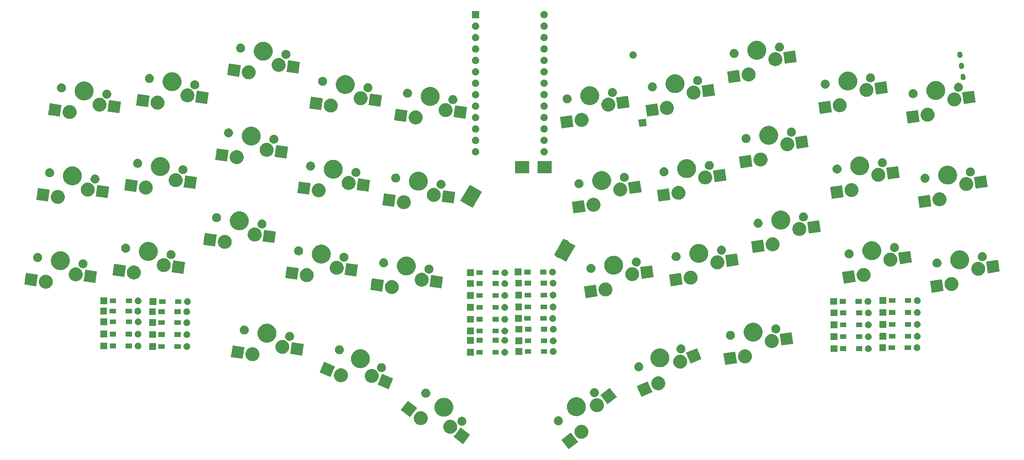
<source format=gbr>
G04 #@! TF.GenerationSoftware,KiCad,Pcbnew,7.0.8*
G04 #@! TF.CreationDate,2023-11-03T07:49:20+09:00*
G04 #@! TF.ProjectId,cool536lcble,636f6f6c-3533-4366-9c63-626c652e6b69,rev?*
G04 #@! TF.SameCoordinates,Original*
G04 #@! TF.FileFunction,Soldermask,Bot*
G04 #@! TF.FilePolarity,Negative*
%FSLAX46Y46*%
G04 Gerber Fmt 4.6, Leading zero omitted, Abs format (unit mm)*
G04 Created by KiCad (PCBNEW 7.0.8) date 2023-11-03 07:49:20*
%MOMM*%
%LPD*%
G01*
G04 APERTURE LIST*
G04 APERTURE END LIST*
G36*
X169543940Y-249492031D02*
G01*
X169559015Y-249505020D01*
X171098169Y-251475047D01*
X171107126Y-251492817D01*
X171108600Y-251512661D01*
X171102369Y-251531560D01*
X171089379Y-251546635D01*
X169079952Y-253116571D01*
X169062182Y-253125528D01*
X169042338Y-253127002D01*
X169023440Y-253120771D01*
X169008365Y-253107782D01*
X167469211Y-251137755D01*
X167460254Y-251119985D01*
X167458780Y-251100141D01*
X167465011Y-251081242D01*
X167478001Y-251066167D01*
X169187512Y-249730551D01*
X169477729Y-249503808D01*
X169477731Y-249503806D01*
X169487428Y-249496231D01*
X169505198Y-249487274D01*
X169525042Y-249485800D01*
X169543940Y-249492031D01*
G37*
G36*
X145145412Y-248363020D02*
G01*
X145163182Y-248371977D01*
X147172609Y-249941913D01*
X147185599Y-249956988D01*
X147191830Y-249975887D01*
X147190356Y-249995731D01*
X147181399Y-250013501D01*
X145642245Y-251983528D01*
X145627170Y-251996517D01*
X145608272Y-252002748D01*
X145588428Y-252001274D01*
X145570658Y-251992317D01*
X143561231Y-250422381D01*
X143548241Y-250407306D01*
X143542010Y-250388407D01*
X143543484Y-250368563D01*
X143552441Y-250350793D01*
X144131749Y-249609313D01*
X145084016Y-248390465D01*
X145084020Y-248390461D01*
X145091595Y-248380766D01*
X145106670Y-248367777D01*
X145125568Y-248361546D01*
X145145412Y-248363020D01*
G37*
G36*
X171945245Y-247727173D02*
G01*
X172001582Y-247727173D01*
X172063139Y-247736451D01*
X172128332Y-247741582D01*
X172180883Y-247754198D01*
X172230752Y-247761715D01*
X172295917Y-247781815D01*
X172364987Y-247798398D01*
X172409645Y-247816896D01*
X172452221Y-247830029D01*
X172519067Y-247862220D01*
X172589841Y-247891536D01*
X172626168Y-247913797D01*
X172661024Y-247930583D01*
X172727322Y-247975784D01*
X172797357Y-248018702D01*
X172825402Y-248042654D01*
X172852515Y-248061140D01*
X172915821Y-248119879D01*
X172982425Y-248176764D01*
X173002648Y-248200443D01*
X173022408Y-248218777D01*
X173080180Y-248291221D01*
X173140487Y-248361832D01*
X173153750Y-248383475D01*
X173166908Y-248399975D01*
X173216536Y-248485934D01*
X173267653Y-248569348D01*
X173275160Y-248587471D01*
X173282790Y-248600687D01*
X173321696Y-248699818D01*
X173360791Y-248794202D01*
X173364024Y-248807671D01*
X173367459Y-248816422D01*
X173393175Y-248929091D01*
X173417607Y-249030857D01*
X173418240Y-249038910D01*
X173419032Y-249042377D01*
X173429358Y-249180179D01*
X173436702Y-249273487D01*
X173429358Y-249366802D01*
X173419032Y-249504596D01*
X173418240Y-249508061D01*
X173417607Y-249516117D01*
X173393170Y-249617901D01*
X173367459Y-249730551D01*
X173364025Y-249739299D01*
X173360791Y-249752772D01*
X173321688Y-249847173D01*
X173282790Y-249946286D01*
X173275161Y-249959498D01*
X173267653Y-249977626D01*
X173216526Y-250061056D01*
X173166908Y-250146998D01*
X173153752Y-250163494D01*
X173140487Y-250185142D01*
X173080168Y-250255766D01*
X173022408Y-250328196D01*
X173002653Y-250346525D01*
X172982425Y-250370210D01*
X172915807Y-250427105D01*
X172852515Y-250485833D01*
X172825408Y-250504314D01*
X172797357Y-250528272D01*
X172727308Y-250571197D01*
X172661024Y-250616390D01*
X172626176Y-250633171D01*
X172589841Y-250655438D01*
X172519052Y-250684759D01*
X172452221Y-250716944D01*
X172409654Y-250730073D01*
X172364987Y-250748576D01*
X172295902Y-250765161D01*
X172230752Y-250785258D01*
X172180891Y-250792773D01*
X172128332Y-250805392D01*
X172063135Y-250810522D01*
X172001582Y-250819801D01*
X171945245Y-250819801D01*
X171885702Y-250824487D01*
X171826159Y-250819801D01*
X171769822Y-250819801D01*
X171708267Y-250810522D01*
X171643072Y-250805392D01*
X171590513Y-250792773D01*
X171540651Y-250785258D01*
X171475498Y-250765160D01*
X171406417Y-250748576D01*
X171361749Y-250730074D01*
X171319183Y-250716944D01*
X171252348Y-250684758D01*
X171181563Y-250655438D01*
X171145230Y-250633173D01*
X171110377Y-250616389D01*
X171044079Y-250571187D01*
X170974047Y-250528272D01*
X170946003Y-250504320D01*
X170918890Y-250485835D01*
X170855582Y-250427094D01*
X170788979Y-250370210D01*
X170768754Y-250346530D01*
X170748995Y-250328196D01*
X170691220Y-250255748D01*
X170630917Y-250185142D01*
X170617654Y-250163499D01*
X170604495Y-250146998D01*
X170554859Y-250061027D01*
X170503751Y-249977626D01*
X170496244Y-249959504D01*
X170488613Y-249946286D01*
X170449696Y-249847127D01*
X170410613Y-249752772D01*
X170407380Y-249739306D01*
X170403944Y-249730551D01*
X170378213Y-249617816D01*
X170353797Y-249516117D01*
X170353163Y-249508068D01*
X170352371Y-249504596D01*
X170342025Y-249366537D01*
X170334702Y-249273487D01*
X170342024Y-249180444D01*
X170352371Y-249042377D01*
X170353163Y-249038903D01*
X170353797Y-249030857D01*
X170378208Y-248929176D01*
X170403944Y-248816422D01*
X170407380Y-248807665D01*
X170410613Y-248794202D01*
X170449688Y-248699864D01*
X170488613Y-248600687D01*
X170496246Y-248587465D01*
X170503751Y-248569348D01*
X170554849Y-248485962D01*
X170604495Y-248399975D01*
X170617657Y-248383470D01*
X170630917Y-248361832D01*
X170691208Y-248291239D01*
X170748995Y-248218777D01*
X170768758Y-248200438D01*
X170788979Y-248176764D01*
X170855568Y-248119891D01*
X170918890Y-248061138D01*
X170946009Y-248042648D01*
X170974047Y-248018702D01*
X171044064Y-247975795D01*
X171110377Y-247930584D01*
X171145238Y-247913795D01*
X171181563Y-247891536D01*
X171252334Y-247862221D01*
X171319183Y-247830029D01*
X171361759Y-247816895D01*
X171406417Y-247798398D01*
X171475483Y-247781816D01*
X171540651Y-247761715D01*
X171590522Y-247754198D01*
X171643072Y-247741582D01*
X171708263Y-247736451D01*
X171769822Y-247727173D01*
X171826159Y-247727173D01*
X171885702Y-247722487D01*
X171945245Y-247727173D01*
G37*
G36*
X142845728Y-246619542D02*
G01*
X142902065Y-246619542D01*
X142963622Y-246628820D01*
X143028815Y-246633951D01*
X143081366Y-246646567D01*
X143131235Y-246654084D01*
X143196400Y-246674184D01*
X143265470Y-246690767D01*
X143310128Y-246709265D01*
X143352704Y-246722398D01*
X143419550Y-246754589D01*
X143490324Y-246783905D01*
X143526651Y-246806166D01*
X143561507Y-246822952D01*
X143627805Y-246868153D01*
X143697840Y-246911071D01*
X143725885Y-246935023D01*
X143752998Y-246953509D01*
X143816304Y-247012248D01*
X143882908Y-247069133D01*
X143903131Y-247092812D01*
X143922891Y-247111146D01*
X143980663Y-247183590D01*
X144040970Y-247254201D01*
X144054233Y-247275844D01*
X144067391Y-247292344D01*
X144117019Y-247378303D01*
X144168136Y-247461717D01*
X144175643Y-247479840D01*
X144183273Y-247493056D01*
X144222179Y-247592187D01*
X144261274Y-247686571D01*
X144264507Y-247700040D01*
X144267942Y-247708791D01*
X144293658Y-247821460D01*
X144318090Y-247923226D01*
X144318723Y-247931279D01*
X144319515Y-247934746D01*
X144329841Y-248072548D01*
X144337185Y-248165856D01*
X144329841Y-248259171D01*
X144319515Y-248396965D01*
X144318723Y-248400430D01*
X144318090Y-248408486D01*
X144293653Y-248510270D01*
X144267942Y-248622920D01*
X144264508Y-248631668D01*
X144261274Y-248645141D01*
X144222171Y-248739542D01*
X144183273Y-248838655D01*
X144175644Y-248851867D01*
X144168136Y-248869995D01*
X144117009Y-248953425D01*
X144067391Y-249039367D01*
X144054235Y-249055863D01*
X144040970Y-249077511D01*
X143980651Y-249148135D01*
X143922891Y-249220565D01*
X143903136Y-249238894D01*
X143882908Y-249262579D01*
X143816290Y-249319474D01*
X143752998Y-249378202D01*
X143725891Y-249396683D01*
X143697840Y-249420641D01*
X143627791Y-249463566D01*
X143561507Y-249508759D01*
X143526659Y-249525540D01*
X143490324Y-249547807D01*
X143419535Y-249577128D01*
X143352704Y-249609313D01*
X143310137Y-249622442D01*
X143265470Y-249640945D01*
X143196385Y-249657530D01*
X143131235Y-249677627D01*
X143081374Y-249685142D01*
X143028815Y-249697761D01*
X142963618Y-249702891D01*
X142902065Y-249712170D01*
X142845728Y-249712170D01*
X142786185Y-249716856D01*
X142726642Y-249712170D01*
X142670305Y-249712170D01*
X142608750Y-249702891D01*
X142543555Y-249697761D01*
X142490996Y-249685142D01*
X142441134Y-249677627D01*
X142375981Y-249657529D01*
X142306900Y-249640945D01*
X142262232Y-249622443D01*
X142219666Y-249609313D01*
X142152831Y-249577127D01*
X142082046Y-249547807D01*
X142045713Y-249525542D01*
X142010860Y-249508758D01*
X141944562Y-249463556D01*
X141874530Y-249420641D01*
X141846486Y-249396689D01*
X141819373Y-249378204D01*
X141756065Y-249319463D01*
X141689462Y-249262579D01*
X141669237Y-249238899D01*
X141649478Y-249220565D01*
X141591703Y-249148117D01*
X141531400Y-249077511D01*
X141518137Y-249055868D01*
X141504978Y-249039367D01*
X141455342Y-248953396D01*
X141404234Y-248869995D01*
X141396727Y-248851873D01*
X141389096Y-248838655D01*
X141350179Y-248739496D01*
X141311096Y-248645141D01*
X141307863Y-248631675D01*
X141304427Y-248622920D01*
X141278696Y-248510185D01*
X141254280Y-248408486D01*
X141253646Y-248400437D01*
X141252854Y-248396965D01*
X141242508Y-248258906D01*
X141235185Y-248165856D01*
X141242507Y-248072813D01*
X141252854Y-247934746D01*
X141253646Y-247931272D01*
X141254280Y-247923226D01*
X141278691Y-247821545D01*
X141304427Y-247708791D01*
X141307863Y-247700034D01*
X141311096Y-247686571D01*
X141350171Y-247592233D01*
X141389096Y-247493056D01*
X141396729Y-247479834D01*
X141404234Y-247461717D01*
X141455332Y-247378331D01*
X141504978Y-247292344D01*
X141518140Y-247275839D01*
X141531400Y-247254201D01*
X141591691Y-247183608D01*
X141649478Y-247111146D01*
X141669241Y-247092807D01*
X141689462Y-247069133D01*
X141756051Y-247012260D01*
X141819373Y-246953507D01*
X141846492Y-246935017D01*
X141874530Y-246911071D01*
X141944547Y-246868164D01*
X142010860Y-246822953D01*
X142045721Y-246806164D01*
X142082046Y-246783905D01*
X142152817Y-246754590D01*
X142219666Y-246722398D01*
X142262242Y-246709264D01*
X142306900Y-246690767D01*
X142375966Y-246674185D01*
X142441134Y-246654084D01*
X142491005Y-246646567D01*
X142543555Y-246633951D01*
X142608746Y-246628820D01*
X142670305Y-246619542D01*
X142726642Y-246619542D01*
X142786185Y-246614856D01*
X142845728Y-246619542D01*
G37*
G36*
X145399504Y-245950001D02*
G01*
X145443048Y-245950001D01*
X145491540Y-245959065D01*
X145546024Y-245964432D01*
X145587414Y-245976987D01*
X145624531Y-245983926D01*
X145675938Y-246003841D01*
X145733805Y-246021395D01*
X145766868Y-246039067D01*
X145796686Y-246050619D01*
X145848494Y-246082697D01*
X145906865Y-246113897D01*
X145931390Y-246134024D01*
X145953653Y-246147809D01*
X146002978Y-246192775D01*
X146058553Y-246238384D01*
X146075022Y-246258451D01*
X146090089Y-246272187D01*
X146133833Y-246330113D01*
X146183040Y-246390072D01*
X146192554Y-246407871D01*
X146201349Y-246419518D01*
X146236341Y-246489793D01*
X146275542Y-246563132D01*
X146279722Y-246576914D01*
X146283645Y-246584791D01*
X146306813Y-246666219D01*
X146332505Y-246750913D01*
X146333349Y-246759482D01*
X146334168Y-246762361D01*
X146342681Y-246854233D01*
X146351739Y-246946198D01*
X146342680Y-247038170D01*
X146334168Y-247130034D01*
X146333349Y-247132911D01*
X146332505Y-247141483D01*
X146306808Y-247226191D01*
X146283645Y-247307604D01*
X146279723Y-247315479D01*
X146275542Y-247329264D01*
X146236334Y-247402616D01*
X146201349Y-247472877D01*
X146192555Y-247484520D01*
X146183040Y-247502324D01*
X146133823Y-247562294D01*
X146090089Y-247620208D01*
X146075025Y-247633940D01*
X146058553Y-247654012D01*
X146002967Y-247699629D01*
X145953653Y-247744586D01*
X145931395Y-247758367D01*
X145906865Y-247778499D01*
X145848482Y-247809705D01*
X145796686Y-247841776D01*
X145766875Y-247853324D01*
X145733805Y-247871001D01*
X145675926Y-247888558D01*
X145624531Y-247908469D01*
X145587421Y-247915406D01*
X145546024Y-247927964D01*
X145491537Y-247933330D01*
X145443048Y-247942395D01*
X145399504Y-247942395D01*
X145350739Y-247947198D01*
X145301974Y-247942395D01*
X145258430Y-247942395D01*
X145209939Y-247933330D01*
X145155454Y-247927964D01*
X145114057Y-247915406D01*
X145076946Y-247908469D01*
X145025546Y-247888556D01*
X144967673Y-247871001D01*
X144934605Y-247853326D01*
X144904791Y-247841776D01*
X144852988Y-247809701D01*
X144794613Y-247778499D01*
X144770085Y-247758369D01*
X144747824Y-247744586D01*
X144698500Y-247699621D01*
X144642925Y-247654012D01*
X144626455Y-247633943D01*
X144611388Y-247620208D01*
X144567641Y-247562278D01*
X144518438Y-247502324D01*
X144508924Y-247484525D01*
X144500128Y-247472877D01*
X144465128Y-247402588D01*
X144425936Y-247329264D01*
X144421756Y-247315484D01*
X144417832Y-247307604D01*
X144394653Y-247226138D01*
X144368973Y-247141483D01*
X144368129Y-247132917D01*
X144367309Y-247130034D01*
X144358780Y-247037998D01*
X144349739Y-246946198D01*
X144358779Y-246854405D01*
X144367309Y-246762361D01*
X144368129Y-246759477D01*
X144368973Y-246750913D01*
X144394648Y-246666272D01*
X144417832Y-246584791D01*
X144421756Y-246576908D01*
X144425936Y-246563132D01*
X144465121Y-246489820D01*
X144500128Y-246419518D01*
X144508926Y-246407867D01*
X144518438Y-246390072D01*
X144567632Y-246330128D01*
X144611388Y-246272187D01*
X144626458Y-246258448D01*
X144642925Y-246238384D01*
X144698489Y-246192783D01*
X144747824Y-246147809D01*
X144770090Y-246134022D01*
X144794613Y-246113897D01*
X144852976Y-246082701D01*
X144904791Y-246050619D01*
X144934612Y-246039066D01*
X144967673Y-246021395D01*
X145025534Y-246003842D01*
X145076946Y-245983926D01*
X145114064Y-245976987D01*
X145155454Y-245964432D01*
X145209936Y-245959065D01*
X145258430Y-245950001D01*
X145301974Y-245950001D01*
X145350739Y-245945198D01*
X145399504Y-245950001D01*
G37*
G36*
X166805359Y-245837975D02*
G01*
X166848903Y-245837975D01*
X166897395Y-245847039D01*
X166951879Y-245852406D01*
X166993269Y-245864961D01*
X167030386Y-245871900D01*
X167081793Y-245891815D01*
X167139660Y-245909369D01*
X167172723Y-245927041D01*
X167202541Y-245938593D01*
X167254349Y-245970671D01*
X167312720Y-246001871D01*
X167337245Y-246021998D01*
X167359508Y-246035783D01*
X167408833Y-246080749D01*
X167464408Y-246126358D01*
X167480877Y-246146425D01*
X167495944Y-246160161D01*
X167539688Y-246218087D01*
X167588895Y-246278046D01*
X167598409Y-246295845D01*
X167607204Y-246307492D01*
X167642196Y-246377767D01*
X167681397Y-246451106D01*
X167685577Y-246464888D01*
X167689500Y-246472765D01*
X167712668Y-246554193D01*
X167738360Y-246638887D01*
X167739204Y-246647456D01*
X167740023Y-246650335D01*
X167748536Y-246742207D01*
X167757594Y-246834172D01*
X167748535Y-246926144D01*
X167740023Y-247018008D01*
X167739204Y-247020885D01*
X167738360Y-247029457D01*
X167712663Y-247114165D01*
X167689500Y-247195578D01*
X167685578Y-247203453D01*
X167681397Y-247217238D01*
X167642189Y-247290590D01*
X167607204Y-247360851D01*
X167598410Y-247372494D01*
X167588895Y-247390298D01*
X167539678Y-247450268D01*
X167495944Y-247508182D01*
X167480880Y-247521914D01*
X167464408Y-247541986D01*
X167408822Y-247587603D01*
X167359508Y-247632560D01*
X167337250Y-247646341D01*
X167312720Y-247666473D01*
X167254337Y-247697679D01*
X167202541Y-247729750D01*
X167172730Y-247741298D01*
X167139660Y-247758975D01*
X167081781Y-247776532D01*
X167030386Y-247796443D01*
X166993276Y-247803380D01*
X166951879Y-247815938D01*
X166897392Y-247821304D01*
X166848903Y-247830369D01*
X166805359Y-247830369D01*
X166756594Y-247835172D01*
X166707829Y-247830369D01*
X166664285Y-247830369D01*
X166615794Y-247821304D01*
X166561309Y-247815938D01*
X166519912Y-247803380D01*
X166482801Y-247796443D01*
X166431401Y-247776530D01*
X166373528Y-247758975D01*
X166340460Y-247741300D01*
X166310646Y-247729750D01*
X166258843Y-247697675D01*
X166200468Y-247666473D01*
X166175940Y-247646343D01*
X166153679Y-247632560D01*
X166104355Y-247587595D01*
X166048780Y-247541986D01*
X166032310Y-247521917D01*
X166017243Y-247508182D01*
X165973496Y-247450252D01*
X165924293Y-247390298D01*
X165914779Y-247372499D01*
X165905983Y-247360851D01*
X165870983Y-247290562D01*
X165831791Y-247217238D01*
X165827611Y-247203458D01*
X165823687Y-247195578D01*
X165800508Y-247114112D01*
X165774828Y-247029457D01*
X165773984Y-247020891D01*
X165773164Y-247018008D01*
X165764635Y-246925972D01*
X165755594Y-246834172D01*
X165764634Y-246742379D01*
X165773164Y-246650335D01*
X165773984Y-246647451D01*
X165774828Y-246638887D01*
X165800503Y-246554246D01*
X165823687Y-246472765D01*
X165827611Y-246464882D01*
X165831791Y-246451106D01*
X165870976Y-246377794D01*
X165905983Y-246307492D01*
X165914781Y-246295841D01*
X165924293Y-246278046D01*
X165973487Y-246218102D01*
X166017243Y-246160161D01*
X166032313Y-246146422D01*
X166048780Y-246126358D01*
X166104344Y-246080757D01*
X166153679Y-246035783D01*
X166175945Y-246021996D01*
X166200468Y-246001871D01*
X166258831Y-245970675D01*
X166310646Y-245938593D01*
X166340467Y-245927040D01*
X166373528Y-245909369D01*
X166431389Y-245891816D01*
X166482801Y-245871900D01*
X166519919Y-245864961D01*
X166561309Y-245852406D01*
X166615791Y-245847039D01*
X166664285Y-245837975D01*
X166707829Y-245837975D01*
X166756594Y-245833172D01*
X166805359Y-245837975D01*
G37*
G36*
X136278079Y-244711638D02*
G01*
X136334416Y-244711638D01*
X136395973Y-244720916D01*
X136461166Y-244726047D01*
X136513717Y-244738663D01*
X136563586Y-244746180D01*
X136628751Y-244766280D01*
X136697821Y-244782863D01*
X136742479Y-244801361D01*
X136785055Y-244814494D01*
X136851901Y-244846685D01*
X136922675Y-244876001D01*
X136959002Y-244898262D01*
X136993858Y-244915048D01*
X137060156Y-244960249D01*
X137130191Y-245003167D01*
X137158236Y-245027119D01*
X137185349Y-245045605D01*
X137248655Y-245104344D01*
X137315259Y-245161229D01*
X137335482Y-245184908D01*
X137355242Y-245203242D01*
X137413014Y-245275686D01*
X137473321Y-245346297D01*
X137486584Y-245367940D01*
X137499742Y-245384440D01*
X137549370Y-245470399D01*
X137600487Y-245553813D01*
X137607994Y-245571936D01*
X137615624Y-245585152D01*
X137654530Y-245684283D01*
X137693625Y-245778667D01*
X137696858Y-245792136D01*
X137700293Y-245800887D01*
X137726009Y-245913556D01*
X137750441Y-246015322D01*
X137751074Y-246023375D01*
X137751866Y-246026842D01*
X137762192Y-246164644D01*
X137769536Y-246257952D01*
X137762192Y-246351267D01*
X137751866Y-246489061D01*
X137751074Y-246492526D01*
X137750441Y-246500582D01*
X137726004Y-246602366D01*
X137700293Y-246715016D01*
X137696859Y-246723764D01*
X137693625Y-246737237D01*
X137654522Y-246831638D01*
X137615624Y-246930751D01*
X137607995Y-246943963D01*
X137600487Y-246962091D01*
X137549360Y-247045521D01*
X137499742Y-247131463D01*
X137486586Y-247147959D01*
X137473321Y-247169607D01*
X137413002Y-247240231D01*
X137355242Y-247312661D01*
X137335487Y-247330990D01*
X137315259Y-247354675D01*
X137248641Y-247411570D01*
X137185349Y-247470298D01*
X137158242Y-247488779D01*
X137130191Y-247512737D01*
X137060142Y-247555662D01*
X136993858Y-247600855D01*
X136959010Y-247617636D01*
X136922675Y-247639903D01*
X136851886Y-247669224D01*
X136785055Y-247701409D01*
X136742488Y-247714538D01*
X136697821Y-247733041D01*
X136628736Y-247749626D01*
X136563586Y-247769723D01*
X136513725Y-247777238D01*
X136461166Y-247789857D01*
X136395969Y-247794987D01*
X136334416Y-247804266D01*
X136278079Y-247804266D01*
X136218536Y-247808952D01*
X136158993Y-247804266D01*
X136102656Y-247804266D01*
X136041101Y-247794987D01*
X135975906Y-247789857D01*
X135923347Y-247777238D01*
X135873485Y-247769723D01*
X135808332Y-247749625D01*
X135739251Y-247733041D01*
X135694583Y-247714539D01*
X135652017Y-247701409D01*
X135585182Y-247669223D01*
X135514397Y-247639903D01*
X135478064Y-247617638D01*
X135443211Y-247600854D01*
X135376913Y-247555652D01*
X135306881Y-247512737D01*
X135278837Y-247488785D01*
X135251724Y-247470300D01*
X135188416Y-247411559D01*
X135121813Y-247354675D01*
X135101588Y-247330995D01*
X135081829Y-247312661D01*
X135024054Y-247240213D01*
X134963751Y-247169607D01*
X134950488Y-247147964D01*
X134937329Y-247131463D01*
X134887693Y-247045492D01*
X134836585Y-246962091D01*
X134829078Y-246943969D01*
X134821447Y-246930751D01*
X134782530Y-246831592D01*
X134743447Y-246737237D01*
X134740214Y-246723771D01*
X134736778Y-246715016D01*
X134711047Y-246602281D01*
X134686631Y-246500582D01*
X134685997Y-246492533D01*
X134685205Y-246489061D01*
X134674859Y-246351002D01*
X134667536Y-246257952D01*
X134674858Y-246164909D01*
X134685205Y-246026842D01*
X134685997Y-246023368D01*
X134686631Y-246015322D01*
X134711042Y-245913641D01*
X134736778Y-245800887D01*
X134740214Y-245792130D01*
X134743447Y-245778667D01*
X134782522Y-245684329D01*
X134821447Y-245585152D01*
X134829080Y-245571930D01*
X134836585Y-245553813D01*
X134887683Y-245470427D01*
X134937329Y-245384440D01*
X134950491Y-245367935D01*
X134963751Y-245346297D01*
X135024042Y-245275704D01*
X135081829Y-245203242D01*
X135101592Y-245184903D01*
X135121813Y-245161229D01*
X135188402Y-245104356D01*
X135251724Y-245045603D01*
X135278843Y-245027113D01*
X135306881Y-245003167D01*
X135376898Y-244960260D01*
X135443211Y-244915049D01*
X135478072Y-244898260D01*
X135514397Y-244876001D01*
X135585168Y-244846686D01*
X135652017Y-244814494D01*
X135694593Y-244801360D01*
X135739251Y-244782863D01*
X135808317Y-244766281D01*
X135873485Y-244746180D01*
X135923356Y-244738663D01*
X135975906Y-244726047D01*
X136041097Y-244720916D01*
X136102656Y-244711638D01*
X136158993Y-244711638D01*
X136218536Y-244706952D01*
X136278079Y-244711638D01*
G37*
G36*
X133395017Y-242405911D02*
G01*
X133412787Y-242414868D01*
X135422214Y-243984804D01*
X135435204Y-243999879D01*
X135441435Y-244018778D01*
X135439961Y-244038622D01*
X135431004Y-244056392D01*
X133891850Y-246026419D01*
X133876775Y-246039408D01*
X133857877Y-246045639D01*
X133838033Y-246044165D01*
X133820263Y-246035208D01*
X131810836Y-244465272D01*
X131797846Y-244450197D01*
X131791615Y-244431298D01*
X131793089Y-244411454D01*
X131802046Y-244393684D01*
X132251321Y-243818638D01*
X133333621Y-242433356D01*
X133333625Y-242433352D01*
X133341200Y-242423657D01*
X133356275Y-242410668D01*
X133375173Y-242404437D01*
X133395017Y-242405911D01*
G37*
G36*
X141418295Y-241722536D02*
G01*
X141491021Y-241722536D01*
X141557323Y-241731648D01*
X141621842Y-241735878D01*
X141697313Y-241750889D01*
X141775105Y-241761582D01*
X141833929Y-241778064D01*
X141891353Y-241789486D01*
X141970105Y-241816218D01*
X142051226Y-241838948D01*
X142101885Y-241860952D01*
X142151561Y-241877815D01*
X142231761Y-241917365D01*
X142314241Y-241953191D01*
X142356411Y-241978835D01*
X142398005Y-241999347D01*
X142477619Y-242052543D01*
X142559249Y-242102184D01*
X142592975Y-242129622D01*
X142626488Y-242152015D01*
X142703316Y-242219391D01*
X142781688Y-242283152D01*
X142807338Y-242310616D01*
X142833085Y-242333196D01*
X142904820Y-242414994D01*
X142977413Y-242492722D01*
X142995677Y-242518597D01*
X143014266Y-242539793D01*
X143078543Y-242635990D01*
X143142779Y-242726992D01*
X143154628Y-242749860D01*
X143166932Y-242768274D01*
X143221388Y-242878701D01*
X143274705Y-242981597D01*
X143281345Y-243000282D01*
X143288467Y-243014723D01*
X143330817Y-243139482D01*
X143370733Y-243251795D01*
X143373559Y-243265396D01*
X143376795Y-243274928D01*
X143404859Y-243416022D01*
X143429075Y-243532552D01*
X143429618Y-243540493D01*
X143430403Y-243544439D01*
X143442223Y-243724774D01*
X143448644Y-243818638D01*
X143442222Y-243912508D01*
X143430403Y-244092836D01*
X143429618Y-244096780D01*
X143429075Y-244104724D01*
X143404855Y-244221275D01*
X143376795Y-244362347D01*
X143373559Y-244371877D01*
X143370733Y-244385481D01*
X143330809Y-244497814D01*
X143288466Y-244622555D01*
X143281345Y-244636993D01*
X143274705Y-244655679D01*
X143221394Y-244758562D01*
X143166934Y-244868999D01*
X143154628Y-244887414D01*
X143142779Y-244910284D01*
X143078535Y-245001295D01*
X143014266Y-245097482D01*
X142995681Y-245118673D01*
X142977413Y-245144554D01*
X142904806Y-245222296D01*
X142833085Y-245304079D01*
X142807343Y-245326653D01*
X142781688Y-245354124D01*
X142703300Y-245417896D01*
X142626488Y-245485260D01*
X142592982Y-245507647D01*
X142559249Y-245535092D01*
X142477602Y-245584742D01*
X142398005Y-245637928D01*
X142356419Y-245658435D01*
X142314241Y-245684085D01*
X142231744Y-245719918D01*
X142151561Y-245759460D01*
X142101895Y-245776319D01*
X142051226Y-245798328D01*
X141970088Y-245821061D01*
X141891353Y-245847789D01*
X141833942Y-245859208D01*
X141775105Y-245875694D01*
X141697297Y-245886388D01*
X141621842Y-245901397D01*
X141557337Y-245905625D01*
X141491021Y-245914740D01*
X141418280Y-245914740D01*
X141347644Y-245919370D01*
X141277008Y-245914740D01*
X141204267Y-245914740D01*
X141137951Y-245905625D01*
X141073445Y-245901397D01*
X140997987Y-245886387D01*
X140920183Y-245875694D01*
X140861348Y-245859209D01*
X140803934Y-245847789D01*
X140725193Y-245821060D01*
X140644062Y-245798328D01*
X140593395Y-245776320D01*
X140543726Y-245759460D01*
X140463535Y-245719914D01*
X140381047Y-245684085D01*
X140338872Y-245658437D01*
X140297282Y-245637928D01*
X140217674Y-245584735D01*
X140136039Y-245535092D01*
X140102310Y-245507651D01*
X140068799Y-245485260D01*
X139991973Y-245417885D01*
X139913600Y-245354124D01*
X139887949Y-245326658D01*
X139862202Y-245304079D01*
X139790465Y-245222279D01*
X139717875Y-245144554D01*
X139699610Y-245118679D01*
X139681021Y-245097482D01*
X139616733Y-245001269D01*
X139552509Y-244910284D01*
X139540662Y-244887421D01*
X139528353Y-244868999D01*
X139473872Y-244758522D01*
X139420583Y-244655679D01*
X139413944Y-244637000D01*
X139406821Y-244622555D01*
X139364455Y-244497751D01*
X139324555Y-244385481D01*
X139321729Y-244371884D01*
X139318492Y-244362347D01*
X139290409Y-244221163D01*
X139266213Y-244104724D01*
X139265670Y-244096788D01*
X139264884Y-244092836D01*
X139253041Y-243912158D01*
X139246644Y-243818638D01*
X139253040Y-243725125D01*
X139264884Y-243544439D01*
X139265670Y-243540485D01*
X139266213Y-243532552D01*
X139290404Y-243416134D01*
X139318492Y-243274928D01*
X139321730Y-243265388D01*
X139324555Y-243251795D01*
X139364448Y-243139545D01*
X139406820Y-243014723D01*
X139413944Y-243000275D01*
X139420583Y-242981597D01*
X139473878Y-242878741D01*
X139528355Y-242768274D01*
X139540662Y-242749854D01*
X139552509Y-242726992D01*
X139616726Y-242636017D01*
X139681021Y-242539793D01*
X139699614Y-242518591D01*
X139717875Y-242492722D01*
X139790451Y-242415012D01*
X139862202Y-242333196D01*
X139887954Y-242310611D01*
X139913600Y-242283152D01*
X139991957Y-242219403D01*
X140068799Y-242152015D01*
X140102316Y-242129619D01*
X140136039Y-242102184D01*
X140217664Y-242052546D01*
X140297280Y-241999349D01*
X140338872Y-241978837D01*
X140381047Y-241953191D01*
X140463529Y-241917364D01*
X140543729Y-241877814D01*
X140593406Y-241860950D01*
X140644062Y-241838948D01*
X140725177Y-241816220D01*
X140803934Y-241789486D01*
X140861360Y-241778063D01*
X140920183Y-241761582D01*
X140997971Y-241750890D01*
X141073445Y-241735878D01*
X141137965Y-241731648D01*
X141204267Y-241722536D01*
X141276993Y-241722536D01*
X141347644Y-241717905D01*
X141418295Y-241722536D01*
G37*
G36*
X170830340Y-241610510D02*
G01*
X170903066Y-241610510D01*
X170969368Y-241619622D01*
X171033887Y-241623852D01*
X171109358Y-241638863D01*
X171187150Y-241649556D01*
X171245974Y-241666038D01*
X171303398Y-241677460D01*
X171382150Y-241704192D01*
X171463271Y-241726922D01*
X171513930Y-241748926D01*
X171563606Y-241765789D01*
X171643806Y-241805339D01*
X171726286Y-241841165D01*
X171768456Y-241866809D01*
X171810050Y-241887321D01*
X171889664Y-241940517D01*
X171971294Y-241990158D01*
X172005020Y-242017596D01*
X172038533Y-242039989D01*
X172115361Y-242107365D01*
X172193733Y-242171126D01*
X172219383Y-242198590D01*
X172245130Y-242221170D01*
X172316865Y-242302968D01*
X172389458Y-242380696D01*
X172407722Y-242406571D01*
X172426311Y-242427767D01*
X172490588Y-242523964D01*
X172554824Y-242614966D01*
X172566673Y-242637834D01*
X172578977Y-242656248D01*
X172633433Y-242766675D01*
X172686750Y-242869571D01*
X172693390Y-242888256D01*
X172700512Y-242902697D01*
X172742862Y-243027456D01*
X172782778Y-243139769D01*
X172785604Y-243153370D01*
X172788840Y-243162902D01*
X172816904Y-243303996D01*
X172841120Y-243420526D01*
X172841663Y-243428467D01*
X172842448Y-243432413D01*
X172854268Y-243612748D01*
X172860689Y-243706612D01*
X172854267Y-243800482D01*
X172842448Y-243980810D01*
X172841663Y-243984754D01*
X172841120Y-243992698D01*
X172816900Y-244109249D01*
X172788840Y-244250321D01*
X172785604Y-244259851D01*
X172782778Y-244273455D01*
X172742854Y-244385788D01*
X172700511Y-244510529D01*
X172693390Y-244524967D01*
X172686750Y-244543653D01*
X172633439Y-244646536D01*
X172578979Y-244756973D01*
X172566673Y-244775388D01*
X172554824Y-244798258D01*
X172490580Y-244889269D01*
X172426311Y-244985456D01*
X172407726Y-245006647D01*
X172389458Y-245032528D01*
X172316851Y-245110270D01*
X172245130Y-245192053D01*
X172219388Y-245214627D01*
X172193733Y-245242098D01*
X172115345Y-245305870D01*
X172038533Y-245373234D01*
X172005027Y-245395621D01*
X171971294Y-245423066D01*
X171889647Y-245472716D01*
X171810050Y-245525902D01*
X171768464Y-245546409D01*
X171726286Y-245572059D01*
X171643789Y-245607892D01*
X171563606Y-245647434D01*
X171513940Y-245664293D01*
X171463271Y-245686302D01*
X171382133Y-245709035D01*
X171303398Y-245735763D01*
X171245987Y-245747182D01*
X171187150Y-245763668D01*
X171109342Y-245774362D01*
X171033887Y-245789371D01*
X170969382Y-245793599D01*
X170903066Y-245802714D01*
X170830325Y-245802714D01*
X170759689Y-245807344D01*
X170689053Y-245802714D01*
X170616312Y-245802714D01*
X170549996Y-245793599D01*
X170485490Y-245789371D01*
X170410032Y-245774361D01*
X170332228Y-245763668D01*
X170273393Y-245747183D01*
X170215979Y-245735763D01*
X170137238Y-245709034D01*
X170056107Y-245686302D01*
X170005440Y-245664294D01*
X169955771Y-245647434D01*
X169875580Y-245607888D01*
X169793092Y-245572059D01*
X169750917Y-245546411D01*
X169709327Y-245525902D01*
X169629719Y-245472709D01*
X169548084Y-245423066D01*
X169514355Y-245395625D01*
X169480844Y-245373234D01*
X169404018Y-245305859D01*
X169325645Y-245242098D01*
X169299994Y-245214632D01*
X169274247Y-245192053D01*
X169202510Y-245110253D01*
X169129920Y-245032528D01*
X169111655Y-245006653D01*
X169093066Y-244985456D01*
X169028778Y-244889243D01*
X168964554Y-244798258D01*
X168952707Y-244775395D01*
X168940398Y-244756973D01*
X168885917Y-244646496D01*
X168832628Y-244543653D01*
X168825989Y-244524974D01*
X168818866Y-244510529D01*
X168776500Y-244385725D01*
X168736600Y-244273455D01*
X168733774Y-244259858D01*
X168730537Y-244250321D01*
X168702454Y-244109137D01*
X168678258Y-243992698D01*
X168677715Y-243984762D01*
X168676929Y-243980810D01*
X168665086Y-243800132D01*
X168658689Y-243706612D01*
X168665085Y-243613099D01*
X168676929Y-243432413D01*
X168677715Y-243428459D01*
X168678258Y-243420526D01*
X168702449Y-243304108D01*
X168730537Y-243162902D01*
X168733775Y-243153362D01*
X168736600Y-243139769D01*
X168776493Y-243027519D01*
X168818865Y-242902697D01*
X168825989Y-242888249D01*
X168832628Y-242869571D01*
X168885923Y-242766715D01*
X168940400Y-242656248D01*
X168952707Y-242637828D01*
X168964554Y-242614966D01*
X169028771Y-242523991D01*
X169093066Y-242427767D01*
X169111659Y-242406565D01*
X169129920Y-242380696D01*
X169202496Y-242302986D01*
X169274247Y-242221170D01*
X169299999Y-242198585D01*
X169325645Y-242171126D01*
X169404002Y-242107377D01*
X169480844Y-242039989D01*
X169514361Y-242017593D01*
X169548084Y-241990158D01*
X169629709Y-241940520D01*
X169709325Y-241887323D01*
X169750917Y-241866811D01*
X169793092Y-241841165D01*
X169875574Y-241805338D01*
X169955774Y-241765788D01*
X170005451Y-241748924D01*
X170056107Y-241726922D01*
X170137222Y-241704194D01*
X170215979Y-241677460D01*
X170273405Y-241666037D01*
X170332228Y-241649556D01*
X170410016Y-241638864D01*
X170485490Y-241623852D01*
X170550010Y-241619622D01*
X170616312Y-241610510D01*
X170689038Y-241610510D01*
X170759689Y-241605879D01*
X170830340Y-241610510D01*
G37*
G36*
X175385333Y-241816175D02*
G01*
X175441670Y-241816175D01*
X175503227Y-241825453D01*
X175568420Y-241830584D01*
X175620971Y-241843200D01*
X175670840Y-241850717D01*
X175736005Y-241870817D01*
X175805075Y-241887400D01*
X175849733Y-241905898D01*
X175892309Y-241919031D01*
X175959155Y-241951222D01*
X176029929Y-241980538D01*
X176066256Y-242002799D01*
X176101112Y-242019585D01*
X176167410Y-242064786D01*
X176237445Y-242107704D01*
X176265490Y-242131656D01*
X176292603Y-242150142D01*
X176355909Y-242208881D01*
X176422513Y-242265766D01*
X176442736Y-242289445D01*
X176462496Y-242307779D01*
X176520268Y-242380223D01*
X176580575Y-242450834D01*
X176593838Y-242472477D01*
X176606996Y-242488977D01*
X176656624Y-242574936D01*
X176707741Y-242658350D01*
X176715248Y-242676473D01*
X176722878Y-242689689D01*
X176761784Y-242788820D01*
X176800879Y-242883204D01*
X176804112Y-242896673D01*
X176807547Y-242905424D01*
X176833263Y-243018093D01*
X176857695Y-243119859D01*
X176858328Y-243127912D01*
X176859120Y-243131379D01*
X176869446Y-243269181D01*
X176876790Y-243362489D01*
X176869446Y-243455804D01*
X176859120Y-243593598D01*
X176858328Y-243597063D01*
X176857695Y-243605119D01*
X176833258Y-243706903D01*
X176807547Y-243819553D01*
X176804113Y-243828301D01*
X176800879Y-243841774D01*
X176761776Y-243936175D01*
X176722878Y-244035288D01*
X176715249Y-244048500D01*
X176707741Y-244066628D01*
X176656614Y-244150058D01*
X176606996Y-244236000D01*
X176593840Y-244252496D01*
X176580575Y-244274144D01*
X176520256Y-244344768D01*
X176462496Y-244417198D01*
X176442741Y-244435527D01*
X176422513Y-244459212D01*
X176355895Y-244516107D01*
X176292603Y-244574835D01*
X176265496Y-244593316D01*
X176237445Y-244617274D01*
X176167396Y-244660199D01*
X176101112Y-244705392D01*
X176066264Y-244722173D01*
X176029929Y-244744440D01*
X175959140Y-244773761D01*
X175892309Y-244805946D01*
X175849742Y-244819075D01*
X175805075Y-244837578D01*
X175735990Y-244854163D01*
X175670840Y-244874260D01*
X175620979Y-244881775D01*
X175568420Y-244894394D01*
X175503223Y-244899524D01*
X175441670Y-244908803D01*
X175385333Y-244908803D01*
X175325790Y-244913489D01*
X175266247Y-244908803D01*
X175209910Y-244908803D01*
X175148355Y-244899524D01*
X175083160Y-244894394D01*
X175030601Y-244881775D01*
X174980739Y-244874260D01*
X174915586Y-244854162D01*
X174846505Y-244837578D01*
X174801837Y-244819076D01*
X174759271Y-244805946D01*
X174692436Y-244773760D01*
X174621651Y-244744440D01*
X174585318Y-244722175D01*
X174550465Y-244705391D01*
X174484167Y-244660189D01*
X174414135Y-244617274D01*
X174386091Y-244593322D01*
X174358978Y-244574837D01*
X174295670Y-244516096D01*
X174229067Y-244459212D01*
X174208842Y-244435532D01*
X174189083Y-244417198D01*
X174131308Y-244344750D01*
X174071005Y-244274144D01*
X174057742Y-244252501D01*
X174044583Y-244236000D01*
X173994947Y-244150029D01*
X173943839Y-244066628D01*
X173936332Y-244048506D01*
X173928701Y-244035288D01*
X173889784Y-243936129D01*
X173850701Y-243841774D01*
X173847468Y-243828308D01*
X173844032Y-243819553D01*
X173818301Y-243706818D01*
X173793885Y-243605119D01*
X173793251Y-243597070D01*
X173792459Y-243593598D01*
X173782113Y-243455539D01*
X173774790Y-243362489D01*
X173782112Y-243269446D01*
X173792459Y-243131379D01*
X173793251Y-243127905D01*
X173793885Y-243119859D01*
X173818296Y-243018178D01*
X173844032Y-242905424D01*
X173847468Y-242896667D01*
X173850701Y-242883204D01*
X173889776Y-242788866D01*
X173928701Y-242689689D01*
X173936334Y-242676467D01*
X173943839Y-242658350D01*
X173994937Y-242574964D01*
X174044583Y-242488977D01*
X174057745Y-242472472D01*
X174071005Y-242450834D01*
X174131296Y-242380241D01*
X174189083Y-242307779D01*
X174208846Y-242289440D01*
X174229067Y-242265766D01*
X174295656Y-242208893D01*
X174358978Y-242150140D01*
X174386097Y-242131650D01*
X174414135Y-242107704D01*
X174484152Y-242064797D01*
X174550465Y-242019586D01*
X174585326Y-242002797D01*
X174621651Y-241980538D01*
X174692422Y-241951223D01*
X174759271Y-241919031D01*
X174801847Y-241905897D01*
X174846505Y-241887400D01*
X174915571Y-241870818D01*
X174980739Y-241850717D01*
X175030610Y-241843200D01*
X175083160Y-241830584D01*
X175148351Y-241825453D01*
X175209910Y-241816175D01*
X175266247Y-241816175D01*
X175325790Y-241811489D01*
X175385333Y-241816175D01*
G37*
G36*
X178166775Y-239531828D02*
G01*
X178181850Y-239544817D01*
X179721004Y-241514844D01*
X179729961Y-241532614D01*
X179731435Y-241552458D01*
X179725204Y-241571357D01*
X179712214Y-241586432D01*
X177702787Y-243156368D01*
X177685017Y-243165325D01*
X177665173Y-243166799D01*
X177646275Y-243160568D01*
X177631200Y-243147579D01*
X176092046Y-241177552D01*
X176083089Y-241159782D01*
X176081615Y-241139938D01*
X176087846Y-241121039D01*
X176100836Y-241105964D01*
X177637948Y-239905041D01*
X178100564Y-239543605D01*
X178100566Y-239543603D01*
X178110263Y-239536028D01*
X178128033Y-239527071D01*
X178147877Y-239525597D01*
X178166775Y-239531828D01*
G37*
G36*
X137393314Y-239694881D02*
G01*
X137436858Y-239694881D01*
X137485350Y-239703945D01*
X137539834Y-239709312D01*
X137581224Y-239721867D01*
X137618341Y-239728806D01*
X137669748Y-239748721D01*
X137727615Y-239766275D01*
X137760678Y-239783947D01*
X137790496Y-239795499D01*
X137842304Y-239827577D01*
X137900675Y-239858777D01*
X137925200Y-239878904D01*
X137947463Y-239892689D01*
X137996788Y-239937655D01*
X138052363Y-239983264D01*
X138068832Y-240003331D01*
X138083899Y-240017067D01*
X138127643Y-240074993D01*
X138176850Y-240134952D01*
X138186364Y-240152751D01*
X138195159Y-240164398D01*
X138230151Y-240234673D01*
X138269352Y-240308012D01*
X138273532Y-240321794D01*
X138277455Y-240329671D01*
X138300623Y-240411099D01*
X138326315Y-240495793D01*
X138327159Y-240504362D01*
X138327978Y-240507241D01*
X138336491Y-240599113D01*
X138345549Y-240691078D01*
X138336490Y-240783050D01*
X138327978Y-240874914D01*
X138327159Y-240877791D01*
X138326315Y-240886363D01*
X138300618Y-240971071D01*
X138277455Y-241052484D01*
X138273533Y-241060359D01*
X138269352Y-241074144D01*
X138230144Y-241147496D01*
X138195159Y-241217757D01*
X138186365Y-241229400D01*
X138176850Y-241247204D01*
X138127633Y-241307174D01*
X138083899Y-241365088D01*
X138068835Y-241378820D01*
X138052363Y-241398892D01*
X137996777Y-241444509D01*
X137947463Y-241489466D01*
X137925205Y-241503247D01*
X137900675Y-241523379D01*
X137842292Y-241554585D01*
X137790496Y-241586656D01*
X137760685Y-241598204D01*
X137727615Y-241615881D01*
X137669736Y-241633438D01*
X137618341Y-241653349D01*
X137581231Y-241660286D01*
X137539834Y-241672844D01*
X137485347Y-241678210D01*
X137436858Y-241687275D01*
X137393314Y-241687275D01*
X137344549Y-241692078D01*
X137295784Y-241687275D01*
X137252240Y-241687275D01*
X137203749Y-241678210D01*
X137149264Y-241672844D01*
X137107867Y-241660286D01*
X137070756Y-241653349D01*
X137019356Y-241633436D01*
X136961483Y-241615881D01*
X136928415Y-241598206D01*
X136898601Y-241586656D01*
X136846798Y-241554581D01*
X136788423Y-241523379D01*
X136763895Y-241503249D01*
X136741634Y-241489466D01*
X136692310Y-241444501D01*
X136636735Y-241398892D01*
X136620265Y-241378823D01*
X136605198Y-241365088D01*
X136561451Y-241307158D01*
X136512248Y-241247204D01*
X136502734Y-241229405D01*
X136493938Y-241217757D01*
X136458938Y-241147468D01*
X136419746Y-241074144D01*
X136415566Y-241060364D01*
X136411642Y-241052484D01*
X136388463Y-240971018D01*
X136362783Y-240886363D01*
X136361939Y-240877797D01*
X136361119Y-240874914D01*
X136352590Y-240782878D01*
X136343549Y-240691078D01*
X136352589Y-240599285D01*
X136361119Y-240507241D01*
X136361939Y-240504357D01*
X136362783Y-240495793D01*
X136388458Y-240411152D01*
X136411642Y-240329671D01*
X136415566Y-240321788D01*
X136419746Y-240308012D01*
X136458931Y-240234700D01*
X136493938Y-240164398D01*
X136502736Y-240152747D01*
X136512248Y-240134952D01*
X136561442Y-240075008D01*
X136605198Y-240017067D01*
X136620268Y-240003328D01*
X136636735Y-239983264D01*
X136692299Y-239937663D01*
X136741634Y-239892689D01*
X136763900Y-239878902D01*
X136788423Y-239858777D01*
X136846786Y-239827581D01*
X136898601Y-239795499D01*
X136928422Y-239783946D01*
X136961483Y-239766275D01*
X137019344Y-239748722D01*
X137070756Y-239728806D01*
X137107874Y-239721867D01*
X137149264Y-239709312D01*
X137203746Y-239703945D01*
X137252240Y-239694881D01*
X137295784Y-239694881D01*
X137344549Y-239690078D01*
X137393314Y-239694881D01*
G37*
G36*
X174811549Y-239582855D02*
G01*
X174855093Y-239582855D01*
X174903585Y-239591919D01*
X174958069Y-239597286D01*
X174999459Y-239609841D01*
X175036576Y-239616780D01*
X175087983Y-239636695D01*
X175145850Y-239654249D01*
X175178913Y-239671921D01*
X175208731Y-239683473D01*
X175260539Y-239715551D01*
X175318910Y-239746751D01*
X175343435Y-239766878D01*
X175365698Y-239780663D01*
X175415023Y-239825629D01*
X175470598Y-239871238D01*
X175487067Y-239891305D01*
X175502134Y-239905041D01*
X175545878Y-239962967D01*
X175595085Y-240022926D01*
X175604599Y-240040725D01*
X175613394Y-240052372D01*
X175648386Y-240122647D01*
X175687587Y-240195986D01*
X175691767Y-240209768D01*
X175695690Y-240217645D01*
X175718858Y-240299073D01*
X175744550Y-240383767D01*
X175745394Y-240392336D01*
X175746213Y-240395215D01*
X175754726Y-240487087D01*
X175763784Y-240579052D01*
X175754725Y-240671024D01*
X175746213Y-240762888D01*
X175745394Y-240765765D01*
X175744550Y-240774337D01*
X175718853Y-240859045D01*
X175695690Y-240940458D01*
X175691768Y-240948333D01*
X175687587Y-240962118D01*
X175648379Y-241035470D01*
X175613394Y-241105731D01*
X175604600Y-241117374D01*
X175595085Y-241135178D01*
X175545868Y-241195148D01*
X175502134Y-241253062D01*
X175487070Y-241266794D01*
X175470598Y-241286866D01*
X175415012Y-241332483D01*
X175365698Y-241377440D01*
X175343440Y-241391221D01*
X175318910Y-241411353D01*
X175260527Y-241442559D01*
X175208731Y-241474630D01*
X175178920Y-241486178D01*
X175145850Y-241503855D01*
X175087971Y-241521412D01*
X175036576Y-241541323D01*
X174999466Y-241548260D01*
X174958069Y-241560818D01*
X174903582Y-241566184D01*
X174855093Y-241575249D01*
X174811549Y-241575249D01*
X174762784Y-241580052D01*
X174714019Y-241575249D01*
X174670475Y-241575249D01*
X174621984Y-241566184D01*
X174567499Y-241560818D01*
X174526102Y-241548260D01*
X174488991Y-241541323D01*
X174437591Y-241521410D01*
X174379718Y-241503855D01*
X174346650Y-241486180D01*
X174316836Y-241474630D01*
X174265033Y-241442555D01*
X174206658Y-241411353D01*
X174182130Y-241391223D01*
X174159869Y-241377440D01*
X174110545Y-241332475D01*
X174054970Y-241286866D01*
X174038500Y-241266797D01*
X174023433Y-241253062D01*
X173979686Y-241195132D01*
X173930483Y-241135178D01*
X173920969Y-241117379D01*
X173912173Y-241105731D01*
X173877173Y-241035442D01*
X173837981Y-240962118D01*
X173833801Y-240948338D01*
X173829877Y-240940458D01*
X173806698Y-240858992D01*
X173781018Y-240774337D01*
X173780174Y-240765771D01*
X173779354Y-240762888D01*
X173770825Y-240670852D01*
X173761784Y-240579052D01*
X173770824Y-240487259D01*
X173779354Y-240395215D01*
X173780174Y-240392331D01*
X173781018Y-240383767D01*
X173806693Y-240299126D01*
X173829877Y-240217645D01*
X173833801Y-240209762D01*
X173837981Y-240195986D01*
X173877166Y-240122674D01*
X173912173Y-240052372D01*
X173920971Y-240040721D01*
X173930483Y-240022926D01*
X173979677Y-239962982D01*
X174023433Y-239905041D01*
X174038503Y-239891302D01*
X174054970Y-239871238D01*
X174110534Y-239825637D01*
X174159869Y-239780663D01*
X174182135Y-239766876D01*
X174206658Y-239746751D01*
X174265021Y-239715555D01*
X174316836Y-239683473D01*
X174346657Y-239671920D01*
X174379718Y-239654249D01*
X174437579Y-239636696D01*
X174488991Y-239616780D01*
X174526109Y-239609841D01*
X174567499Y-239597286D01*
X174621981Y-239591919D01*
X174670475Y-239582855D01*
X174714019Y-239582855D01*
X174762784Y-239578052D01*
X174811549Y-239582855D01*
G37*
G36*
X186603950Y-238099163D02*
G01*
X186620592Y-238110073D01*
X186631792Y-238126521D01*
X187249968Y-239582855D01*
X187603808Y-240416448D01*
X187603808Y-240416451D01*
X187608619Y-240427784D01*
X187612672Y-240447266D01*
X187608959Y-240466816D01*
X187598050Y-240483457D01*
X187581601Y-240494657D01*
X185234314Y-241491021D01*
X185214831Y-241495074D01*
X185195282Y-241491361D01*
X185178640Y-241480451D01*
X185167440Y-241464003D01*
X184685945Y-240329671D01*
X184195423Y-239174075D01*
X184195421Y-239174068D01*
X184190613Y-239162740D01*
X184186560Y-239143258D01*
X184190273Y-239123708D01*
X184201182Y-239107067D01*
X184217631Y-239095867D01*
X185065008Y-238736177D01*
X186553582Y-238104314D01*
X186553585Y-238104313D01*
X186564918Y-238099503D01*
X186584401Y-238095450D01*
X186603950Y-238099163D01*
G37*
G36*
X188998666Y-236958754D02*
G01*
X189055003Y-236958754D01*
X189116560Y-236968032D01*
X189181753Y-236973163D01*
X189234304Y-236985779D01*
X189284173Y-236993296D01*
X189349338Y-237013396D01*
X189418408Y-237029979D01*
X189463066Y-237048477D01*
X189505642Y-237061610D01*
X189572488Y-237093801D01*
X189643262Y-237123117D01*
X189679589Y-237145378D01*
X189714445Y-237162164D01*
X189780743Y-237207365D01*
X189850778Y-237250283D01*
X189878823Y-237274235D01*
X189905936Y-237292721D01*
X189969242Y-237351460D01*
X190035846Y-237408345D01*
X190056069Y-237432024D01*
X190075829Y-237450358D01*
X190133601Y-237522802D01*
X190193908Y-237593413D01*
X190207171Y-237615056D01*
X190220329Y-237631556D01*
X190269957Y-237717515D01*
X190321074Y-237800929D01*
X190328581Y-237819052D01*
X190336211Y-237832268D01*
X190375117Y-237931399D01*
X190414212Y-238025783D01*
X190417445Y-238039252D01*
X190420880Y-238048003D01*
X190446596Y-238160672D01*
X190471028Y-238262438D01*
X190471661Y-238270491D01*
X190472453Y-238273958D01*
X190482779Y-238411760D01*
X190490123Y-238505068D01*
X190482779Y-238598383D01*
X190472453Y-238736177D01*
X190471661Y-238739642D01*
X190471028Y-238747698D01*
X190446591Y-238849482D01*
X190420880Y-238962132D01*
X190417446Y-238970880D01*
X190414212Y-238984353D01*
X190375109Y-239078754D01*
X190336211Y-239177867D01*
X190328582Y-239191079D01*
X190321074Y-239209207D01*
X190269947Y-239292637D01*
X190220329Y-239378579D01*
X190207173Y-239395075D01*
X190193908Y-239416723D01*
X190133589Y-239487347D01*
X190075829Y-239559777D01*
X190056074Y-239578106D01*
X190035846Y-239601791D01*
X189969228Y-239658686D01*
X189905936Y-239717414D01*
X189878829Y-239735895D01*
X189850778Y-239759853D01*
X189780729Y-239802778D01*
X189714445Y-239847971D01*
X189679597Y-239864752D01*
X189643262Y-239887019D01*
X189572473Y-239916340D01*
X189505642Y-239948525D01*
X189463075Y-239961654D01*
X189418408Y-239980157D01*
X189349323Y-239996742D01*
X189284173Y-240016839D01*
X189234312Y-240024354D01*
X189181753Y-240036973D01*
X189116556Y-240042103D01*
X189055003Y-240051382D01*
X188998666Y-240051382D01*
X188939123Y-240056068D01*
X188879580Y-240051382D01*
X188823243Y-240051382D01*
X188761688Y-240042103D01*
X188696493Y-240036973D01*
X188643934Y-240024354D01*
X188594072Y-240016839D01*
X188528919Y-239996741D01*
X188459838Y-239980157D01*
X188415170Y-239961655D01*
X188372604Y-239948525D01*
X188305769Y-239916339D01*
X188234984Y-239887019D01*
X188198651Y-239864754D01*
X188163798Y-239847970D01*
X188097500Y-239802768D01*
X188027468Y-239759853D01*
X187999424Y-239735901D01*
X187972311Y-239717416D01*
X187909003Y-239658675D01*
X187842400Y-239601791D01*
X187822175Y-239578111D01*
X187802416Y-239559777D01*
X187744641Y-239487329D01*
X187684338Y-239416723D01*
X187671075Y-239395080D01*
X187657916Y-239378579D01*
X187608280Y-239292608D01*
X187557172Y-239209207D01*
X187549665Y-239191085D01*
X187542034Y-239177867D01*
X187503117Y-239078708D01*
X187464034Y-238984353D01*
X187460801Y-238970887D01*
X187457365Y-238962132D01*
X187431634Y-238849397D01*
X187407218Y-238747698D01*
X187406584Y-238739649D01*
X187405792Y-238736177D01*
X187395446Y-238598118D01*
X187388123Y-238505068D01*
X187395445Y-238412025D01*
X187405792Y-238273958D01*
X187406584Y-238270484D01*
X187407218Y-238262438D01*
X187431629Y-238160757D01*
X187457365Y-238048003D01*
X187460801Y-238039246D01*
X187464034Y-238025783D01*
X187503109Y-237931445D01*
X187542034Y-237832268D01*
X187549667Y-237819046D01*
X187557172Y-237800929D01*
X187608270Y-237717543D01*
X187657916Y-237631556D01*
X187671078Y-237615051D01*
X187684338Y-237593413D01*
X187744629Y-237522820D01*
X187802416Y-237450358D01*
X187822179Y-237432019D01*
X187842400Y-237408345D01*
X187908989Y-237351472D01*
X187972311Y-237292719D01*
X187999430Y-237274229D01*
X188027468Y-237250283D01*
X188097485Y-237207376D01*
X188163798Y-237162165D01*
X188198659Y-237145376D01*
X188234984Y-237123117D01*
X188305755Y-237093802D01*
X188372604Y-237061610D01*
X188415180Y-237048476D01*
X188459838Y-237029979D01*
X188528904Y-237013397D01*
X188594072Y-236993296D01*
X188643943Y-236985779D01*
X188696493Y-236973163D01*
X188761684Y-236968032D01*
X188823243Y-236958754D01*
X188879580Y-236958754D01*
X188939123Y-236954068D01*
X188998666Y-236958754D01*
G37*
G36*
X127701223Y-236440439D02*
G01*
X129164610Y-237061610D01*
X130037173Y-237431990D01*
X130037175Y-237431991D01*
X130048510Y-237436803D01*
X130064959Y-237448003D01*
X130075868Y-237464644D01*
X130079581Y-237484194D01*
X130075528Y-237503676D01*
X129098701Y-239804939D01*
X129087501Y-239821387D01*
X129070859Y-239832297D01*
X129051310Y-239836010D01*
X129031827Y-239831957D01*
X126684540Y-238835593D01*
X126668091Y-238824393D01*
X126657182Y-238807752D01*
X126653469Y-238788202D01*
X126657522Y-238768720D01*
X126997289Y-237968279D01*
X127629536Y-236478793D01*
X127629539Y-236478788D01*
X127634349Y-236467457D01*
X127645549Y-236451009D01*
X127662191Y-236440099D01*
X127681740Y-236436386D01*
X127701223Y-236440439D01*
G37*
G36*
X125411414Y-235310240D02*
G01*
X125467751Y-235310240D01*
X125529308Y-235319518D01*
X125594501Y-235324649D01*
X125647052Y-235337265D01*
X125696921Y-235344782D01*
X125762086Y-235364882D01*
X125831156Y-235381465D01*
X125875814Y-235399963D01*
X125918390Y-235413096D01*
X125985236Y-235445287D01*
X126056010Y-235474603D01*
X126092337Y-235496864D01*
X126127193Y-235513650D01*
X126193491Y-235558851D01*
X126263526Y-235601769D01*
X126291571Y-235625721D01*
X126318684Y-235644207D01*
X126381990Y-235702946D01*
X126448594Y-235759831D01*
X126468817Y-235783510D01*
X126488577Y-235801844D01*
X126546349Y-235874288D01*
X126606656Y-235944899D01*
X126619919Y-235966542D01*
X126633077Y-235983042D01*
X126682705Y-236069001D01*
X126733822Y-236152415D01*
X126741329Y-236170538D01*
X126748959Y-236183754D01*
X126787865Y-236282885D01*
X126826960Y-236377269D01*
X126830193Y-236390738D01*
X126833628Y-236399489D01*
X126859344Y-236512158D01*
X126883776Y-236613924D01*
X126884409Y-236621977D01*
X126885201Y-236625444D01*
X126895527Y-236763246D01*
X126902871Y-236856554D01*
X126895527Y-236949869D01*
X126885201Y-237087663D01*
X126884409Y-237091128D01*
X126883776Y-237099184D01*
X126859339Y-237200968D01*
X126833628Y-237313618D01*
X126830194Y-237322366D01*
X126826960Y-237335839D01*
X126787857Y-237430240D01*
X126748959Y-237529353D01*
X126741330Y-237542565D01*
X126733822Y-237560693D01*
X126682695Y-237644123D01*
X126633077Y-237730065D01*
X126619921Y-237746561D01*
X126606656Y-237768209D01*
X126546337Y-237838833D01*
X126488577Y-237911263D01*
X126468822Y-237929592D01*
X126448594Y-237953277D01*
X126381976Y-238010172D01*
X126318684Y-238068900D01*
X126291577Y-238087381D01*
X126263526Y-238111339D01*
X126193477Y-238154264D01*
X126127193Y-238199457D01*
X126092345Y-238216238D01*
X126056010Y-238238505D01*
X125985221Y-238267826D01*
X125918390Y-238300011D01*
X125875823Y-238313140D01*
X125831156Y-238331643D01*
X125762071Y-238348228D01*
X125696921Y-238368325D01*
X125647060Y-238375840D01*
X125594501Y-238388459D01*
X125529304Y-238393589D01*
X125467751Y-238402868D01*
X125411414Y-238402868D01*
X125351871Y-238407554D01*
X125292328Y-238402868D01*
X125235991Y-238402868D01*
X125174436Y-238393589D01*
X125109241Y-238388459D01*
X125056682Y-238375840D01*
X125006820Y-238368325D01*
X124941667Y-238348227D01*
X124872586Y-238331643D01*
X124827918Y-238313141D01*
X124785352Y-238300011D01*
X124718517Y-238267825D01*
X124647732Y-238238505D01*
X124611399Y-238216240D01*
X124576546Y-238199456D01*
X124510248Y-238154254D01*
X124440216Y-238111339D01*
X124412172Y-238087387D01*
X124385059Y-238068902D01*
X124321751Y-238010161D01*
X124255148Y-237953277D01*
X124234923Y-237929597D01*
X124215164Y-237911263D01*
X124157389Y-237838815D01*
X124097086Y-237768209D01*
X124083823Y-237746566D01*
X124070664Y-237730065D01*
X124021028Y-237644094D01*
X123969920Y-237560693D01*
X123962413Y-237542571D01*
X123954782Y-237529353D01*
X123915865Y-237430194D01*
X123876782Y-237335839D01*
X123873549Y-237322373D01*
X123870113Y-237313618D01*
X123844382Y-237200883D01*
X123819966Y-237099184D01*
X123819332Y-237091135D01*
X123818540Y-237087663D01*
X123808194Y-236949604D01*
X123800871Y-236856554D01*
X123808193Y-236763511D01*
X123818540Y-236625444D01*
X123819332Y-236621970D01*
X123819966Y-236613924D01*
X123844377Y-236512243D01*
X123870113Y-236399489D01*
X123873549Y-236390732D01*
X123876782Y-236377269D01*
X123915857Y-236282931D01*
X123954782Y-236183754D01*
X123962415Y-236170532D01*
X123969920Y-236152415D01*
X124021018Y-236069029D01*
X124070664Y-235983042D01*
X124083826Y-235966537D01*
X124097086Y-235944899D01*
X124157377Y-235874306D01*
X124215164Y-235801844D01*
X124234927Y-235783505D01*
X124255148Y-235759831D01*
X124321737Y-235702958D01*
X124385059Y-235644205D01*
X124412178Y-235625715D01*
X124440216Y-235601769D01*
X124510233Y-235558862D01*
X124576546Y-235513651D01*
X124611407Y-235496862D01*
X124647732Y-235474603D01*
X124718503Y-235445288D01*
X124785352Y-235413096D01*
X124827928Y-235399962D01*
X124872586Y-235381465D01*
X124941652Y-235364883D01*
X125006820Y-235344782D01*
X125056691Y-235337265D01*
X125109241Y-235324649D01*
X125174432Y-235319518D01*
X125235991Y-235310240D01*
X125292328Y-235310240D01*
X125351871Y-235305554D01*
X125411414Y-235310240D01*
G37*
G36*
X118573752Y-235167180D02*
G01*
X118630089Y-235167180D01*
X118691646Y-235176458D01*
X118756839Y-235181589D01*
X118809390Y-235194205D01*
X118859259Y-235201722D01*
X118924424Y-235221822D01*
X118993494Y-235238405D01*
X119038152Y-235256903D01*
X119080728Y-235270036D01*
X119147574Y-235302227D01*
X119218348Y-235331543D01*
X119254675Y-235353804D01*
X119289531Y-235370590D01*
X119355829Y-235415791D01*
X119425864Y-235458709D01*
X119453909Y-235482661D01*
X119481022Y-235501147D01*
X119544328Y-235559886D01*
X119610932Y-235616771D01*
X119631155Y-235640450D01*
X119650915Y-235658784D01*
X119708687Y-235731228D01*
X119768994Y-235801839D01*
X119782257Y-235823482D01*
X119795415Y-235839982D01*
X119845043Y-235925941D01*
X119896160Y-236009355D01*
X119903667Y-236027478D01*
X119911297Y-236040694D01*
X119950203Y-236139825D01*
X119989298Y-236234209D01*
X119992531Y-236247678D01*
X119995966Y-236256429D01*
X120021682Y-236369098D01*
X120046114Y-236470864D01*
X120046747Y-236478917D01*
X120047539Y-236482384D01*
X120057865Y-236620186D01*
X120065209Y-236713494D01*
X120057865Y-236806809D01*
X120047539Y-236944603D01*
X120046747Y-236948068D01*
X120046114Y-236956124D01*
X120021677Y-237057908D01*
X119995966Y-237170558D01*
X119992532Y-237179306D01*
X119989298Y-237192779D01*
X119950195Y-237287180D01*
X119911297Y-237386293D01*
X119903668Y-237399505D01*
X119896160Y-237417633D01*
X119845033Y-237501063D01*
X119795415Y-237587005D01*
X119782259Y-237603501D01*
X119768994Y-237625149D01*
X119708675Y-237695773D01*
X119650915Y-237768203D01*
X119631160Y-237786532D01*
X119610932Y-237810217D01*
X119544314Y-237867112D01*
X119481022Y-237925840D01*
X119453915Y-237944321D01*
X119425864Y-237968279D01*
X119355815Y-238011204D01*
X119289531Y-238056397D01*
X119254683Y-238073178D01*
X119218348Y-238095445D01*
X119147559Y-238124766D01*
X119080728Y-238156951D01*
X119038161Y-238170080D01*
X118993494Y-238188583D01*
X118924409Y-238205168D01*
X118859259Y-238225265D01*
X118809398Y-238232780D01*
X118756839Y-238245399D01*
X118691642Y-238250529D01*
X118630089Y-238259808D01*
X118573752Y-238259808D01*
X118514209Y-238264494D01*
X118454666Y-238259808D01*
X118398329Y-238259808D01*
X118336774Y-238250529D01*
X118271579Y-238245399D01*
X118219020Y-238232780D01*
X118169158Y-238225265D01*
X118104005Y-238205167D01*
X118034924Y-238188583D01*
X117990256Y-238170081D01*
X117947690Y-238156951D01*
X117880855Y-238124765D01*
X117810070Y-238095445D01*
X117773737Y-238073180D01*
X117738884Y-238056396D01*
X117672586Y-238011194D01*
X117602554Y-237968279D01*
X117574510Y-237944327D01*
X117547397Y-237925842D01*
X117484089Y-237867101D01*
X117417486Y-237810217D01*
X117397261Y-237786537D01*
X117377502Y-237768203D01*
X117319727Y-237695755D01*
X117259424Y-237625149D01*
X117246161Y-237603506D01*
X117233002Y-237587005D01*
X117183366Y-237501034D01*
X117132258Y-237417633D01*
X117124751Y-237399511D01*
X117117120Y-237386293D01*
X117078203Y-237287134D01*
X117039120Y-237192779D01*
X117035887Y-237179313D01*
X117032451Y-237170558D01*
X117006720Y-237057823D01*
X116982304Y-236956124D01*
X116981670Y-236948075D01*
X116980878Y-236944603D01*
X116970532Y-236806544D01*
X116963209Y-236713494D01*
X116970531Y-236620451D01*
X116980878Y-236482384D01*
X116981670Y-236478910D01*
X116982304Y-236470864D01*
X117006715Y-236369183D01*
X117032451Y-236256429D01*
X117035887Y-236247672D01*
X117039120Y-236234209D01*
X117078195Y-236139871D01*
X117117120Y-236040694D01*
X117124753Y-236027472D01*
X117132258Y-236009355D01*
X117183356Y-235925969D01*
X117233002Y-235839982D01*
X117246164Y-235823477D01*
X117259424Y-235801839D01*
X117319715Y-235731246D01*
X117377502Y-235658784D01*
X117397265Y-235640445D01*
X117417486Y-235616771D01*
X117484075Y-235559898D01*
X117547397Y-235501145D01*
X117574516Y-235482655D01*
X117602554Y-235458709D01*
X117672571Y-235415802D01*
X117738884Y-235370591D01*
X117773745Y-235353802D01*
X117810070Y-235331543D01*
X117880841Y-235302228D01*
X117947690Y-235270036D01*
X117990266Y-235256902D01*
X118034924Y-235238405D01*
X118103990Y-235221823D01*
X118169158Y-235201722D01*
X118219029Y-235194205D01*
X118271579Y-235181589D01*
X118336770Y-235176458D01*
X118398329Y-235167180D01*
X118454666Y-235167180D01*
X118514209Y-235162494D01*
X118573752Y-235167180D01*
G37*
G36*
X114809400Y-233727540D02*
G01*
X116209594Y-234321887D01*
X117145350Y-234719091D01*
X117145352Y-234719092D01*
X117156687Y-234723904D01*
X117173136Y-234735104D01*
X117184045Y-234751745D01*
X117187758Y-234771295D01*
X117183705Y-234790777D01*
X116206878Y-237092040D01*
X116195678Y-237108488D01*
X116179036Y-237119398D01*
X116159487Y-237123111D01*
X116140004Y-237119058D01*
X113792717Y-236122694D01*
X113776268Y-236111494D01*
X113765359Y-236094853D01*
X113761646Y-236075303D01*
X113765699Y-236055821D01*
X114054221Y-235376106D01*
X114737713Y-233765894D01*
X114737716Y-233765889D01*
X114742526Y-233754558D01*
X114753726Y-233738110D01*
X114770368Y-233727200D01*
X114789917Y-233723487D01*
X114809400Y-233727540D01*
G37*
G36*
X127562135Y-234018503D02*
G01*
X127605679Y-234018503D01*
X127654171Y-234027567D01*
X127708655Y-234032934D01*
X127750045Y-234045489D01*
X127787162Y-234052428D01*
X127838569Y-234072343D01*
X127896436Y-234089897D01*
X127929499Y-234107569D01*
X127959317Y-234119121D01*
X128011125Y-234151199D01*
X128069496Y-234182399D01*
X128094021Y-234202526D01*
X128116284Y-234216311D01*
X128165609Y-234261277D01*
X128221184Y-234306886D01*
X128237653Y-234326953D01*
X128252720Y-234340689D01*
X128296464Y-234398615D01*
X128345671Y-234458574D01*
X128355185Y-234476373D01*
X128363980Y-234488020D01*
X128398972Y-234558295D01*
X128438173Y-234631634D01*
X128442353Y-234645416D01*
X128446276Y-234653293D01*
X128469444Y-234734721D01*
X128495136Y-234819415D01*
X128495980Y-234827984D01*
X128496799Y-234830863D01*
X128505312Y-234922735D01*
X128514370Y-235014700D01*
X128505311Y-235106672D01*
X128496799Y-235198536D01*
X128495980Y-235201413D01*
X128495136Y-235209985D01*
X128469439Y-235294693D01*
X128446276Y-235376106D01*
X128442354Y-235383981D01*
X128438173Y-235397766D01*
X128398965Y-235471118D01*
X128363980Y-235541379D01*
X128355186Y-235553022D01*
X128345671Y-235570826D01*
X128296454Y-235630796D01*
X128252720Y-235688710D01*
X128237656Y-235702442D01*
X128221184Y-235722514D01*
X128165598Y-235768131D01*
X128116284Y-235813088D01*
X128094026Y-235826869D01*
X128069496Y-235847001D01*
X128011113Y-235878207D01*
X127959317Y-235910278D01*
X127929506Y-235921826D01*
X127896436Y-235939503D01*
X127838557Y-235957060D01*
X127787162Y-235976971D01*
X127750052Y-235983908D01*
X127708655Y-235996466D01*
X127654168Y-236001832D01*
X127605679Y-236010897D01*
X127562135Y-236010897D01*
X127513370Y-236015700D01*
X127464605Y-236010897D01*
X127421061Y-236010897D01*
X127372570Y-236001832D01*
X127318085Y-235996466D01*
X127276688Y-235983908D01*
X127239577Y-235976971D01*
X127188177Y-235957058D01*
X127130304Y-235939503D01*
X127097236Y-235921828D01*
X127067422Y-235910278D01*
X127015619Y-235878203D01*
X126957244Y-235847001D01*
X126932716Y-235826871D01*
X126910455Y-235813088D01*
X126861131Y-235768123D01*
X126805556Y-235722514D01*
X126789086Y-235702445D01*
X126774019Y-235688710D01*
X126730272Y-235630780D01*
X126681069Y-235570826D01*
X126671555Y-235553027D01*
X126662759Y-235541379D01*
X126627759Y-235471090D01*
X126588567Y-235397766D01*
X126584387Y-235383986D01*
X126580463Y-235376106D01*
X126557284Y-235294640D01*
X126531604Y-235209985D01*
X126530760Y-235201419D01*
X126529940Y-235198536D01*
X126521411Y-235106500D01*
X126512370Y-235014700D01*
X126521410Y-234922907D01*
X126529940Y-234830863D01*
X126530760Y-234827979D01*
X126531604Y-234819415D01*
X126557279Y-234734774D01*
X126580463Y-234653293D01*
X126584387Y-234645410D01*
X126588567Y-234631634D01*
X126627752Y-234558322D01*
X126662759Y-234488020D01*
X126671557Y-234476369D01*
X126681069Y-234458574D01*
X126730263Y-234398630D01*
X126774019Y-234340689D01*
X126789089Y-234326950D01*
X126805556Y-234306886D01*
X126861120Y-234261285D01*
X126910455Y-234216311D01*
X126932721Y-234202524D01*
X126957244Y-234182399D01*
X127015607Y-234151203D01*
X127067422Y-234119121D01*
X127097243Y-234107568D01*
X127130304Y-234089897D01*
X127188165Y-234072344D01*
X127239577Y-234052428D01*
X127276695Y-234045489D01*
X127318085Y-234032934D01*
X127372567Y-234027567D01*
X127421061Y-234018503D01*
X127464605Y-234018503D01*
X127513370Y-234013700D01*
X127562135Y-234018503D01*
G37*
G36*
X184664891Y-233825163D02*
G01*
X184708435Y-233825163D01*
X184756927Y-233834227D01*
X184811411Y-233839594D01*
X184852801Y-233852149D01*
X184889918Y-233859088D01*
X184941325Y-233879003D01*
X184999192Y-233896557D01*
X185032255Y-233914229D01*
X185062073Y-233925781D01*
X185113881Y-233957859D01*
X185172252Y-233989059D01*
X185196777Y-234009186D01*
X185219040Y-234022971D01*
X185268365Y-234067937D01*
X185323940Y-234113546D01*
X185340409Y-234133613D01*
X185355476Y-234147349D01*
X185399220Y-234205275D01*
X185448427Y-234265234D01*
X185457941Y-234283033D01*
X185466736Y-234294680D01*
X185501728Y-234364955D01*
X185540929Y-234438294D01*
X185545109Y-234452076D01*
X185549032Y-234459953D01*
X185572200Y-234541381D01*
X185597892Y-234626075D01*
X185598736Y-234634644D01*
X185599555Y-234637523D01*
X185608068Y-234729395D01*
X185617126Y-234821360D01*
X185608067Y-234913332D01*
X185599555Y-235005196D01*
X185598736Y-235008073D01*
X185597892Y-235016645D01*
X185572195Y-235101353D01*
X185549032Y-235182766D01*
X185545110Y-235190641D01*
X185540929Y-235204426D01*
X185501721Y-235277778D01*
X185466736Y-235348039D01*
X185457942Y-235359682D01*
X185448427Y-235377486D01*
X185399210Y-235437456D01*
X185355476Y-235495370D01*
X185340412Y-235509102D01*
X185323940Y-235529174D01*
X185268354Y-235574791D01*
X185219040Y-235619748D01*
X185196782Y-235633529D01*
X185172252Y-235653661D01*
X185113869Y-235684867D01*
X185062073Y-235716938D01*
X185032262Y-235728486D01*
X184999192Y-235746163D01*
X184941313Y-235763720D01*
X184889918Y-235783631D01*
X184852808Y-235790568D01*
X184811411Y-235803126D01*
X184756924Y-235808492D01*
X184708435Y-235817557D01*
X184664891Y-235817557D01*
X184616126Y-235822360D01*
X184567361Y-235817557D01*
X184523817Y-235817557D01*
X184475326Y-235808492D01*
X184420841Y-235803126D01*
X184379444Y-235790568D01*
X184342333Y-235783631D01*
X184290933Y-235763718D01*
X184233060Y-235746163D01*
X184199992Y-235728488D01*
X184170178Y-235716938D01*
X184118375Y-235684863D01*
X184060000Y-235653661D01*
X184035472Y-235633531D01*
X184013211Y-235619748D01*
X183963887Y-235574783D01*
X183908312Y-235529174D01*
X183891842Y-235509105D01*
X183876775Y-235495370D01*
X183833028Y-235437440D01*
X183783825Y-235377486D01*
X183774311Y-235359687D01*
X183765515Y-235348039D01*
X183730515Y-235277750D01*
X183691323Y-235204426D01*
X183687143Y-235190646D01*
X183683219Y-235182766D01*
X183660040Y-235101300D01*
X183634360Y-235016645D01*
X183633516Y-235008079D01*
X183632696Y-235005196D01*
X183624167Y-234913160D01*
X183615126Y-234821360D01*
X183624166Y-234729567D01*
X183632696Y-234637523D01*
X183633516Y-234634639D01*
X183634360Y-234626075D01*
X183660035Y-234541434D01*
X183683219Y-234459953D01*
X183687143Y-234452070D01*
X183691323Y-234438294D01*
X183730508Y-234364982D01*
X183765515Y-234294680D01*
X183774313Y-234283029D01*
X183783825Y-234265234D01*
X183833019Y-234205290D01*
X183876775Y-234147349D01*
X183891845Y-234133610D01*
X183908312Y-234113546D01*
X183963876Y-234067945D01*
X184013211Y-234022971D01*
X184035477Y-234009184D01*
X184060000Y-233989059D01*
X184118363Y-233957863D01*
X184170178Y-233925781D01*
X184199999Y-233914228D01*
X184233060Y-233896557D01*
X184290921Y-233879004D01*
X184342333Y-233859088D01*
X184379451Y-233852149D01*
X184420841Y-233839594D01*
X184475323Y-233834227D01*
X184523817Y-233825163D01*
X184567361Y-233825163D01*
X184616126Y-233820360D01*
X184664891Y-233825163D01*
G37*
G36*
X193851415Y-232139529D02*
G01*
X193907752Y-232139529D01*
X193969309Y-232148807D01*
X194034502Y-232153938D01*
X194087053Y-232166554D01*
X194136922Y-232174071D01*
X194202087Y-232194171D01*
X194271157Y-232210754D01*
X194315815Y-232229252D01*
X194358391Y-232242385D01*
X194425237Y-232274576D01*
X194496011Y-232303892D01*
X194532338Y-232326153D01*
X194567194Y-232342939D01*
X194633492Y-232388140D01*
X194703527Y-232431058D01*
X194731572Y-232455010D01*
X194758685Y-232473496D01*
X194821991Y-232532235D01*
X194888595Y-232589120D01*
X194908818Y-232612799D01*
X194928578Y-232631133D01*
X194986350Y-232703577D01*
X195046657Y-232774188D01*
X195059920Y-232795831D01*
X195073078Y-232812331D01*
X195122706Y-232898290D01*
X195173823Y-232981704D01*
X195181330Y-232999827D01*
X195188960Y-233013043D01*
X195227866Y-233112174D01*
X195266961Y-233206558D01*
X195270194Y-233220027D01*
X195273629Y-233228778D01*
X195299345Y-233341447D01*
X195323777Y-233443213D01*
X195324410Y-233451266D01*
X195325202Y-233454733D01*
X195335528Y-233592535D01*
X195342872Y-233685843D01*
X195335528Y-233779158D01*
X195325202Y-233916952D01*
X195324410Y-233920417D01*
X195323777Y-233928473D01*
X195299340Y-234030257D01*
X195273629Y-234142907D01*
X195270195Y-234151655D01*
X195266961Y-234165128D01*
X195227858Y-234259529D01*
X195188960Y-234358642D01*
X195181331Y-234371854D01*
X195173823Y-234389982D01*
X195122696Y-234473412D01*
X195073078Y-234559354D01*
X195059922Y-234575850D01*
X195046657Y-234597498D01*
X194986338Y-234668122D01*
X194928578Y-234740552D01*
X194908823Y-234758881D01*
X194888595Y-234782566D01*
X194821977Y-234839461D01*
X194758685Y-234898189D01*
X194731578Y-234916670D01*
X194703527Y-234940628D01*
X194633478Y-234983553D01*
X194567194Y-235028746D01*
X194532346Y-235045527D01*
X194496011Y-235067794D01*
X194425222Y-235097115D01*
X194358391Y-235129300D01*
X194315824Y-235142429D01*
X194271157Y-235160932D01*
X194202072Y-235177517D01*
X194136922Y-235197614D01*
X194087061Y-235205129D01*
X194034502Y-235217748D01*
X193969305Y-235222878D01*
X193907752Y-235232157D01*
X193851415Y-235232157D01*
X193791872Y-235236843D01*
X193732329Y-235232157D01*
X193675992Y-235232157D01*
X193614437Y-235222878D01*
X193549242Y-235217748D01*
X193496683Y-235205129D01*
X193446821Y-235197614D01*
X193381668Y-235177516D01*
X193312587Y-235160932D01*
X193267919Y-235142430D01*
X193225353Y-235129300D01*
X193158518Y-235097114D01*
X193087733Y-235067794D01*
X193051400Y-235045529D01*
X193016547Y-235028745D01*
X192950249Y-234983543D01*
X192880217Y-234940628D01*
X192852173Y-234916676D01*
X192825060Y-234898191D01*
X192761752Y-234839450D01*
X192695149Y-234782566D01*
X192674924Y-234758886D01*
X192655165Y-234740552D01*
X192597390Y-234668104D01*
X192537087Y-234597498D01*
X192523824Y-234575855D01*
X192510665Y-234559354D01*
X192461029Y-234473383D01*
X192409921Y-234389982D01*
X192402414Y-234371860D01*
X192394783Y-234358642D01*
X192355866Y-234259483D01*
X192316783Y-234165128D01*
X192313550Y-234151662D01*
X192310114Y-234142907D01*
X192284383Y-234030172D01*
X192259967Y-233928473D01*
X192259333Y-233920424D01*
X192258541Y-233916952D01*
X192248195Y-233778893D01*
X192240872Y-233685843D01*
X192248194Y-233592800D01*
X192258541Y-233454733D01*
X192259333Y-233451259D01*
X192259967Y-233443213D01*
X192284378Y-233341532D01*
X192310114Y-233228778D01*
X192313550Y-233220021D01*
X192316783Y-233206558D01*
X192355858Y-233112220D01*
X192394783Y-233013043D01*
X192402416Y-232999821D01*
X192409921Y-232981704D01*
X192461019Y-232898318D01*
X192510665Y-232812331D01*
X192523827Y-232795826D01*
X192537087Y-232774188D01*
X192597378Y-232703595D01*
X192655165Y-232631133D01*
X192674928Y-232612794D01*
X192695149Y-232589120D01*
X192761738Y-232532247D01*
X192825060Y-232473494D01*
X192852179Y-232455004D01*
X192880217Y-232431058D01*
X192950234Y-232388151D01*
X193016547Y-232342940D01*
X193051408Y-232326151D01*
X193087733Y-232303892D01*
X193158504Y-232274577D01*
X193225353Y-232242385D01*
X193267929Y-232229251D01*
X193312587Y-232210754D01*
X193381653Y-232194172D01*
X193446821Y-232174071D01*
X193496692Y-232166554D01*
X193549242Y-232153938D01*
X193614433Y-232148807D01*
X193675992Y-232139529D01*
X193732329Y-232139529D01*
X193791872Y-232134843D01*
X193851415Y-232139529D01*
G37*
G36*
X122907856Y-230933684D02*
G01*
X122980582Y-230933684D01*
X123046884Y-230942796D01*
X123111403Y-230947026D01*
X123186874Y-230962037D01*
X123264666Y-230972730D01*
X123323490Y-230989212D01*
X123380914Y-231000634D01*
X123459666Y-231027366D01*
X123540787Y-231050096D01*
X123591446Y-231072100D01*
X123641122Y-231088963D01*
X123721322Y-231128513D01*
X123803802Y-231164339D01*
X123845972Y-231189983D01*
X123887566Y-231210495D01*
X123967180Y-231263691D01*
X124048810Y-231313332D01*
X124082536Y-231340770D01*
X124116049Y-231363163D01*
X124192877Y-231430539D01*
X124271249Y-231494300D01*
X124296899Y-231521764D01*
X124322646Y-231544344D01*
X124394381Y-231626142D01*
X124466974Y-231703870D01*
X124485238Y-231729745D01*
X124503827Y-231750941D01*
X124568104Y-231847138D01*
X124632340Y-231938140D01*
X124644189Y-231961008D01*
X124656493Y-231979422D01*
X124710949Y-232089849D01*
X124764266Y-232192745D01*
X124770906Y-232211430D01*
X124778028Y-232225871D01*
X124820378Y-232350630D01*
X124860294Y-232462943D01*
X124863120Y-232476544D01*
X124866356Y-232486076D01*
X124894420Y-232627170D01*
X124918636Y-232743700D01*
X124919179Y-232751641D01*
X124919964Y-232755587D01*
X124931784Y-232935922D01*
X124938205Y-233029786D01*
X124931783Y-233123656D01*
X124919964Y-233303984D01*
X124919179Y-233307928D01*
X124918636Y-233315872D01*
X124894416Y-233432423D01*
X124866356Y-233573495D01*
X124863120Y-233583025D01*
X124860294Y-233596629D01*
X124820370Y-233708962D01*
X124778027Y-233833703D01*
X124770906Y-233848141D01*
X124764266Y-233866827D01*
X124710955Y-233969710D01*
X124656495Y-234080147D01*
X124644189Y-234098562D01*
X124632340Y-234121432D01*
X124568096Y-234212443D01*
X124503827Y-234308630D01*
X124485242Y-234329821D01*
X124466974Y-234355702D01*
X124394367Y-234433444D01*
X124322646Y-234515227D01*
X124296904Y-234537801D01*
X124271249Y-234565272D01*
X124192861Y-234629044D01*
X124116049Y-234696408D01*
X124082543Y-234718795D01*
X124048810Y-234746240D01*
X123967163Y-234795890D01*
X123887566Y-234849076D01*
X123845980Y-234869583D01*
X123803802Y-234895233D01*
X123721305Y-234931066D01*
X123641122Y-234970608D01*
X123591456Y-234987467D01*
X123540787Y-235009476D01*
X123459649Y-235032209D01*
X123380914Y-235058937D01*
X123323503Y-235070356D01*
X123264666Y-235086842D01*
X123186858Y-235097536D01*
X123111403Y-235112545D01*
X123046898Y-235116773D01*
X122980582Y-235125888D01*
X122907841Y-235125888D01*
X122837205Y-235130518D01*
X122766569Y-235125888D01*
X122693828Y-235125888D01*
X122627512Y-235116773D01*
X122563006Y-235112545D01*
X122487548Y-235097535D01*
X122409744Y-235086842D01*
X122350909Y-235070357D01*
X122293495Y-235058937D01*
X122214754Y-235032208D01*
X122133623Y-235009476D01*
X122082956Y-234987468D01*
X122033287Y-234970608D01*
X121953096Y-234931062D01*
X121870608Y-234895233D01*
X121828433Y-234869585D01*
X121786843Y-234849076D01*
X121707235Y-234795883D01*
X121625600Y-234746240D01*
X121591871Y-234718799D01*
X121558360Y-234696408D01*
X121481534Y-234629033D01*
X121403161Y-234565272D01*
X121377510Y-234537806D01*
X121351763Y-234515227D01*
X121280026Y-234433427D01*
X121207436Y-234355702D01*
X121189171Y-234329827D01*
X121170582Y-234308630D01*
X121106294Y-234212417D01*
X121042070Y-234121432D01*
X121030223Y-234098569D01*
X121017914Y-234080147D01*
X120963433Y-233969670D01*
X120910144Y-233866827D01*
X120903505Y-233848148D01*
X120896382Y-233833703D01*
X120854016Y-233708899D01*
X120814116Y-233596629D01*
X120811290Y-233583032D01*
X120808053Y-233573495D01*
X120779970Y-233432311D01*
X120755774Y-233315872D01*
X120755231Y-233307936D01*
X120754445Y-233303984D01*
X120742602Y-233123306D01*
X120736205Y-233029786D01*
X120742601Y-232936273D01*
X120754445Y-232755587D01*
X120755231Y-232751633D01*
X120755774Y-232743700D01*
X120779965Y-232627282D01*
X120808053Y-232486076D01*
X120811291Y-232476536D01*
X120814116Y-232462943D01*
X120854009Y-232350693D01*
X120896381Y-232225871D01*
X120903505Y-232211423D01*
X120910144Y-232192745D01*
X120963439Y-232089889D01*
X121017916Y-231979422D01*
X121030223Y-231961002D01*
X121042070Y-231938140D01*
X121106287Y-231847165D01*
X121170582Y-231750941D01*
X121189175Y-231729739D01*
X121207436Y-231703870D01*
X121280012Y-231626160D01*
X121351763Y-231544344D01*
X121377515Y-231521759D01*
X121403161Y-231494300D01*
X121481518Y-231430551D01*
X121558360Y-231363163D01*
X121591877Y-231340767D01*
X121625600Y-231313332D01*
X121707225Y-231263694D01*
X121786841Y-231210497D01*
X121828433Y-231189985D01*
X121870608Y-231164339D01*
X121953090Y-231128512D01*
X122033290Y-231088962D01*
X122082967Y-231072098D01*
X122133623Y-231050096D01*
X122214738Y-231027368D01*
X122293495Y-231000634D01*
X122350921Y-230989211D01*
X122409744Y-230972730D01*
X122487532Y-230962038D01*
X122563006Y-230947026D01*
X122627526Y-230942796D01*
X122693828Y-230933684D01*
X122766554Y-230933684D01*
X122837205Y-230929053D01*
X122907856Y-230933684D01*
G37*
G36*
X189362942Y-230740344D02*
G01*
X189435668Y-230740344D01*
X189501970Y-230749456D01*
X189566489Y-230753686D01*
X189641960Y-230768697D01*
X189719752Y-230779390D01*
X189778576Y-230795872D01*
X189836000Y-230807294D01*
X189914752Y-230834026D01*
X189995873Y-230856756D01*
X190046532Y-230878760D01*
X190096208Y-230895623D01*
X190176408Y-230935173D01*
X190258888Y-230970999D01*
X190301058Y-230996643D01*
X190342652Y-231017155D01*
X190422266Y-231070351D01*
X190503896Y-231119992D01*
X190537622Y-231147430D01*
X190571135Y-231169823D01*
X190647963Y-231237199D01*
X190726335Y-231300960D01*
X190751985Y-231328424D01*
X190777732Y-231351004D01*
X190849467Y-231432802D01*
X190922060Y-231510530D01*
X190940324Y-231536405D01*
X190958913Y-231557601D01*
X191023190Y-231653798D01*
X191087426Y-231744800D01*
X191099275Y-231767668D01*
X191111579Y-231786082D01*
X191166035Y-231896509D01*
X191219352Y-231999405D01*
X191225992Y-232018090D01*
X191233114Y-232032531D01*
X191275464Y-232157290D01*
X191315380Y-232269603D01*
X191318206Y-232283204D01*
X191321442Y-232292736D01*
X191349506Y-232433830D01*
X191373722Y-232550360D01*
X191374265Y-232558301D01*
X191375050Y-232562247D01*
X191386870Y-232742582D01*
X191393291Y-232836446D01*
X191386869Y-232930316D01*
X191375050Y-233110644D01*
X191374265Y-233114588D01*
X191373722Y-233122532D01*
X191349502Y-233239083D01*
X191321442Y-233380155D01*
X191318206Y-233389685D01*
X191315380Y-233403289D01*
X191275456Y-233515622D01*
X191233113Y-233640363D01*
X191225992Y-233654801D01*
X191219352Y-233673487D01*
X191166041Y-233776370D01*
X191111581Y-233886807D01*
X191099275Y-233905222D01*
X191087426Y-233928092D01*
X191023182Y-234019103D01*
X190958913Y-234115290D01*
X190940328Y-234136481D01*
X190922060Y-234162362D01*
X190849453Y-234240104D01*
X190777732Y-234321887D01*
X190751990Y-234344461D01*
X190726335Y-234371932D01*
X190647947Y-234435704D01*
X190571135Y-234503068D01*
X190537629Y-234525455D01*
X190503896Y-234552900D01*
X190422249Y-234602550D01*
X190342652Y-234655736D01*
X190301066Y-234676243D01*
X190258888Y-234701893D01*
X190176391Y-234737726D01*
X190096208Y-234777268D01*
X190046542Y-234794127D01*
X189995873Y-234816136D01*
X189914735Y-234838869D01*
X189836000Y-234865597D01*
X189778589Y-234877016D01*
X189719752Y-234893502D01*
X189641944Y-234904196D01*
X189566489Y-234919205D01*
X189501984Y-234923433D01*
X189435668Y-234932548D01*
X189362927Y-234932548D01*
X189292291Y-234937178D01*
X189221655Y-234932548D01*
X189148914Y-234932548D01*
X189082598Y-234923433D01*
X189018092Y-234919205D01*
X188942634Y-234904195D01*
X188864830Y-234893502D01*
X188805995Y-234877017D01*
X188748581Y-234865597D01*
X188669840Y-234838868D01*
X188588709Y-234816136D01*
X188538042Y-234794128D01*
X188488373Y-234777268D01*
X188408182Y-234737722D01*
X188325694Y-234701893D01*
X188283519Y-234676245D01*
X188241929Y-234655736D01*
X188162321Y-234602543D01*
X188080686Y-234552900D01*
X188046957Y-234525459D01*
X188013446Y-234503068D01*
X187936620Y-234435693D01*
X187858247Y-234371932D01*
X187832596Y-234344466D01*
X187806849Y-234321887D01*
X187735112Y-234240087D01*
X187662522Y-234162362D01*
X187644257Y-234136487D01*
X187625668Y-234115290D01*
X187561380Y-234019077D01*
X187497156Y-233928092D01*
X187485309Y-233905229D01*
X187473000Y-233886807D01*
X187418519Y-233776330D01*
X187365230Y-233673487D01*
X187358591Y-233654808D01*
X187351468Y-233640363D01*
X187309102Y-233515559D01*
X187269202Y-233403289D01*
X187266376Y-233389692D01*
X187263139Y-233380155D01*
X187235056Y-233238971D01*
X187210860Y-233122532D01*
X187210317Y-233114596D01*
X187209531Y-233110644D01*
X187197688Y-232929966D01*
X187191291Y-232836446D01*
X187197687Y-232742933D01*
X187209531Y-232562247D01*
X187210317Y-232558293D01*
X187210860Y-232550360D01*
X187235051Y-232433942D01*
X187263139Y-232292736D01*
X187266377Y-232283196D01*
X187269202Y-232269603D01*
X187309095Y-232157353D01*
X187351467Y-232032531D01*
X187358591Y-232018083D01*
X187365230Y-231999405D01*
X187418525Y-231896549D01*
X187473002Y-231786082D01*
X187485309Y-231767662D01*
X187497156Y-231744800D01*
X187561373Y-231653825D01*
X187625668Y-231557601D01*
X187644261Y-231536399D01*
X187662522Y-231510530D01*
X187735098Y-231432820D01*
X187806849Y-231351004D01*
X187832601Y-231328419D01*
X187858247Y-231300960D01*
X187936604Y-231237211D01*
X188013446Y-231169823D01*
X188046963Y-231147427D01*
X188080686Y-231119992D01*
X188162311Y-231070354D01*
X188241927Y-231017157D01*
X188283519Y-230996645D01*
X188325694Y-230970999D01*
X188408176Y-230935172D01*
X188488376Y-230895622D01*
X188538053Y-230878758D01*
X188588709Y-230856756D01*
X188669824Y-230834028D01*
X188748581Y-230807294D01*
X188806007Y-230795871D01*
X188864830Y-230779390D01*
X188942618Y-230768698D01*
X189018092Y-230753686D01*
X189082612Y-230749456D01*
X189148914Y-230740344D01*
X189221640Y-230740344D01*
X189292291Y-230735713D01*
X189362942Y-230740344D01*
G37*
G36*
X206014126Y-231502134D02*
G01*
X206032049Y-231510779D01*
X206045300Y-231525625D01*
X206051860Y-231544411D01*
X206399793Y-234020082D01*
X206398665Y-234039949D01*
X206390019Y-234057872D01*
X206375174Y-234071123D01*
X206356387Y-234077683D01*
X203831203Y-234432574D01*
X203811336Y-234431446D01*
X203793413Y-234422801D01*
X203780162Y-234407955D01*
X203773602Y-234389169D01*
X203425669Y-231913498D01*
X203426797Y-231893631D01*
X203435443Y-231875708D01*
X203450288Y-231862457D01*
X203469075Y-231855897D01*
X205676258Y-231545698D01*
X205982069Y-231502719D01*
X205994259Y-231501006D01*
X206014126Y-231502134D01*
G37*
G36*
X197510859Y-230710099D02*
G01*
X197527501Y-230721009D01*
X197538701Y-230737457D01*
X198197712Y-232289991D01*
X198510717Y-233027384D01*
X198510717Y-233027387D01*
X198515528Y-233038720D01*
X198519581Y-233058202D01*
X198515868Y-233077752D01*
X198504959Y-233094393D01*
X198488510Y-233105593D01*
X196141223Y-234101957D01*
X196121740Y-234106010D01*
X196102191Y-234102297D01*
X196085549Y-234091387D01*
X196074349Y-234074939D01*
X195578492Y-232906771D01*
X195102332Y-231785011D01*
X195102330Y-231785004D01*
X195097522Y-231773676D01*
X195093469Y-231754194D01*
X195097182Y-231734644D01*
X195108091Y-231718003D01*
X195124540Y-231706803D01*
X195940473Y-231360460D01*
X197460491Y-230715250D01*
X197460494Y-230715249D01*
X197471827Y-230710439D01*
X197491310Y-230706386D01*
X197510859Y-230710099D01*
G37*
G36*
X208242139Y-230960926D02*
G01*
X208298476Y-230960926D01*
X208360033Y-230970204D01*
X208425226Y-230975335D01*
X208477777Y-230987951D01*
X208527646Y-230995468D01*
X208592811Y-231015568D01*
X208661881Y-231032151D01*
X208706539Y-231050649D01*
X208749115Y-231063782D01*
X208815961Y-231095973D01*
X208886735Y-231125289D01*
X208923062Y-231147550D01*
X208957918Y-231164336D01*
X209024216Y-231209537D01*
X209094251Y-231252455D01*
X209122296Y-231276407D01*
X209149409Y-231294893D01*
X209212715Y-231353632D01*
X209279319Y-231410517D01*
X209299542Y-231434196D01*
X209319302Y-231452530D01*
X209377074Y-231524974D01*
X209437381Y-231595585D01*
X209450644Y-231617228D01*
X209463802Y-231633728D01*
X209513430Y-231719687D01*
X209564547Y-231803101D01*
X209572054Y-231821224D01*
X209579684Y-231834440D01*
X209618590Y-231933571D01*
X209657685Y-232027955D01*
X209660918Y-232041424D01*
X209664353Y-232050175D01*
X209690066Y-232162830D01*
X209714501Y-232264610D01*
X209715134Y-232272663D01*
X209715926Y-232276130D01*
X209726252Y-232413932D01*
X209733596Y-232507240D01*
X209726252Y-232600555D01*
X209715926Y-232738349D01*
X209715134Y-232741814D01*
X209714501Y-232749870D01*
X209690064Y-232851654D01*
X209664353Y-232964304D01*
X209660919Y-232973052D01*
X209657685Y-232986525D01*
X209618582Y-233080926D01*
X209579684Y-233180039D01*
X209572055Y-233193251D01*
X209564547Y-233211379D01*
X209513420Y-233294809D01*
X209463802Y-233380751D01*
X209450646Y-233397247D01*
X209437381Y-233418895D01*
X209377062Y-233489519D01*
X209319302Y-233561949D01*
X209299547Y-233580278D01*
X209279319Y-233603963D01*
X209212701Y-233660858D01*
X209149409Y-233719586D01*
X209122302Y-233738067D01*
X209094251Y-233762025D01*
X209024202Y-233804950D01*
X208957918Y-233850143D01*
X208923070Y-233866924D01*
X208886735Y-233889191D01*
X208815946Y-233918512D01*
X208749115Y-233950697D01*
X208706548Y-233963826D01*
X208661881Y-233982329D01*
X208592796Y-233998914D01*
X208527646Y-234019011D01*
X208477785Y-234026526D01*
X208425226Y-234039145D01*
X208360029Y-234044275D01*
X208298476Y-234053554D01*
X208242139Y-234053554D01*
X208182596Y-234058240D01*
X208123053Y-234053554D01*
X208066716Y-234053554D01*
X208005161Y-234044275D01*
X207939966Y-234039145D01*
X207887407Y-234026526D01*
X207837545Y-234019011D01*
X207772392Y-233998913D01*
X207703311Y-233982329D01*
X207658643Y-233963827D01*
X207616077Y-233950697D01*
X207549242Y-233918511D01*
X207478457Y-233889191D01*
X207442124Y-233866926D01*
X207407271Y-233850142D01*
X207340973Y-233804940D01*
X207270941Y-233762025D01*
X207242897Y-233738073D01*
X207215784Y-233719588D01*
X207152476Y-233660847D01*
X207085873Y-233603963D01*
X207065648Y-233580283D01*
X207045889Y-233561949D01*
X206988114Y-233489501D01*
X206927811Y-233418895D01*
X206914548Y-233397252D01*
X206901389Y-233380751D01*
X206851753Y-233294780D01*
X206800645Y-233211379D01*
X206793138Y-233193257D01*
X206785507Y-233180039D01*
X206746590Y-233080880D01*
X206707507Y-232986525D01*
X206704274Y-232973059D01*
X206700838Y-232964304D01*
X206675107Y-232851569D01*
X206650691Y-232749870D01*
X206650057Y-232741821D01*
X206649265Y-232738349D01*
X206638919Y-232600290D01*
X206631596Y-232507240D01*
X206638918Y-232414197D01*
X206649265Y-232276130D01*
X206650057Y-232272656D01*
X206650691Y-232264610D01*
X206675102Y-232162929D01*
X206700838Y-232050175D01*
X206704274Y-232041418D01*
X206707507Y-232027955D01*
X206746582Y-231933617D01*
X206785507Y-231834440D01*
X206793140Y-231821218D01*
X206800645Y-231803101D01*
X206851743Y-231719715D01*
X206901389Y-231633728D01*
X206914551Y-231617223D01*
X206927811Y-231595585D01*
X206988102Y-231524992D01*
X207045889Y-231452530D01*
X207065652Y-231434191D01*
X207085873Y-231410517D01*
X207152462Y-231353644D01*
X207215784Y-231294891D01*
X207242903Y-231276401D01*
X207270941Y-231252455D01*
X207340958Y-231209548D01*
X207407271Y-231164337D01*
X207442132Y-231147548D01*
X207478457Y-231125289D01*
X207549228Y-231095974D01*
X207616077Y-231063782D01*
X207658653Y-231050648D01*
X207703311Y-231032151D01*
X207772377Y-231015569D01*
X207837545Y-230995468D01*
X207887416Y-230987951D01*
X207939966Y-230975335D01*
X208005157Y-230970204D01*
X208066716Y-230960926D01*
X208123053Y-230960926D01*
X208182596Y-230956240D01*
X208242139Y-230960926D01*
G37*
G36*
X98933788Y-230486946D02*
G01*
X98990125Y-230486946D01*
X99051682Y-230496224D01*
X99116875Y-230501355D01*
X99169426Y-230513971D01*
X99219295Y-230521488D01*
X99284460Y-230541588D01*
X99353530Y-230558171D01*
X99398188Y-230576669D01*
X99440764Y-230589802D01*
X99507610Y-230621993D01*
X99578384Y-230651309D01*
X99614711Y-230673570D01*
X99649567Y-230690356D01*
X99715865Y-230735557D01*
X99785900Y-230778475D01*
X99813945Y-230802427D01*
X99841058Y-230820913D01*
X99904364Y-230879652D01*
X99970968Y-230936537D01*
X99991191Y-230960216D01*
X100010951Y-230978550D01*
X100068723Y-231050994D01*
X100129030Y-231121605D01*
X100142293Y-231143248D01*
X100155451Y-231159748D01*
X100205079Y-231245707D01*
X100256196Y-231329121D01*
X100263703Y-231347244D01*
X100271333Y-231360460D01*
X100310239Y-231459591D01*
X100349334Y-231553975D01*
X100352567Y-231567444D01*
X100356002Y-231576195D01*
X100381718Y-231688864D01*
X100406150Y-231790630D01*
X100406783Y-231798683D01*
X100407575Y-231802150D01*
X100417901Y-231939952D01*
X100425245Y-232033260D01*
X100417901Y-232126575D01*
X100407575Y-232264369D01*
X100406783Y-232267834D01*
X100406150Y-232275890D01*
X100381713Y-232377674D01*
X100356002Y-232490324D01*
X100352568Y-232499072D01*
X100349334Y-232512545D01*
X100310231Y-232606946D01*
X100271333Y-232706059D01*
X100263704Y-232719271D01*
X100256196Y-232737399D01*
X100205069Y-232820829D01*
X100155451Y-232906771D01*
X100142295Y-232923267D01*
X100129030Y-232944915D01*
X100068711Y-233015539D01*
X100010951Y-233087969D01*
X99991196Y-233106298D01*
X99970968Y-233129983D01*
X99904350Y-233186878D01*
X99841058Y-233245606D01*
X99813951Y-233264087D01*
X99785900Y-233288045D01*
X99715851Y-233330970D01*
X99649567Y-233376163D01*
X99614719Y-233392944D01*
X99578384Y-233415211D01*
X99507595Y-233444532D01*
X99440764Y-233476717D01*
X99398197Y-233489846D01*
X99353530Y-233508349D01*
X99284445Y-233524934D01*
X99219295Y-233545031D01*
X99169434Y-233552546D01*
X99116875Y-233565165D01*
X99051678Y-233570295D01*
X98990125Y-233579574D01*
X98933788Y-233579574D01*
X98874245Y-233584260D01*
X98814702Y-233579574D01*
X98758365Y-233579574D01*
X98696810Y-233570295D01*
X98631615Y-233565165D01*
X98579056Y-233552546D01*
X98529194Y-233545031D01*
X98464041Y-233524933D01*
X98394960Y-233508349D01*
X98350292Y-233489847D01*
X98307726Y-233476717D01*
X98240891Y-233444531D01*
X98170106Y-233415211D01*
X98133773Y-233392946D01*
X98098920Y-233376162D01*
X98032622Y-233330960D01*
X97962590Y-233288045D01*
X97934546Y-233264093D01*
X97907433Y-233245608D01*
X97844125Y-233186867D01*
X97777522Y-233129983D01*
X97757297Y-233106303D01*
X97737538Y-233087969D01*
X97679763Y-233015521D01*
X97619460Y-232944915D01*
X97606197Y-232923272D01*
X97593038Y-232906771D01*
X97543402Y-232820800D01*
X97492294Y-232737399D01*
X97484787Y-232719277D01*
X97477156Y-232706059D01*
X97438239Y-232606900D01*
X97399156Y-232512545D01*
X97395923Y-232499079D01*
X97392487Y-232490324D01*
X97366756Y-232377589D01*
X97342340Y-232275890D01*
X97341706Y-232267841D01*
X97340914Y-232264369D01*
X97330568Y-232126310D01*
X97323245Y-232033260D01*
X97330567Y-231940217D01*
X97340914Y-231802150D01*
X97341706Y-231798676D01*
X97342340Y-231790630D01*
X97366751Y-231688949D01*
X97392487Y-231576195D01*
X97395923Y-231567438D01*
X97399156Y-231553975D01*
X97438231Y-231459637D01*
X97477156Y-231360460D01*
X97484789Y-231347238D01*
X97492294Y-231329121D01*
X97543392Y-231245735D01*
X97593038Y-231159748D01*
X97606200Y-231143243D01*
X97619460Y-231121605D01*
X97679751Y-231051012D01*
X97737538Y-230978550D01*
X97757301Y-230960211D01*
X97777522Y-230936537D01*
X97844111Y-230879664D01*
X97907433Y-230820911D01*
X97934552Y-230802421D01*
X97962590Y-230778475D01*
X98032607Y-230735568D01*
X98098920Y-230690357D01*
X98133781Y-230673568D01*
X98170106Y-230651309D01*
X98240877Y-230621994D01*
X98307726Y-230589802D01*
X98350302Y-230576668D01*
X98394960Y-230558171D01*
X98464026Y-230541589D01*
X98529194Y-230521488D01*
X98579065Y-230513971D01*
X98631615Y-230501355D01*
X98696806Y-230496224D01*
X98758365Y-230486946D01*
X98814702Y-230486946D01*
X98874245Y-230482260D01*
X98933788Y-230486946D01*
G37*
G36*
X94535041Y-230109640D02*
G01*
X97035846Y-230461104D01*
X97035849Y-230461105D01*
X97048036Y-230462818D01*
X97066823Y-230469378D01*
X97081668Y-230482629D01*
X97090314Y-230500552D01*
X97091442Y-230520419D01*
X96743509Y-232996090D01*
X96736949Y-233014876D01*
X96723698Y-233029722D01*
X96705775Y-233038367D01*
X96685908Y-233039495D01*
X94160724Y-232684604D01*
X94141937Y-232678044D01*
X94127092Y-232664793D01*
X94118446Y-232646870D01*
X94117318Y-232627003D01*
X94322882Y-231164337D01*
X94463537Y-230163523D01*
X94463538Y-230163519D01*
X94465251Y-230151332D01*
X94471811Y-230132546D01*
X94485062Y-230117700D01*
X94502985Y-230109055D01*
X94522852Y-230107927D01*
X94535041Y-230109640D01*
G37*
G36*
X147973017Y-230858184D02*
G01*
X147989562Y-230869240D01*
X148000618Y-230885785D01*
X148004500Y-230905302D01*
X148004500Y-232302302D01*
X148000618Y-232321819D01*
X147989562Y-232338364D01*
X147973017Y-232349420D01*
X147953500Y-232353302D01*
X146556500Y-232353302D01*
X146536983Y-232349420D01*
X146520438Y-232338364D01*
X146509382Y-232321819D01*
X146505500Y-232302302D01*
X146505500Y-230905302D01*
X146509382Y-230885785D01*
X146520438Y-230869240D01*
X146536983Y-230858184D01*
X146556500Y-230854302D01*
X147953500Y-230854302D01*
X147973017Y-230858184D01*
G37*
G36*
X154917520Y-230859093D02*
G01*
X154953270Y-230859093D01*
X154993602Y-230867665D01*
X155041779Y-230873094D01*
X155076806Y-230885350D01*
X155106397Y-230891640D01*
X155149037Y-230910625D01*
X155200196Y-230928526D01*
X155226828Y-230945260D01*
X155249405Y-230955312D01*
X155291496Y-230985893D01*
X155342306Y-231017819D01*
X155360553Y-231036066D01*
X155376052Y-231047327D01*
X155414371Y-231089884D01*
X155460983Y-231136496D01*
X155471702Y-231153555D01*
X155480803Y-231163663D01*
X155511939Y-231217592D01*
X155550276Y-231278606D01*
X155555062Y-231292285D01*
X155559072Y-231299230D01*
X155579607Y-231362431D01*
X155605708Y-231437023D01*
X155606697Y-231445805D01*
X155607448Y-231448115D01*
X155614239Y-231512733D01*
X155624500Y-231603802D01*
X155614249Y-231694777D01*
X155607448Y-231759488D01*
X155606697Y-231761797D01*
X155605708Y-231770581D01*
X155579603Y-231845185D01*
X155559072Y-231908373D01*
X155555063Y-231915315D01*
X155550276Y-231928998D01*
X155511931Y-231990022D01*
X155480803Y-232043940D01*
X155471704Y-232054044D01*
X155460983Y-232071108D01*
X155414362Y-232117728D01*
X155376052Y-232160276D01*
X155360557Y-232171533D01*
X155342306Y-232189785D01*
X155291486Y-232221716D01*
X155249405Y-232252291D01*
X155226833Y-232262340D01*
X155200196Y-232279078D01*
X155149027Y-232296982D01*
X155106397Y-232315963D01*
X155076812Y-232322251D01*
X155041779Y-232334510D01*
X154993600Y-232339938D01*
X154953270Y-232348511D01*
X154917520Y-232348511D01*
X154875000Y-232353302D01*
X154832480Y-232348511D01*
X154796730Y-232348511D01*
X154756399Y-232339938D01*
X154708221Y-232334510D01*
X154673188Y-232322251D01*
X154643602Y-232315963D01*
X154600967Y-232296980D01*
X154549804Y-232279078D01*
X154523168Y-232262341D01*
X154500594Y-232252291D01*
X154458505Y-232221711D01*
X154407694Y-232189785D01*
X154389445Y-232171536D01*
X154373947Y-232160276D01*
X154335627Y-232117718D01*
X154289017Y-232071108D01*
X154278297Y-232054048D01*
X154269196Y-232043940D01*
X154238055Y-231990003D01*
X154199724Y-231928998D01*
X154194938Y-231915320D01*
X154190927Y-231908373D01*
X154170382Y-231845145D01*
X154144292Y-231770581D01*
X154143302Y-231761801D01*
X154142551Y-231759488D01*
X154135735Y-231694645D01*
X154125500Y-231603802D01*
X154135734Y-231512966D01*
X154142551Y-231448115D01*
X154143302Y-231445800D01*
X154144292Y-231437023D01*
X154170378Y-231362471D01*
X154190927Y-231299230D01*
X154194938Y-231292281D01*
X154199724Y-231278606D01*
X154238048Y-231217612D01*
X154269196Y-231163663D01*
X154278300Y-231153551D01*
X154289017Y-231136496D01*
X154335613Y-231089899D01*
X154373948Y-231047325D01*
X154389453Y-231036059D01*
X154407694Y-231017819D01*
X154458488Y-230985903D01*
X154500592Y-230955313D01*
X154523173Y-230945258D01*
X154549804Y-230928526D01*
X154600957Y-230910626D01*
X154643602Y-230891640D01*
X154673194Y-230885350D01*
X154708221Y-230873094D01*
X154756396Y-230867665D01*
X154796730Y-230859093D01*
X154832480Y-230859093D01*
X154875000Y-230854302D01*
X154917520Y-230859093D01*
G37*
G36*
X107689736Y-229393449D02*
G01*
X110190541Y-229744913D01*
X110190544Y-229744914D01*
X110202731Y-229746627D01*
X110221518Y-229753187D01*
X110236363Y-229766438D01*
X110245009Y-229784361D01*
X110246137Y-229804228D01*
X109898204Y-232279899D01*
X109891644Y-232298685D01*
X109878393Y-232313531D01*
X109860470Y-232322176D01*
X109840603Y-232323304D01*
X107315419Y-231968413D01*
X107296632Y-231961853D01*
X107281787Y-231948602D01*
X107273141Y-231930679D01*
X107272013Y-231910812D01*
X107477160Y-230451113D01*
X107618232Y-229447332D01*
X107618233Y-229447328D01*
X107619946Y-229435141D01*
X107626506Y-229416355D01*
X107639757Y-229401509D01*
X107657680Y-229392864D01*
X107677547Y-229391736D01*
X107689736Y-229393449D01*
G37*
G36*
X158718017Y-230684382D02*
G01*
X158734562Y-230695438D01*
X158745618Y-230711983D01*
X158749500Y-230731500D01*
X158749500Y-232128500D01*
X158745618Y-232148017D01*
X158734562Y-232164562D01*
X158718017Y-232175618D01*
X158698500Y-232179500D01*
X157301500Y-232179500D01*
X157281983Y-232175618D01*
X157265438Y-232164562D01*
X157254382Y-232148017D01*
X157250500Y-232128500D01*
X157250500Y-230731500D01*
X157254382Y-230711983D01*
X157265438Y-230695438D01*
X157281983Y-230684382D01*
X157301500Y-230680500D01*
X158698500Y-230680500D01*
X158718017Y-230684382D01*
G37*
G36*
X165662520Y-230685291D02*
G01*
X165698270Y-230685291D01*
X165738602Y-230693863D01*
X165786779Y-230699292D01*
X165821806Y-230711548D01*
X165851397Y-230717838D01*
X165894037Y-230736823D01*
X165945196Y-230754724D01*
X165971828Y-230771458D01*
X165994405Y-230781510D01*
X166036496Y-230812091D01*
X166087306Y-230844017D01*
X166105553Y-230862264D01*
X166121052Y-230873525D01*
X166159371Y-230916082D01*
X166205983Y-230962694D01*
X166216702Y-230979753D01*
X166225803Y-230989861D01*
X166256939Y-231043790D01*
X166295276Y-231104804D01*
X166300062Y-231118483D01*
X166304072Y-231125428D01*
X166324607Y-231188629D01*
X166350708Y-231263221D01*
X166351697Y-231272003D01*
X166352448Y-231274313D01*
X166359250Y-231339032D01*
X166369500Y-231430000D01*
X166359249Y-231520975D01*
X166352448Y-231585686D01*
X166351697Y-231587995D01*
X166350708Y-231596779D01*
X166324603Y-231671383D01*
X166304072Y-231734571D01*
X166300063Y-231741513D01*
X166295276Y-231755196D01*
X166256931Y-231816220D01*
X166225803Y-231870138D01*
X166216704Y-231880242D01*
X166205983Y-231897306D01*
X166159362Y-231943926D01*
X166121052Y-231986474D01*
X166105557Y-231997731D01*
X166087306Y-232015983D01*
X166036486Y-232047914D01*
X165994405Y-232078489D01*
X165971833Y-232088538D01*
X165945196Y-232105276D01*
X165894027Y-232123180D01*
X165851397Y-232142161D01*
X165821812Y-232148449D01*
X165786779Y-232160708D01*
X165738600Y-232166136D01*
X165698270Y-232174709D01*
X165662520Y-232174709D01*
X165620000Y-232179500D01*
X165577480Y-232174709D01*
X165541730Y-232174709D01*
X165501399Y-232166136D01*
X165453221Y-232160708D01*
X165418188Y-232148449D01*
X165388602Y-232142161D01*
X165345967Y-232123178D01*
X165294804Y-232105276D01*
X165268168Y-232088539D01*
X165245594Y-232078489D01*
X165203505Y-232047909D01*
X165152694Y-232015983D01*
X165134445Y-231997734D01*
X165118947Y-231986474D01*
X165080627Y-231943916D01*
X165034017Y-231897306D01*
X165023297Y-231880246D01*
X165014196Y-231870138D01*
X164983055Y-231816201D01*
X164944724Y-231755196D01*
X164939938Y-231741518D01*
X164935927Y-231734571D01*
X164915382Y-231671343D01*
X164889292Y-231596779D01*
X164888302Y-231587999D01*
X164887551Y-231585686D01*
X164880735Y-231520843D01*
X164870500Y-231430000D01*
X164880734Y-231339164D01*
X164887551Y-231274313D01*
X164888302Y-231271998D01*
X164889292Y-231263221D01*
X164915378Y-231188669D01*
X164935927Y-231125428D01*
X164939938Y-231118479D01*
X164944724Y-231104804D01*
X164983048Y-231043810D01*
X165014196Y-230989861D01*
X165023300Y-230979749D01*
X165034017Y-230962694D01*
X165080613Y-230916097D01*
X165118948Y-230873523D01*
X165134453Y-230862257D01*
X165152694Y-230844017D01*
X165203488Y-230812101D01*
X165245592Y-230781511D01*
X165268173Y-230771456D01*
X165294804Y-230754724D01*
X165345957Y-230736824D01*
X165388602Y-230717838D01*
X165418194Y-230711548D01*
X165453221Y-230699292D01*
X165501396Y-230693863D01*
X165541730Y-230685291D01*
X165577480Y-230685291D01*
X165620000Y-230680500D01*
X165662520Y-230685291D01*
G37*
G36*
X149959517Y-231081684D02*
G01*
X149976062Y-231092740D01*
X149987118Y-231109285D01*
X149991000Y-231128802D01*
X149991000Y-232078802D01*
X149987118Y-232098319D01*
X149976062Y-232114864D01*
X149959517Y-232125920D01*
X149940000Y-232129802D01*
X148640000Y-232129802D01*
X148620483Y-232125920D01*
X148603938Y-232114864D01*
X148592882Y-232098319D01*
X148589000Y-232078802D01*
X148589000Y-231128802D01*
X148592882Y-231109285D01*
X148603938Y-231092740D01*
X148620483Y-231081684D01*
X148640000Y-231077802D01*
X149940000Y-231077802D01*
X149959517Y-231081684D01*
G37*
G36*
X153509517Y-231081684D02*
G01*
X153526062Y-231092740D01*
X153537118Y-231109285D01*
X153541000Y-231128802D01*
X153541000Y-232078802D01*
X153537118Y-232098319D01*
X153526062Y-232114864D01*
X153509517Y-232125920D01*
X153490000Y-232129802D01*
X152190000Y-232129802D01*
X152170483Y-232125920D01*
X152153938Y-232114864D01*
X152142882Y-232098319D01*
X152139000Y-232078802D01*
X152139000Y-231128802D01*
X152142882Y-231109285D01*
X152153938Y-231092740D01*
X152170483Y-231081684D01*
X152190000Y-231077802D01*
X153490000Y-231077802D01*
X153509517Y-231081684D01*
G37*
G36*
X118209805Y-230048675D02*
G01*
X118253349Y-230048675D01*
X118301841Y-230057739D01*
X118356325Y-230063106D01*
X118397715Y-230075661D01*
X118434832Y-230082600D01*
X118486239Y-230102515D01*
X118544106Y-230120069D01*
X118577169Y-230137741D01*
X118606987Y-230149293D01*
X118658795Y-230181371D01*
X118717166Y-230212571D01*
X118741691Y-230232698D01*
X118763954Y-230246483D01*
X118813279Y-230291449D01*
X118868854Y-230337058D01*
X118885323Y-230357125D01*
X118900390Y-230370861D01*
X118944134Y-230428787D01*
X118993341Y-230488746D01*
X119002855Y-230506545D01*
X119011650Y-230518192D01*
X119046642Y-230588467D01*
X119085843Y-230661806D01*
X119090023Y-230675588D01*
X119093946Y-230683465D01*
X119117114Y-230764893D01*
X119142806Y-230849587D01*
X119143650Y-230858156D01*
X119144469Y-230861035D01*
X119152982Y-230952907D01*
X119162040Y-231044872D01*
X119152981Y-231136844D01*
X119144469Y-231228708D01*
X119143650Y-231231585D01*
X119142806Y-231240157D01*
X119117109Y-231324865D01*
X119093946Y-231406278D01*
X119090024Y-231414153D01*
X119085843Y-231427938D01*
X119046635Y-231501290D01*
X119011650Y-231571551D01*
X119002856Y-231583194D01*
X118993341Y-231600998D01*
X118944124Y-231660968D01*
X118900390Y-231718882D01*
X118885326Y-231732614D01*
X118868854Y-231752686D01*
X118813268Y-231798303D01*
X118763954Y-231843260D01*
X118741696Y-231857041D01*
X118717166Y-231877173D01*
X118658783Y-231908379D01*
X118606987Y-231940450D01*
X118577176Y-231951998D01*
X118544106Y-231969675D01*
X118486227Y-231987232D01*
X118434832Y-232007143D01*
X118397722Y-232014080D01*
X118356325Y-232026638D01*
X118301838Y-232032004D01*
X118253349Y-232041069D01*
X118209805Y-232041069D01*
X118161040Y-232045872D01*
X118112275Y-232041069D01*
X118068731Y-232041069D01*
X118020240Y-232032004D01*
X117965755Y-232026638D01*
X117924358Y-232014080D01*
X117887247Y-232007143D01*
X117835847Y-231987230D01*
X117777974Y-231969675D01*
X117744906Y-231952000D01*
X117715092Y-231940450D01*
X117663289Y-231908375D01*
X117604914Y-231877173D01*
X117580386Y-231857043D01*
X117558125Y-231843260D01*
X117508801Y-231798295D01*
X117453226Y-231752686D01*
X117436756Y-231732617D01*
X117421689Y-231718882D01*
X117377942Y-231660952D01*
X117328739Y-231600998D01*
X117319225Y-231583199D01*
X117310429Y-231571551D01*
X117275429Y-231501262D01*
X117236237Y-231427938D01*
X117232057Y-231414158D01*
X117228133Y-231406278D01*
X117204954Y-231324812D01*
X117179274Y-231240157D01*
X117178430Y-231231591D01*
X117177610Y-231228708D01*
X117169081Y-231136672D01*
X117160040Y-231044872D01*
X117169080Y-230953079D01*
X117177610Y-230861035D01*
X117178430Y-230858151D01*
X117179274Y-230849587D01*
X117204949Y-230764946D01*
X117228133Y-230683465D01*
X117232057Y-230675582D01*
X117236237Y-230661806D01*
X117275422Y-230588494D01*
X117310429Y-230518192D01*
X117319227Y-230506541D01*
X117328739Y-230488746D01*
X117377933Y-230428802D01*
X117421689Y-230370861D01*
X117436759Y-230357122D01*
X117453226Y-230337058D01*
X117508790Y-230291457D01*
X117558125Y-230246483D01*
X117580391Y-230232696D01*
X117604914Y-230212571D01*
X117663277Y-230181375D01*
X117715092Y-230149293D01*
X117744913Y-230137740D01*
X117777974Y-230120069D01*
X117835835Y-230102516D01*
X117887247Y-230082600D01*
X117924365Y-230075661D01*
X117965755Y-230063106D01*
X118020237Y-230057739D01*
X118068731Y-230048675D01*
X118112275Y-230048675D01*
X118161040Y-230043872D01*
X118209805Y-230048675D01*
G37*
G36*
X160704517Y-230907882D02*
G01*
X160721062Y-230918938D01*
X160732118Y-230935483D01*
X160736000Y-230955000D01*
X160736000Y-231905000D01*
X160732118Y-231924517D01*
X160721062Y-231941062D01*
X160704517Y-231952118D01*
X160685000Y-231956000D01*
X159385000Y-231956000D01*
X159365483Y-231952118D01*
X159348938Y-231941062D01*
X159337882Y-231924517D01*
X159334000Y-231905000D01*
X159334000Y-230955000D01*
X159337882Y-230935483D01*
X159348938Y-230918938D01*
X159365483Y-230907882D01*
X159385000Y-230904000D01*
X160685000Y-230904000D01*
X160704517Y-230907882D01*
G37*
G36*
X164254517Y-230907882D02*
G01*
X164271062Y-230918938D01*
X164282118Y-230935483D01*
X164286000Y-230955000D01*
X164286000Y-231905000D01*
X164282118Y-231924517D01*
X164271062Y-231941062D01*
X164254517Y-231952118D01*
X164235000Y-231956000D01*
X162935000Y-231956000D01*
X162915483Y-231952118D01*
X162898938Y-231941062D01*
X162887882Y-231924517D01*
X162884000Y-231905000D01*
X162884000Y-230955000D01*
X162887882Y-230935483D01*
X162898938Y-230918938D01*
X162915483Y-230907882D01*
X162935000Y-230904000D01*
X164235000Y-230904000D01*
X164254517Y-230907882D01*
G37*
G36*
X105575490Y-228855414D02*
G01*
X105631827Y-228855414D01*
X105693384Y-228864692D01*
X105758577Y-228869823D01*
X105811128Y-228882439D01*
X105860997Y-228889956D01*
X105926162Y-228910056D01*
X105995232Y-228926639D01*
X106039890Y-228945137D01*
X106082466Y-228958270D01*
X106149312Y-228990461D01*
X106220086Y-229019777D01*
X106256413Y-229042038D01*
X106291269Y-229058824D01*
X106357567Y-229104025D01*
X106427602Y-229146943D01*
X106455647Y-229170895D01*
X106482760Y-229189381D01*
X106546066Y-229248120D01*
X106612670Y-229305005D01*
X106632893Y-229328684D01*
X106652653Y-229347018D01*
X106710425Y-229419462D01*
X106770732Y-229490073D01*
X106783995Y-229511716D01*
X106797153Y-229528216D01*
X106846781Y-229614175D01*
X106897898Y-229697589D01*
X106905405Y-229715712D01*
X106913035Y-229728928D01*
X106951941Y-229828059D01*
X106991036Y-229922443D01*
X106994269Y-229935912D01*
X106997704Y-229944663D01*
X107023420Y-230057332D01*
X107047852Y-230159098D01*
X107048485Y-230167151D01*
X107049277Y-230170618D01*
X107059603Y-230308420D01*
X107066947Y-230401728D01*
X107059603Y-230495043D01*
X107049277Y-230632837D01*
X107048485Y-230636302D01*
X107047852Y-230644358D01*
X107023415Y-230746142D01*
X106997704Y-230858792D01*
X106994270Y-230867540D01*
X106991036Y-230881013D01*
X106951933Y-230975414D01*
X106913035Y-231074527D01*
X106905406Y-231087739D01*
X106897898Y-231105867D01*
X106846771Y-231189297D01*
X106797153Y-231275239D01*
X106783997Y-231291735D01*
X106770732Y-231313383D01*
X106710413Y-231384007D01*
X106652653Y-231456437D01*
X106632898Y-231474766D01*
X106612670Y-231498451D01*
X106546052Y-231555346D01*
X106482760Y-231614074D01*
X106455653Y-231632555D01*
X106427602Y-231656513D01*
X106357553Y-231699438D01*
X106291269Y-231744631D01*
X106256421Y-231761412D01*
X106220086Y-231783679D01*
X106149297Y-231813000D01*
X106082466Y-231845185D01*
X106039899Y-231858314D01*
X105995232Y-231876817D01*
X105926147Y-231893402D01*
X105860997Y-231913499D01*
X105811136Y-231921014D01*
X105758577Y-231933633D01*
X105693380Y-231938763D01*
X105631827Y-231948042D01*
X105575490Y-231948042D01*
X105515947Y-231952728D01*
X105456404Y-231948042D01*
X105400067Y-231948042D01*
X105338512Y-231938763D01*
X105273317Y-231933633D01*
X105220758Y-231921014D01*
X105170896Y-231913499D01*
X105105743Y-231893401D01*
X105036662Y-231876817D01*
X104991994Y-231858315D01*
X104949428Y-231845185D01*
X104882593Y-231812999D01*
X104811808Y-231783679D01*
X104775475Y-231761414D01*
X104740622Y-231744630D01*
X104674324Y-231699428D01*
X104604292Y-231656513D01*
X104576248Y-231632561D01*
X104549135Y-231614076D01*
X104485827Y-231555335D01*
X104419224Y-231498451D01*
X104398999Y-231474771D01*
X104379240Y-231456437D01*
X104321465Y-231383989D01*
X104261162Y-231313383D01*
X104247899Y-231291740D01*
X104234740Y-231275239D01*
X104185104Y-231189268D01*
X104133996Y-231105867D01*
X104126489Y-231087745D01*
X104118858Y-231074527D01*
X104079928Y-230975335D01*
X104040858Y-230881013D01*
X104037625Y-230867547D01*
X104034189Y-230858792D01*
X104008458Y-230746057D01*
X103984042Y-230644358D01*
X103983408Y-230636309D01*
X103982616Y-230632837D01*
X103972270Y-230494778D01*
X103964947Y-230401728D01*
X103972269Y-230308685D01*
X103982616Y-230170618D01*
X103983408Y-230167144D01*
X103984042Y-230159098D01*
X104008453Y-230057417D01*
X104034189Y-229944663D01*
X104037625Y-229935906D01*
X104040858Y-229922443D01*
X104079933Y-229828105D01*
X104118858Y-229728928D01*
X104126491Y-229715706D01*
X104133996Y-229697589D01*
X104185094Y-229614203D01*
X104234740Y-229528216D01*
X104247902Y-229511711D01*
X104261162Y-229490073D01*
X104321453Y-229419480D01*
X104379240Y-229347018D01*
X104399003Y-229328679D01*
X104419224Y-229305005D01*
X104485813Y-229248132D01*
X104549135Y-229189379D01*
X104576254Y-229170889D01*
X104604292Y-229146943D01*
X104674309Y-229104036D01*
X104740622Y-229058825D01*
X104775483Y-229042036D01*
X104811808Y-229019777D01*
X104882579Y-228990462D01*
X104949428Y-228958270D01*
X104992004Y-228945136D01*
X105036662Y-228926639D01*
X105105728Y-228910057D01*
X105170896Y-228889956D01*
X105220767Y-228882439D01*
X105273317Y-228869823D01*
X105338508Y-228864692D01*
X105400067Y-228855414D01*
X105456404Y-228855414D01*
X105515947Y-228850728D01*
X105575490Y-228855414D01*
G37*
G36*
X194017221Y-229855335D02*
G01*
X194060765Y-229855335D01*
X194109257Y-229864399D01*
X194163741Y-229869766D01*
X194205131Y-229882321D01*
X194242248Y-229889260D01*
X194293655Y-229909175D01*
X194351522Y-229926729D01*
X194384585Y-229944401D01*
X194414403Y-229955953D01*
X194466211Y-229988031D01*
X194524582Y-230019231D01*
X194549107Y-230039358D01*
X194571370Y-230053143D01*
X194620695Y-230098109D01*
X194676270Y-230143718D01*
X194692739Y-230163785D01*
X194707806Y-230177521D01*
X194751550Y-230235447D01*
X194800757Y-230295406D01*
X194810271Y-230313205D01*
X194819066Y-230324852D01*
X194854058Y-230395127D01*
X194893259Y-230468466D01*
X194897439Y-230482248D01*
X194901362Y-230490125D01*
X194924530Y-230571553D01*
X194950222Y-230656247D01*
X194951066Y-230664816D01*
X194951885Y-230667695D01*
X194960398Y-230759567D01*
X194969456Y-230851532D01*
X194960397Y-230943504D01*
X194951885Y-231035368D01*
X194951066Y-231038245D01*
X194950222Y-231046817D01*
X194924525Y-231131525D01*
X194901362Y-231212938D01*
X194897440Y-231220813D01*
X194893259Y-231234598D01*
X194854051Y-231307950D01*
X194819066Y-231378211D01*
X194810272Y-231389854D01*
X194800757Y-231407658D01*
X194751540Y-231467628D01*
X194707806Y-231525542D01*
X194692742Y-231539274D01*
X194676270Y-231559346D01*
X194620684Y-231604963D01*
X194571370Y-231649920D01*
X194549112Y-231663701D01*
X194524582Y-231683833D01*
X194466199Y-231715039D01*
X194414403Y-231747110D01*
X194384592Y-231758658D01*
X194351522Y-231776335D01*
X194293643Y-231793892D01*
X194242248Y-231813803D01*
X194205138Y-231820740D01*
X194163741Y-231833298D01*
X194109254Y-231838664D01*
X194060765Y-231847729D01*
X194017221Y-231847729D01*
X193968456Y-231852532D01*
X193919691Y-231847729D01*
X193876147Y-231847729D01*
X193827656Y-231838664D01*
X193773171Y-231833298D01*
X193731774Y-231820740D01*
X193694663Y-231813803D01*
X193643263Y-231793890D01*
X193585390Y-231776335D01*
X193552322Y-231758660D01*
X193522508Y-231747110D01*
X193470705Y-231715035D01*
X193412330Y-231683833D01*
X193387802Y-231663703D01*
X193365541Y-231649920D01*
X193316217Y-231604955D01*
X193260642Y-231559346D01*
X193244172Y-231539277D01*
X193229105Y-231525542D01*
X193185358Y-231467612D01*
X193136155Y-231407658D01*
X193126641Y-231389859D01*
X193117845Y-231378211D01*
X193082845Y-231307922D01*
X193043653Y-231234598D01*
X193039473Y-231220818D01*
X193035549Y-231212938D01*
X193012370Y-231131472D01*
X192986690Y-231046817D01*
X192985846Y-231038251D01*
X192985026Y-231035368D01*
X192976497Y-230943332D01*
X192967456Y-230851532D01*
X192976496Y-230759739D01*
X192985026Y-230667695D01*
X192985846Y-230664811D01*
X192986690Y-230656247D01*
X193012365Y-230571606D01*
X193035549Y-230490125D01*
X193039473Y-230482242D01*
X193043653Y-230468466D01*
X193082838Y-230395154D01*
X193117845Y-230324852D01*
X193126643Y-230313201D01*
X193136155Y-230295406D01*
X193185349Y-230235462D01*
X193229105Y-230177521D01*
X193244175Y-230163782D01*
X193260642Y-230143718D01*
X193316206Y-230098117D01*
X193365541Y-230053143D01*
X193387807Y-230039356D01*
X193412330Y-230019231D01*
X193470693Y-229988035D01*
X193522508Y-229955953D01*
X193552329Y-229944400D01*
X193585390Y-229926729D01*
X193643251Y-229909176D01*
X193694663Y-229889260D01*
X193731781Y-229882321D01*
X193773171Y-229869766D01*
X193827653Y-229864399D01*
X193876147Y-229855335D01*
X193919691Y-229855335D01*
X193968456Y-229850532D01*
X194017221Y-229855335D01*
G37*
G36*
X228654542Y-230050580D02*
G01*
X228671087Y-230061636D01*
X228682143Y-230078181D01*
X228686025Y-230097698D01*
X228686025Y-231494698D01*
X228682143Y-231514215D01*
X228671087Y-231530760D01*
X228654542Y-231541816D01*
X228635025Y-231545698D01*
X227238025Y-231545698D01*
X227218508Y-231541816D01*
X227201963Y-231530760D01*
X227190907Y-231514215D01*
X227187025Y-231494698D01*
X227187025Y-230097698D01*
X227190907Y-230078181D01*
X227201963Y-230061636D01*
X227218508Y-230050580D01*
X227238025Y-230046698D01*
X228635025Y-230046698D01*
X228654542Y-230050580D01*
G37*
G36*
X235599045Y-230051489D02*
G01*
X235634795Y-230051489D01*
X235675127Y-230060061D01*
X235723304Y-230065490D01*
X235758331Y-230077746D01*
X235787922Y-230084036D01*
X235830562Y-230103021D01*
X235881721Y-230120922D01*
X235908353Y-230137656D01*
X235930930Y-230147708D01*
X235973021Y-230178289D01*
X236023831Y-230210215D01*
X236042078Y-230228462D01*
X236057577Y-230239723D01*
X236095896Y-230282280D01*
X236142508Y-230328892D01*
X236153227Y-230345951D01*
X236162328Y-230356059D01*
X236193464Y-230409988D01*
X236231801Y-230471002D01*
X236236587Y-230484681D01*
X236240597Y-230491626D01*
X236261132Y-230554827D01*
X236287233Y-230629419D01*
X236288222Y-230638201D01*
X236288973Y-230640511D01*
X236295775Y-230705230D01*
X236306025Y-230796198D01*
X236295774Y-230887173D01*
X236288973Y-230951884D01*
X236288222Y-230954193D01*
X236287233Y-230962977D01*
X236261128Y-231037581D01*
X236240597Y-231100769D01*
X236236588Y-231107711D01*
X236231801Y-231121394D01*
X236193456Y-231182418D01*
X236162328Y-231236336D01*
X236153229Y-231246440D01*
X236142508Y-231263504D01*
X236095887Y-231310124D01*
X236057577Y-231352672D01*
X236042082Y-231363929D01*
X236023831Y-231382181D01*
X235973011Y-231414112D01*
X235930930Y-231444687D01*
X235908358Y-231454736D01*
X235881721Y-231471474D01*
X235830552Y-231489378D01*
X235787922Y-231508359D01*
X235758337Y-231514647D01*
X235723304Y-231526906D01*
X235675125Y-231532334D01*
X235634795Y-231540907D01*
X235599045Y-231540907D01*
X235556525Y-231545698D01*
X235514005Y-231540907D01*
X235478255Y-231540907D01*
X235437924Y-231532334D01*
X235389746Y-231526906D01*
X235354713Y-231514647D01*
X235325127Y-231508359D01*
X235282492Y-231489376D01*
X235231329Y-231471474D01*
X235204693Y-231454737D01*
X235182119Y-231444687D01*
X235140030Y-231414107D01*
X235089219Y-231382181D01*
X235070970Y-231363932D01*
X235055472Y-231352672D01*
X235017152Y-231310114D01*
X234970542Y-231263504D01*
X234959822Y-231246444D01*
X234950721Y-231236336D01*
X234919580Y-231182399D01*
X234881249Y-231121394D01*
X234876463Y-231107716D01*
X234872452Y-231100769D01*
X234851907Y-231037541D01*
X234825817Y-230962977D01*
X234824827Y-230954197D01*
X234824076Y-230951884D01*
X234817260Y-230887041D01*
X234807025Y-230796198D01*
X234817259Y-230705362D01*
X234824076Y-230640511D01*
X234824827Y-230638196D01*
X234825817Y-230629419D01*
X234851903Y-230554867D01*
X234872452Y-230491626D01*
X234876463Y-230484677D01*
X234881249Y-230471002D01*
X234919573Y-230410008D01*
X234950721Y-230356059D01*
X234959825Y-230345947D01*
X234970542Y-230328892D01*
X235017138Y-230282295D01*
X235055473Y-230239721D01*
X235070978Y-230228455D01*
X235089219Y-230210215D01*
X235140013Y-230178299D01*
X235182117Y-230147709D01*
X235204698Y-230137654D01*
X235231329Y-230120922D01*
X235282482Y-230103022D01*
X235325127Y-230084036D01*
X235354719Y-230077746D01*
X235389746Y-230065490D01*
X235437921Y-230060061D01*
X235478255Y-230051489D01*
X235514005Y-230051489D01*
X235556525Y-230046698D01*
X235599045Y-230051489D01*
G37*
G36*
X239454542Y-229830580D02*
G01*
X239471087Y-229841636D01*
X239482143Y-229858181D01*
X239486025Y-229877698D01*
X239486025Y-231274698D01*
X239482143Y-231294215D01*
X239471087Y-231310760D01*
X239454542Y-231321816D01*
X239435025Y-231325698D01*
X238038025Y-231325698D01*
X238018508Y-231321816D01*
X238001963Y-231310760D01*
X237990907Y-231294215D01*
X237987025Y-231274698D01*
X237987025Y-229877698D01*
X237990907Y-229858181D01*
X238001963Y-229841636D01*
X238018508Y-229830580D01*
X238038025Y-229826698D01*
X239435025Y-229826698D01*
X239454542Y-229830580D01*
G37*
G36*
X246399045Y-229831489D02*
G01*
X246434795Y-229831489D01*
X246475127Y-229840061D01*
X246523304Y-229845490D01*
X246558331Y-229857746D01*
X246587922Y-229864036D01*
X246630562Y-229883021D01*
X246681721Y-229900922D01*
X246708353Y-229917656D01*
X246730930Y-229927708D01*
X246773021Y-229958289D01*
X246823831Y-229990215D01*
X246842078Y-230008462D01*
X246857577Y-230019723D01*
X246895896Y-230062280D01*
X246942508Y-230108892D01*
X246953227Y-230125951D01*
X246962328Y-230136059D01*
X246993464Y-230189988D01*
X247031801Y-230251002D01*
X247036587Y-230264681D01*
X247040597Y-230271626D01*
X247061132Y-230334827D01*
X247087233Y-230409419D01*
X247088222Y-230418201D01*
X247088973Y-230420511D01*
X247095775Y-230485230D01*
X247106025Y-230576198D01*
X247095774Y-230667173D01*
X247088973Y-230731884D01*
X247088222Y-230734193D01*
X247087233Y-230742977D01*
X247061128Y-230817581D01*
X247040597Y-230880769D01*
X247036588Y-230887711D01*
X247031801Y-230901394D01*
X246993456Y-230962418D01*
X246962328Y-231016336D01*
X246953229Y-231026440D01*
X246942508Y-231043504D01*
X246895887Y-231090124D01*
X246857577Y-231132672D01*
X246842082Y-231143929D01*
X246823831Y-231162181D01*
X246773011Y-231194112D01*
X246730930Y-231224687D01*
X246708358Y-231234736D01*
X246681721Y-231251474D01*
X246630552Y-231269378D01*
X246587922Y-231288359D01*
X246558337Y-231294647D01*
X246523304Y-231306906D01*
X246475125Y-231312334D01*
X246434795Y-231320907D01*
X246399045Y-231320907D01*
X246356525Y-231325698D01*
X246314005Y-231320907D01*
X246278255Y-231320907D01*
X246237924Y-231312334D01*
X246189746Y-231306906D01*
X246154713Y-231294647D01*
X246125127Y-231288359D01*
X246082492Y-231269376D01*
X246031329Y-231251474D01*
X246004693Y-231234737D01*
X245982119Y-231224687D01*
X245940030Y-231194107D01*
X245889219Y-231162181D01*
X245870970Y-231143932D01*
X245855472Y-231132672D01*
X245817152Y-231090114D01*
X245770542Y-231043504D01*
X245759822Y-231026444D01*
X245750721Y-231016336D01*
X245719580Y-230962399D01*
X245681249Y-230901394D01*
X245676463Y-230887716D01*
X245672452Y-230880769D01*
X245651907Y-230817541D01*
X245625817Y-230742977D01*
X245624827Y-230734197D01*
X245624076Y-230731884D01*
X245617260Y-230667041D01*
X245607025Y-230576198D01*
X245617259Y-230485362D01*
X245624076Y-230420511D01*
X245624827Y-230418196D01*
X245625817Y-230409419D01*
X245651903Y-230334867D01*
X245672452Y-230271626D01*
X245676463Y-230264677D01*
X245681249Y-230251002D01*
X245719573Y-230190008D01*
X245750721Y-230136059D01*
X245759825Y-230125947D01*
X245770542Y-230108892D01*
X245817138Y-230062295D01*
X245855473Y-230019721D01*
X245870978Y-230008455D01*
X245889219Y-229990215D01*
X245940013Y-229958299D01*
X245982117Y-229927709D01*
X246004698Y-229917654D01*
X246031329Y-229900922D01*
X246082482Y-229883022D01*
X246125127Y-229864036D01*
X246154719Y-229857746D01*
X246189746Y-229845490D01*
X246237921Y-229840061D01*
X246278255Y-229831489D01*
X246314005Y-229831489D01*
X246356525Y-229826698D01*
X246399045Y-229831489D01*
G37*
G36*
X230641042Y-230274080D02*
G01*
X230657587Y-230285136D01*
X230668643Y-230301681D01*
X230672525Y-230321198D01*
X230672525Y-231271198D01*
X230668643Y-231290715D01*
X230657587Y-231307260D01*
X230641042Y-231318316D01*
X230621525Y-231322198D01*
X229321525Y-231322198D01*
X229302008Y-231318316D01*
X229285463Y-231307260D01*
X229274407Y-231290715D01*
X229270525Y-231271198D01*
X229270525Y-230321198D01*
X229274407Y-230301681D01*
X229285463Y-230285136D01*
X229302008Y-230274080D01*
X229321525Y-230270198D01*
X230621525Y-230270198D01*
X230641042Y-230274080D01*
G37*
G36*
X234191042Y-230274080D02*
G01*
X234207587Y-230285136D01*
X234218643Y-230301681D01*
X234222525Y-230321198D01*
X234222525Y-231271198D01*
X234218643Y-231290715D01*
X234207587Y-231307260D01*
X234191042Y-231318316D01*
X234171525Y-231322198D01*
X232871525Y-231322198D01*
X232852008Y-231318316D01*
X232835463Y-231307260D01*
X232824407Y-231290715D01*
X232820525Y-231271198D01*
X232820525Y-230321198D01*
X232824407Y-230301681D01*
X232835463Y-230285136D01*
X232852008Y-230274080D01*
X232871525Y-230270198D01*
X234171525Y-230270198D01*
X234191042Y-230274080D01*
G37*
G36*
X241441042Y-230054080D02*
G01*
X241457587Y-230065136D01*
X241468643Y-230081681D01*
X241472525Y-230101198D01*
X241472525Y-231051198D01*
X241468643Y-231070715D01*
X241457587Y-231087260D01*
X241441042Y-231098316D01*
X241421525Y-231102198D01*
X240121525Y-231102198D01*
X240102008Y-231098316D01*
X240085463Y-231087260D01*
X240074407Y-231070715D01*
X240070525Y-231051198D01*
X240070525Y-230101198D01*
X240074407Y-230081681D01*
X240085463Y-230065136D01*
X240102008Y-230054080D01*
X240121525Y-230050198D01*
X241421525Y-230050198D01*
X241441042Y-230054080D01*
G37*
G36*
X244991042Y-230054080D02*
G01*
X245007587Y-230065136D01*
X245018643Y-230081681D01*
X245022525Y-230101198D01*
X245022525Y-231051198D01*
X245018643Y-231070715D01*
X245007587Y-231087260D01*
X244991042Y-231098316D01*
X244971525Y-231102198D01*
X243671525Y-231102198D01*
X243652008Y-231098316D01*
X243635463Y-231087260D01*
X243624407Y-231070715D01*
X243620525Y-231051198D01*
X243620525Y-230101198D01*
X243624407Y-230081681D01*
X243635463Y-230065136D01*
X243652008Y-230054080D01*
X243671525Y-230050198D01*
X244971525Y-230050198D01*
X244991042Y-230054080D01*
G37*
G36*
X77414542Y-229570580D02*
G01*
X77431087Y-229581636D01*
X77442143Y-229598181D01*
X77446025Y-229617698D01*
X77446025Y-231014698D01*
X77442143Y-231034215D01*
X77431087Y-231050760D01*
X77414542Y-231061816D01*
X77395025Y-231065698D01*
X75998025Y-231065698D01*
X75978508Y-231061816D01*
X75961963Y-231050760D01*
X75950907Y-231034215D01*
X75947025Y-231014698D01*
X75947025Y-229617698D01*
X75950907Y-229598181D01*
X75961963Y-229581636D01*
X75978508Y-229570580D01*
X75998025Y-229566698D01*
X77395025Y-229566698D01*
X77414542Y-229570580D01*
G37*
G36*
X84359045Y-229571489D02*
G01*
X84394795Y-229571489D01*
X84435127Y-229580061D01*
X84483304Y-229585490D01*
X84518331Y-229597746D01*
X84547922Y-229604036D01*
X84590562Y-229623021D01*
X84641721Y-229640922D01*
X84668353Y-229657656D01*
X84690930Y-229667708D01*
X84733021Y-229698289D01*
X84783831Y-229730215D01*
X84802078Y-229748462D01*
X84817577Y-229759723D01*
X84855896Y-229802280D01*
X84902508Y-229848892D01*
X84913227Y-229865951D01*
X84922328Y-229876059D01*
X84953464Y-229929988D01*
X84991801Y-229991002D01*
X84996587Y-230004681D01*
X85000597Y-230011626D01*
X85021132Y-230074827D01*
X85047233Y-230149419D01*
X85048222Y-230158201D01*
X85048973Y-230160511D01*
X85055775Y-230225230D01*
X85066025Y-230316198D01*
X85055774Y-230407173D01*
X85048973Y-230471884D01*
X85048222Y-230474193D01*
X85047233Y-230482977D01*
X85021128Y-230557581D01*
X85000597Y-230620769D01*
X84996588Y-230627711D01*
X84991801Y-230641394D01*
X84953456Y-230702418D01*
X84922328Y-230756336D01*
X84913229Y-230766440D01*
X84902508Y-230783504D01*
X84855887Y-230830124D01*
X84817577Y-230872672D01*
X84802082Y-230883929D01*
X84783831Y-230902181D01*
X84733011Y-230934112D01*
X84690930Y-230964687D01*
X84668358Y-230974736D01*
X84641721Y-230991474D01*
X84590552Y-231009378D01*
X84547922Y-231028359D01*
X84518337Y-231034647D01*
X84483304Y-231046906D01*
X84435125Y-231052334D01*
X84394795Y-231060907D01*
X84359045Y-231060907D01*
X84316525Y-231065698D01*
X84274005Y-231060907D01*
X84238255Y-231060907D01*
X84197924Y-231052334D01*
X84149746Y-231046906D01*
X84114713Y-231034647D01*
X84085127Y-231028359D01*
X84042492Y-231009376D01*
X83991329Y-230991474D01*
X83964693Y-230974737D01*
X83942119Y-230964687D01*
X83900030Y-230934107D01*
X83849219Y-230902181D01*
X83830970Y-230883932D01*
X83815472Y-230872672D01*
X83777152Y-230830114D01*
X83730542Y-230783504D01*
X83719822Y-230766444D01*
X83710721Y-230756336D01*
X83679580Y-230702399D01*
X83641249Y-230641394D01*
X83636463Y-230627716D01*
X83632452Y-230620769D01*
X83611907Y-230557541D01*
X83585817Y-230482977D01*
X83584827Y-230474197D01*
X83584076Y-230471884D01*
X83577260Y-230407041D01*
X83567025Y-230316198D01*
X83577259Y-230225362D01*
X83584076Y-230160511D01*
X83584827Y-230158196D01*
X83585817Y-230149419D01*
X83611903Y-230074867D01*
X83632452Y-230011626D01*
X83636463Y-230004677D01*
X83641249Y-229991002D01*
X83679573Y-229930008D01*
X83710721Y-229876059D01*
X83719825Y-229865947D01*
X83730542Y-229848892D01*
X83777138Y-229802295D01*
X83815473Y-229759721D01*
X83830978Y-229748455D01*
X83849219Y-229730215D01*
X83900013Y-229698299D01*
X83942117Y-229667709D01*
X83964698Y-229657654D01*
X83991329Y-229640922D01*
X84042482Y-229623022D01*
X84085127Y-229604036D01*
X84114719Y-229597746D01*
X84149746Y-229585490D01*
X84197921Y-229580061D01*
X84238255Y-229571489D01*
X84274005Y-229571489D01*
X84316525Y-229566698D01*
X84359045Y-229571489D01*
G37*
G36*
X66584542Y-229470580D02*
G01*
X66601087Y-229481636D01*
X66612143Y-229498181D01*
X66616025Y-229517698D01*
X66616025Y-230914698D01*
X66612143Y-230934215D01*
X66601087Y-230950760D01*
X66584542Y-230961816D01*
X66565025Y-230965698D01*
X65168025Y-230965698D01*
X65148508Y-230961816D01*
X65131963Y-230950760D01*
X65120907Y-230934215D01*
X65117025Y-230914698D01*
X65117025Y-229517698D01*
X65120907Y-229498181D01*
X65131963Y-229481636D01*
X65148508Y-229470580D01*
X65168025Y-229466698D01*
X66565025Y-229466698D01*
X66584542Y-229470580D01*
G37*
G36*
X73529045Y-229471489D02*
G01*
X73564795Y-229471489D01*
X73605127Y-229480061D01*
X73653304Y-229485490D01*
X73688331Y-229497746D01*
X73717922Y-229504036D01*
X73760562Y-229523021D01*
X73811721Y-229540922D01*
X73838353Y-229557656D01*
X73860930Y-229567708D01*
X73903021Y-229598289D01*
X73953831Y-229630215D01*
X73972078Y-229648462D01*
X73987577Y-229659723D01*
X74025896Y-229702280D01*
X74072508Y-229748892D01*
X74083227Y-229765951D01*
X74092328Y-229776059D01*
X74123464Y-229829988D01*
X74161801Y-229891002D01*
X74166587Y-229904681D01*
X74170597Y-229911626D01*
X74191132Y-229974827D01*
X74217233Y-230049419D01*
X74218222Y-230058201D01*
X74218973Y-230060511D01*
X74225775Y-230125230D01*
X74236025Y-230216198D01*
X74225774Y-230307173D01*
X74218973Y-230371884D01*
X74218222Y-230374193D01*
X74217233Y-230382977D01*
X74191128Y-230457581D01*
X74170597Y-230520769D01*
X74166588Y-230527711D01*
X74161801Y-230541394D01*
X74123456Y-230602418D01*
X74092328Y-230656336D01*
X74083229Y-230666440D01*
X74072508Y-230683504D01*
X74025887Y-230730124D01*
X73987577Y-230772672D01*
X73972082Y-230783929D01*
X73953831Y-230802181D01*
X73903011Y-230834112D01*
X73860930Y-230864687D01*
X73838358Y-230874736D01*
X73811721Y-230891474D01*
X73760552Y-230909378D01*
X73717922Y-230928359D01*
X73688337Y-230934647D01*
X73653304Y-230946906D01*
X73605125Y-230952334D01*
X73564795Y-230960907D01*
X73529045Y-230960907D01*
X73486525Y-230965698D01*
X73444005Y-230960907D01*
X73408255Y-230960907D01*
X73367924Y-230952334D01*
X73319746Y-230946906D01*
X73284713Y-230934647D01*
X73255127Y-230928359D01*
X73212492Y-230909376D01*
X73161329Y-230891474D01*
X73134693Y-230874737D01*
X73112119Y-230864687D01*
X73070030Y-230834107D01*
X73019219Y-230802181D01*
X73000970Y-230783932D01*
X72985472Y-230772672D01*
X72947152Y-230730114D01*
X72900542Y-230683504D01*
X72889822Y-230666444D01*
X72880721Y-230656336D01*
X72849580Y-230602399D01*
X72811249Y-230541394D01*
X72806463Y-230527716D01*
X72802452Y-230520769D01*
X72781907Y-230457541D01*
X72755817Y-230382977D01*
X72754827Y-230374197D01*
X72754076Y-230371884D01*
X72747260Y-230307041D01*
X72737025Y-230216198D01*
X72747259Y-230125362D01*
X72754076Y-230060511D01*
X72754827Y-230058196D01*
X72755817Y-230049419D01*
X72781903Y-229974867D01*
X72802452Y-229911626D01*
X72806463Y-229904677D01*
X72811249Y-229891002D01*
X72849573Y-229830008D01*
X72880721Y-229776059D01*
X72889825Y-229765947D01*
X72900542Y-229748892D01*
X72947138Y-229702295D01*
X72985473Y-229659721D01*
X73000978Y-229648455D01*
X73019219Y-229630215D01*
X73070013Y-229598299D01*
X73112117Y-229567709D01*
X73134698Y-229557654D01*
X73161329Y-229540922D01*
X73212482Y-229523022D01*
X73255127Y-229504036D01*
X73284719Y-229497746D01*
X73319746Y-229485490D01*
X73367921Y-229480061D01*
X73408255Y-229471489D01*
X73444005Y-229471489D01*
X73486525Y-229466698D01*
X73529045Y-229471489D01*
G37*
G36*
X79401042Y-229794080D02*
G01*
X79417587Y-229805136D01*
X79428643Y-229821681D01*
X79432525Y-229841198D01*
X79432525Y-230791198D01*
X79428643Y-230810715D01*
X79417587Y-230827260D01*
X79401042Y-230838316D01*
X79381525Y-230842198D01*
X78081525Y-230842198D01*
X78062008Y-230838316D01*
X78045463Y-230827260D01*
X78034407Y-230810715D01*
X78030525Y-230791198D01*
X78030525Y-229841198D01*
X78034407Y-229821681D01*
X78045463Y-229805136D01*
X78062008Y-229794080D01*
X78081525Y-229790198D01*
X79381525Y-229790198D01*
X79401042Y-229794080D01*
G37*
G36*
X82951042Y-229794080D02*
G01*
X82967587Y-229805136D01*
X82978643Y-229821681D01*
X82982525Y-229841198D01*
X82982525Y-230791198D01*
X82978643Y-230810715D01*
X82967587Y-230827260D01*
X82951042Y-230838316D01*
X82931525Y-230842198D01*
X81631525Y-230842198D01*
X81612008Y-230838316D01*
X81595463Y-230827260D01*
X81584407Y-230810715D01*
X81580525Y-230791198D01*
X81580525Y-229841198D01*
X81584407Y-229821681D01*
X81595463Y-229805136D01*
X81612008Y-229794080D01*
X81631525Y-229790198D01*
X82931525Y-229790198D01*
X82951042Y-229794080D01*
G37*
G36*
X68571042Y-229694080D02*
G01*
X68587587Y-229705136D01*
X68598643Y-229721681D01*
X68602525Y-229741198D01*
X68602525Y-230691198D01*
X68598643Y-230710715D01*
X68587587Y-230727260D01*
X68571042Y-230738316D01*
X68551525Y-230742198D01*
X67251525Y-230742198D01*
X67232008Y-230738316D01*
X67215463Y-230727260D01*
X67204407Y-230710715D01*
X67200525Y-230691198D01*
X67200525Y-229741198D01*
X67204407Y-229721681D01*
X67215463Y-229705136D01*
X67232008Y-229694080D01*
X67251525Y-229690198D01*
X68551525Y-229690198D01*
X68571042Y-229694080D01*
G37*
G36*
X72121042Y-229694080D02*
G01*
X72137587Y-229705136D01*
X72148643Y-229721681D01*
X72152525Y-229741198D01*
X72152525Y-230691198D01*
X72148643Y-230710715D01*
X72137587Y-230727260D01*
X72121042Y-230738316D01*
X72101525Y-230742198D01*
X70801525Y-230742198D01*
X70782008Y-230738316D01*
X70765463Y-230727260D01*
X70754407Y-230710715D01*
X70750525Y-230691198D01*
X70750525Y-229741198D01*
X70754407Y-229721681D01*
X70765463Y-229705136D01*
X70782008Y-229694080D01*
X70801525Y-229690198D01*
X72101525Y-229690198D01*
X72121042Y-229694080D01*
G37*
G36*
X214176842Y-227561896D02*
G01*
X214233179Y-227561896D01*
X214294736Y-227571174D01*
X214359929Y-227576305D01*
X214412480Y-227588921D01*
X214462349Y-227596438D01*
X214527514Y-227616538D01*
X214596584Y-227633121D01*
X214641242Y-227651619D01*
X214683818Y-227664752D01*
X214750664Y-227696943D01*
X214821438Y-227726259D01*
X214857765Y-227748520D01*
X214892621Y-227765306D01*
X214958919Y-227810507D01*
X215028954Y-227853425D01*
X215056999Y-227877377D01*
X215084112Y-227895863D01*
X215147418Y-227954602D01*
X215214022Y-228011487D01*
X215234245Y-228035166D01*
X215254005Y-228053500D01*
X215311777Y-228125944D01*
X215372084Y-228196555D01*
X215385347Y-228218198D01*
X215398505Y-228234698D01*
X215448133Y-228320657D01*
X215499250Y-228404071D01*
X215506757Y-228422194D01*
X215514387Y-228435410D01*
X215553293Y-228534541D01*
X215592388Y-228628925D01*
X215595621Y-228642394D01*
X215599056Y-228651145D01*
X215624772Y-228763814D01*
X215649204Y-228865580D01*
X215649837Y-228873633D01*
X215650629Y-228877100D01*
X215660955Y-229014902D01*
X215668299Y-229108210D01*
X215660955Y-229201525D01*
X215650629Y-229339319D01*
X215649837Y-229342784D01*
X215649204Y-229350840D01*
X215624767Y-229452624D01*
X215599056Y-229565274D01*
X215595622Y-229574022D01*
X215592388Y-229587495D01*
X215553285Y-229681896D01*
X215514387Y-229781009D01*
X215506758Y-229794221D01*
X215499250Y-229812349D01*
X215448123Y-229895779D01*
X215398505Y-229981721D01*
X215385349Y-229998217D01*
X215372084Y-230019865D01*
X215311765Y-230090489D01*
X215254005Y-230162919D01*
X215234250Y-230181248D01*
X215214022Y-230204933D01*
X215147404Y-230261828D01*
X215084112Y-230320556D01*
X215057005Y-230339037D01*
X215028954Y-230362995D01*
X214958905Y-230405920D01*
X214892621Y-230451113D01*
X214857773Y-230467894D01*
X214821438Y-230490161D01*
X214750649Y-230519482D01*
X214683818Y-230551667D01*
X214641251Y-230564796D01*
X214596584Y-230583299D01*
X214527499Y-230599884D01*
X214462349Y-230619981D01*
X214412488Y-230627496D01*
X214359929Y-230640115D01*
X214294732Y-230645245D01*
X214233179Y-230654524D01*
X214176842Y-230654524D01*
X214117299Y-230659210D01*
X214057756Y-230654524D01*
X214001419Y-230654524D01*
X213939864Y-230645245D01*
X213874669Y-230640115D01*
X213822110Y-230627496D01*
X213772248Y-230619981D01*
X213707095Y-230599883D01*
X213638014Y-230583299D01*
X213593346Y-230564797D01*
X213550780Y-230551667D01*
X213483945Y-230519481D01*
X213413160Y-230490161D01*
X213376827Y-230467896D01*
X213341974Y-230451112D01*
X213275676Y-230405910D01*
X213205644Y-230362995D01*
X213177600Y-230339043D01*
X213150487Y-230320558D01*
X213087179Y-230261817D01*
X213020576Y-230204933D01*
X213000351Y-230181253D01*
X212980592Y-230162919D01*
X212922817Y-230090471D01*
X212862514Y-230019865D01*
X212849251Y-229998222D01*
X212836092Y-229981721D01*
X212786456Y-229895750D01*
X212735348Y-229812349D01*
X212727841Y-229794227D01*
X212720210Y-229781009D01*
X212681293Y-229681850D01*
X212642210Y-229587495D01*
X212638977Y-229574029D01*
X212635541Y-229565274D01*
X212609810Y-229452539D01*
X212585394Y-229350840D01*
X212584760Y-229342791D01*
X212583968Y-229339319D01*
X212573622Y-229201260D01*
X212566299Y-229108210D01*
X212573621Y-229015167D01*
X212583968Y-228877100D01*
X212584760Y-228873626D01*
X212585394Y-228865580D01*
X212609805Y-228763899D01*
X212635541Y-228651145D01*
X212638977Y-228642388D01*
X212642210Y-228628925D01*
X212681285Y-228534587D01*
X212720210Y-228435410D01*
X212727843Y-228422188D01*
X212735348Y-228404071D01*
X212786446Y-228320685D01*
X212836092Y-228234698D01*
X212849254Y-228218193D01*
X212862514Y-228196555D01*
X212922805Y-228125962D01*
X212980592Y-228053500D01*
X213000355Y-228035161D01*
X213020576Y-228011487D01*
X213087165Y-227954614D01*
X213150487Y-227895861D01*
X213177606Y-227877371D01*
X213205644Y-227853425D01*
X213275661Y-227810518D01*
X213341974Y-227765307D01*
X213376835Y-227748518D01*
X213413160Y-227726259D01*
X213483931Y-227696944D01*
X213550780Y-227664752D01*
X213593356Y-227651618D01*
X213638014Y-227633121D01*
X213707080Y-227616539D01*
X213772248Y-227596438D01*
X213822119Y-227588921D01*
X213874669Y-227576305D01*
X213939860Y-227571174D01*
X214001419Y-227561896D01*
X214057756Y-227561896D01*
X214117299Y-227557210D01*
X214176842Y-227561896D01*
G37*
G36*
X218461822Y-227187762D02*
G01*
X218479745Y-227196407D01*
X218492996Y-227211253D01*
X218499556Y-227230039D01*
X218847489Y-229705710D01*
X218846361Y-229725577D01*
X218837715Y-229743500D01*
X218822870Y-229756751D01*
X218804083Y-229763311D01*
X216278899Y-230118202D01*
X216259032Y-230117074D01*
X216241109Y-230108429D01*
X216227858Y-230093583D01*
X216221298Y-230074797D01*
X215873365Y-227599126D01*
X215874493Y-227579259D01*
X215883139Y-227561336D01*
X215897984Y-227548085D01*
X215916771Y-227541525D01*
X218180678Y-227223354D01*
X218429765Y-227188347D01*
X218441955Y-227186634D01*
X218461822Y-227187762D01*
G37*
G36*
X158721542Y-228320580D02*
G01*
X158738087Y-228331636D01*
X158749143Y-228348181D01*
X158753025Y-228367698D01*
X158753025Y-229764698D01*
X158749143Y-229784215D01*
X158738087Y-229800760D01*
X158721542Y-229811816D01*
X158702025Y-229815698D01*
X157305025Y-229815698D01*
X157285508Y-229811816D01*
X157268963Y-229800760D01*
X157257907Y-229784215D01*
X157254025Y-229764698D01*
X157254025Y-228367698D01*
X157257907Y-228348181D01*
X157268963Y-228331636D01*
X157285508Y-228320580D01*
X157305025Y-228316698D01*
X158702025Y-228316698D01*
X158721542Y-228320580D01*
G37*
G36*
X165666045Y-228321489D02*
G01*
X165701795Y-228321489D01*
X165742127Y-228330061D01*
X165790304Y-228335490D01*
X165825331Y-228347746D01*
X165854922Y-228354036D01*
X165897562Y-228373021D01*
X165948721Y-228390922D01*
X165975353Y-228407656D01*
X165997930Y-228417708D01*
X166040021Y-228448289D01*
X166090831Y-228480215D01*
X166109078Y-228498462D01*
X166124577Y-228509723D01*
X166162896Y-228552280D01*
X166209508Y-228598892D01*
X166220227Y-228615951D01*
X166229328Y-228626059D01*
X166260464Y-228679988D01*
X166298801Y-228741002D01*
X166303587Y-228754681D01*
X166307597Y-228761626D01*
X166328132Y-228824827D01*
X166354233Y-228899419D01*
X166355222Y-228908201D01*
X166355973Y-228910511D01*
X166362775Y-228975230D01*
X166373025Y-229066198D01*
X166362774Y-229157173D01*
X166355973Y-229221884D01*
X166355222Y-229224193D01*
X166354233Y-229232977D01*
X166328128Y-229307581D01*
X166307597Y-229370769D01*
X166303588Y-229377711D01*
X166298801Y-229391394D01*
X166260456Y-229452418D01*
X166229328Y-229506336D01*
X166220229Y-229516440D01*
X166209508Y-229533504D01*
X166162887Y-229580124D01*
X166124577Y-229622672D01*
X166109082Y-229633929D01*
X166090831Y-229652181D01*
X166040011Y-229684112D01*
X165997930Y-229714687D01*
X165975358Y-229724736D01*
X165948721Y-229741474D01*
X165897552Y-229759378D01*
X165854922Y-229778359D01*
X165825337Y-229784647D01*
X165790304Y-229796906D01*
X165742125Y-229802334D01*
X165701795Y-229810907D01*
X165666045Y-229810907D01*
X165623525Y-229815698D01*
X165581005Y-229810907D01*
X165545255Y-229810907D01*
X165504924Y-229802334D01*
X165456746Y-229796906D01*
X165421713Y-229784647D01*
X165392127Y-229778359D01*
X165349492Y-229759376D01*
X165298329Y-229741474D01*
X165271693Y-229724737D01*
X165249119Y-229714687D01*
X165207030Y-229684107D01*
X165156219Y-229652181D01*
X165137970Y-229633932D01*
X165122472Y-229622672D01*
X165084152Y-229580114D01*
X165037542Y-229533504D01*
X165026822Y-229516444D01*
X165017721Y-229506336D01*
X164986580Y-229452399D01*
X164948249Y-229391394D01*
X164943463Y-229377716D01*
X164939452Y-229370769D01*
X164918907Y-229307541D01*
X164892817Y-229232977D01*
X164891827Y-229224197D01*
X164891076Y-229221884D01*
X164884260Y-229157041D01*
X164874025Y-229066198D01*
X164884259Y-228975362D01*
X164891076Y-228910511D01*
X164891827Y-228908196D01*
X164892817Y-228899419D01*
X164918903Y-228824867D01*
X164939452Y-228761626D01*
X164943463Y-228754677D01*
X164948249Y-228741002D01*
X164986573Y-228680008D01*
X165017721Y-228626059D01*
X165026825Y-228615947D01*
X165037542Y-228598892D01*
X165084138Y-228552295D01*
X165122473Y-228509721D01*
X165137978Y-228498455D01*
X165156219Y-228480215D01*
X165207013Y-228448299D01*
X165249117Y-228417709D01*
X165271698Y-228407654D01*
X165298329Y-228390922D01*
X165349482Y-228373022D01*
X165392127Y-228354036D01*
X165421719Y-228347746D01*
X165456746Y-228335490D01*
X165504921Y-228330061D01*
X165545255Y-228321489D01*
X165581005Y-228321489D01*
X165623525Y-228316698D01*
X165666045Y-228321489D01*
G37*
G36*
X147973017Y-228204382D02*
G01*
X147989562Y-228215438D01*
X148000618Y-228231983D01*
X148004500Y-228251500D01*
X148004500Y-229648500D01*
X148000618Y-229668017D01*
X147989562Y-229684562D01*
X147973017Y-229695618D01*
X147953500Y-229699500D01*
X146556500Y-229699500D01*
X146536983Y-229695618D01*
X146520438Y-229684562D01*
X146509382Y-229668017D01*
X146505500Y-229648500D01*
X146505500Y-228251500D01*
X146509382Y-228231983D01*
X146520438Y-228215438D01*
X146536983Y-228204382D01*
X146556500Y-228200500D01*
X147953500Y-228200500D01*
X147973017Y-228204382D01*
G37*
G36*
X154917520Y-228205291D02*
G01*
X154953270Y-228205291D01*
X154993602Y-228213863D01*
X155041779Y-228219292D01*
X155076806Y-228231548D01*
X155106397Y-228237838D01*
X155149037Y-228256823D01*
X155200196Y-228274724D01*
X155226828Y-228291458D01*
X155249405Y-228301510D01*
X155291496Y-228332091D01*
X155342306Y-228364017D01*
X155360553Y-228382264D01*
X155376052Y-228393525D01*
X155414371Y-228436082D01*
X155460983Y-228482694D01*
X155471702Y-228499753D01*
X155480803Y-228509861D01*
X155511939Y-228563790D01*
X155550276Y-228624804D01*
X155555062Y-228638483D01*
X155559072Y-228645428D01*
X155579607Y-228708629D01*
X155605708Y-228783221D01*
X155606697Y-228792003D01*
X155607448Y-228794313D01*
X155614250Y-228859032D01*
X155624500Y-228950000D01*
X155614249Y-229040975D01*
X155607448Y-229105686D01*
X155606697Y-229107995D01*
X155605708Y-229116779D01*
X155579603Y-229191383D01*
X155559072Y-229254571D01*
X155555063Y-229261513D01*
X155550276Y-229275196D01*
X155511931Y-229336220D01*
X155480803Y-229390138D01*
X155471704Y-229400242D01*
X155460983Y-229417306D01*
X155414362Y-229463926D01*
X155376052Y-229506474D01*
X155360557Y-229517731D01*
X155342306Y-229535983D01*
X155291486Y-229567914D01*
X155249405Y-229598489D01*
X155226833Y-229608538D01*
X155200196Y-229625276D01*
X155149027Y-229643180D01*
X155106397Y-229662161D01*
X155076812Y-229668449D01*
X155041779Y-229680708D01*
X154993600Y-229686136D01*
X154953270Y-229694709D01*
X154917520Y-229694709D01*
X154875000Y-229699500D01*
X154832480Y-229694709D01*
X154796730Y-229694709D01*
X154756399Y-229686136D01*
X154708221Y-229680708D01*
X154673188Y-229668449D01*
X154643602Y-229662161D01*
X154600967Y-229643178D01*
X154549804Y-229625276D01*
X154523168Y-229608539D01*
X154500594Y-229598489D01*
X154458505Y-229567909D01*
X154407694Y-229535983D01*
X154389445Y-229517734D01*
X154373947Y-229506474D01*
X154335627Y-229463916D01*
X154289017Y-229417306D01*
X154278297Y-229400246D01*
X154269196Y-229390138D01*
X154238055Y-229336201D01*
X154199724Y-229275196D01*
X154194938Y-229261518D01*
X154190927Y-229254571D01*
X154170382Y-229191343D01*
X154144292Y-229116779D01*
X154143302Y-229107999D01*
X154142551Y-229105686D01*
X154135735Y-229040843D01*
X154125500Y-228950000D01*
X154135734Y-228859164D01*
X154142551Y-228794313D01*
X154143302Y-228791998D01*
X154144292Y-228783221D01*
X154170378Y-228708669D01*
X154190927Y-228645428D01*
X154194938Y-228638479D01*
X154199724Y-228624804D01*
X154238048Y-228563810D01*
X154269196Y-228509861D01*
X154278300Y-228499749D01*
X154289017Y-228482694D01*
X154335613Y-228436097D01*
X154373948Y-228393523D01*
X154389453Y-228382257D01*
X154407694Y-228364017D01*
X154458488Y-228332101D01*
X154500592Y-228301511D01*
X154523173Y-228291456D01*
X154549804Y-228274724D01*
X154600957Y-228256824D01*
X154643602Y-228237838D01*
X154673194Y-228231548D01*
X154708221Y-228219292D01*
X154756396Y-228213863D01*
X154796730Y-228205291D01*
X154832480Y-228205291D01*
X154875000Y-228200500D01*
X154917520Y-228205291D01*
G37*
G36*
X160708042Y-228544080D02*
G01*
X160724587Y-228555136D01*
X160735643Y-228571681D01*
X160739525Y-228591198D01*
X160739525Y-229541198D01*
X160735643Y-229560715D01*
X160724587Y-229577260D01*
X160708042Y-229588316D01*
X160688525Y-229592198D01*
X159388525Y-229592198D01*
X159369008Y-229588316D01*
X159352463Y-229577260D01*
X159341407Y-229560715D01*
X159337525Y-229541198D01*
X159337525Y-228591198D01*
X159341407Y-228571681D01*
X159352463Y-228555136D01*
X159369008Y-228544080D01*
X159388525Y-228540198D01*
X160688525Y-228540198D01*
X160708042Y-228544080D01*
G37*
G36*
X164258042Y-228544080D02*
G01*
X164274587Y-228555136D01*
X164285643Y-228571681D01*
X164289525Y-228591198D01*
X164289525Y-229541198D01*
X164285643Y-229560715D01*
X164274587Y-229577260D01*
X164258042Y-229588316D01*
X164238525Y-229592198D01*
X162938525Y-229592198D01*
X162919008Y-229588316D01*
X162902463Y-229577260D01*
X162891407Y-229560715D01*
X162887525Y-229541198D01*
X162887525Y-228591198D01*
X162891407Y-228571681D01*
X162902463Y-228555136D01*
X162919008Y-228544080D01*
X162938525Y-228540198D01*
X164238525Y-228540198D01*
X164258042Y-228544080D01*
G37*
G36*
X149959517Y-228427882D02*
G01*
X149976062Y-228438938D01*
X149987118Y-228455483D01*
X149991000Y-228475000D01*
X149991000Y-229425000D01*
X149987118Y-229444517D01*
X149976062Y-229461062D01*
X149959517Y-229472118D01*
X149940000Y-229476000D01*
X148640000Y-229476000D01*
X148620483Y-229472118D01*
X148603938Y-229461062D01*
X148592882Y-229444517D01*
X148589000Y-229425000D01*
X148589000Y-228475000D01*
X148592882Y-228455483D01*
X148603938Y-228438938D01*
X148620483Y-228427882D01*
X148640000Y-228424000D01*
X149940000Y-228424000D01*
X149959517Y-228427882D01*
G37*
G36*
X153509517Y-228427882D02*
G01*
X153526062Y-228438938D01*
X153537118Y-228455483D01*
X153541000Y-228475000D01*
X153541000Y-229425000D01*
X153537118Y-229444517D01*
X153526062Y-229461062D01*
X153509517Y-229472118D01*
X153490000Y-229476000D01*
X152190000Y-229476000D01*
X152170483Y-229472118D01*
X152153938Y-229461062D01*
X152142882Y-229444517D01*
X152139000Y-229425000D01*
X152139000Y-228475000D01*
X152142882Y-228455483D01*
X152153938Y-228438938D01*
X152170483Y-228427882D01*
X152190000Y-228424000D01*
X153490000Y-228424000D01*
X153509517Y-228427882D01*
G37*
G36*
X102167176Y-225260096D02*
G01*
X102239902Y-225260096D01*
X102306204Y-225269208D01*
X102370723Y-225273438D01*
X102446194Y-225288449D01*
X102523986Y-225299142D01*
X102582810Y-225315624D01*
X102640234Y-225327046D01*
X102718986Y-225353778D01*
X102800107Y-225376508D01*
X102850766Y-225398512D01*
X102900442Y-225415375D01*
X102980642Y-225454925D01*
X103063122Y-225490751D01*
X103105292Y-225516395D01*
X103146886Y-225536907D01*
X103226500Y-225590103D01*
X103308130Y-225639744D01*
X103341856Y-225667182D01*
X103375369Y-225689575D01*
X103452197Y-225756951D01*
X103530569Y-225820712D01*
X103556219Y-225848176D01*
X103581966Y-225870756D01*
X103653701Y-225952554D01*
X103726294Y-226030282D01*
X103744558Y-226056157D01*
X103763147Y-226077353D01*
X103827424Y-226173550D01*
X103891660Y-226264552D01*
X103903509Y-226287420D01*
X103915813Y-226305834D01*
X103970269Y-226416261D01*
X104023586Y-226519157D01*
X104030226Y-226537842D01*
X104037348Y-226552283D01*
X104079698Y-226677042D01*
X104119614Y-226789355D01*
X104122440Y-226802956D01*
X104125676Y-226812488D01*
X104153740Y-226953582D01*
X104177956Y-227070112D01*
X104178499Y-227078053D01*
X104179284Y-227081999D01*
X104191104Y-227262334D01*
X104197525Y-227356198D01*
X104191103Y-227450068D01*
X104179284Y-227630396D01*
X104178499Y-227634340D01*
X104177956Y-227642284D01*
X104153736Y-227758835D01*
X104125676Y-227899907D01*
X104122440Y-227909437D01*
X104119614Y-227923041D01*
X104079690Y-228035374D01*
X104037347Y-228160115D01*
X104030226Y-228174553D01*
X104023586Y-228193239D01*
X103970275Y-228296122D01*
X103915815Y-228406559D01*
X103903509Y-228424974D01*
X103891660Y-228447844D01*
X103827416Y-228538855D01*
X103763147Y-228635042D01*
X103744562Y-228656233D01*
X103726294Y-228682114D01*
X103653687Y-228759856D01*
X103581966Y-228841639D01*
X103556224Y-228864213D01*
X103530569Y-228891684D01*
X103452181Y-228955456D01*
X103375369Y-229022820D01*
X103341863Y-229045207D01*
X103308130Y-229072652D01*
X103226483Y-229122302D01*
X103146886Y-229175488D01*
X103105300Y-229195995D01*
X103063122Y-229221645D01*
X102980625Y-229257478D01*
X102900442Y-229297020D01*
X102850776Y-229313879D01*
X102800107Y-229335888D01*
X102718969Y-229358621D01*
X102640234Y-229385349D01*
X102582823Y-229396768D01*
X102523986Y-229413254D01*
X102446178Y-229423948D01*
X102370723Y-229438957D01*
X102306218Y-229443185D01*
X102239902Y-229452300D01*
X102167161Y-229452300D01*
X102096525Y-229456930D01*
X102025889Y-229452300D01*
X101953148Y-229452300D01*
X101886832Y-229443185D01*
X101822326Y-229438957D01*
X101746868Y-229423947D01*
X101669064Y-229413254D01*
X101610229Y-229396769D01*
X101552815Y-229385349D01*
X101474074Y-229358620D01*
X101392943Y-229335888D01*
X101342276Y-229313880D01*
X101292607Y-229297020D01*
X101212416Y-229257474D01*
X101129928Y-229221645D01*
X101087753Y-229195997D01*
X101046163Y-229175488D01*
X100966555Y-229122295D01*
X100884920Y-229072652D01*
X100851191Y-229045211D01*
X100817680Y-229022820D01*
X100740854Y-228955445D01*
X100662481Y-228891684D01*
X100636830Y-228864218D01*
X100611083Y-228841639D01*
X100539346Y-228759839D01*
X100466756Y-228682114D01*
X100448491Y-228656239D01*
X100429902Y-228635042D01*
X100365614Y-228538829D01*
X100301390Y-228447844D01*
X100289543Y-228424981D01*
X100277234Y-228406559D01*
X100222753Y-228296082D01*
X100169464Y-228193239D01*
X100162825Y-228174560D01*
X100155702Y-228160115D01*
X100113336Y-228035311D01*
X100073436Y-227923041D01*
X100070610Y-227909444D01*
X100067373Y-227899907D01*
X100039290Y-227758723D01*
X100015094Y-227642284D01*
X100014551Y-227634348D01*
X100013765Y-227630396D01*
X100001922Y-227449718D01*
X99995525Y-227356198D01*
X100001921Y-227262685D01*
X100013765Y-227081999D01*
X100014551Y-227078045D01*
X100015094Y-227070112D01*
X100039285Y-226953694D01*
X100067373Y-226812488D01*
X100070611Y-226802948D01*
X100073436Y-226789355D01*
X100113329Y-226677105D01*
X100155701Y-226552283D01*
X100162825Y-226537835D01*
X100169464Y-226519157D01*
X100222759Y-226416301D01*
X100277236Y-226305834D01*
X100289543Y-226287414D01*
X100301390Y-226264552D01*
X100365607Y-226173577D01*
X100429902Y-226077353D01*
X100448495Y-226056151D01*
X100466756Y-226030282D01*
X100539332Y-225952572D01*
X100611083Y-225870756D01*
X100636835Y-225848171D01*
X100662481Y-225820712D01*
X100740838Y-225756963D01*
X100817680Y-225689575D01*
X100851197Y-225667179D01*
X100884920Y-225639744D01*
X100966545Y-225590106D01*
X101046161Y-225536909D01*
X101087753Y-225516397D01*
X101129928Y-225490751D01*
X101212410Y-225454924D01*
X101292610Y-225415374D01*
X101342287Y-225398510D01*
X101392943Y-225376508D01*
X101474058Y-225353780D01*
X101552815Y-225327046D01*
X101610241Y-225315623D01*
X101669064Y-225299142D01*
X101746852Y-225288450D01*
X101822326Y-225273438D01*
X101886846Y-225269208D01*
X101953148Y-225260096D01*
X102025874Y-225260096D01*
X102096525Y-225255465D01*
X102167176Y-225260096D01*
G37*
G36*
X210061529Y-225027077D02*
G01*
X210134255Y-225027077D01*
X210200557Y-225036189D01*
X210265076Y-225040419D01*
X210340547Y-225055430D01*
X210418339Y-225066123D01*
X210477163Y-225082605D01*
X210534587Y-225094027D01*
X210613339Y-225120759D01*
X210694460Y-225143489D01*
X210745119Y-225165493D01*
X210794795Y-225182356D01*
X210874995Y-225221906D01*
X210957475Y-225257732D01*
X210999645Y-225283376D01*
X211041239Y-225303888D01*
X211120853Y-225357084D01*
X211202483Y-225406725D01*
X211236209Y-225434163D01*
X211269722Y-225456556D01*
X211346550Y-225523932D01*
X211424922Y-225587693D01*
X211450572Y-225615157D01*
X211476319Y-225637737D01*
X211548054Y-225719535D01*
X211620647Y-225797263D01*
X211638911Y-225823138D01*
X211657500Y-225844334D01*
X211721777Y-225940531D01*
X211786013Y-226031533D01*
X211797862Y-226054401D01*
X211810166Y-226072815D01*
X211864622Y-226183242D01*
X211917939Y-226286138D01*
X211924579Y-226304823D01*
X211931701Y-226319264D01*
X211974051Y-226444023D01*
X212013967Y-226556336D01*
X212016793Y-226569937D01*
X212020029Y-226579469D01*
X212048093Y-226720563D01*
X212072309Y-226837093D01*
X212072852Y-226845034D01*
X212073637Y-226848980D01*
X212085457Y-227029315D01*
X212091878Y-227123179D01*
X212085456Y-227217049D01*
X212073637Y-227397377D01*
X212072852Y-227401321D01*
X212072309Y-227409265D01*
X212048089Y-227525816D01*
X212020029Y-227666888D01*
X212016793Y-227676418D01*
X212013967Y-227690022D01*
X211974043Y-227802355D01*
X211931700Y-227927096D01*
X211924579Y-227941534D01*
X211917939Y-227960220D01*
X211864628Y-228063103D01*
X211810168Y-228173540D01*
X211797862Y-228191955D01*
X211786013Y-228214825D01*
X211721769Y-228305836D01*
X211657500Y-228402023D01*
X211638915Y-228423214D01*
X211620647Y-228449095D01*
X211548040Y-228526837D01*
X211476319Y-228608620D01*
X211450577Y-228631194D01*
X211424922Y-228658665D01*
X211346534Y-228722437D01*
X211269722Y-228789801D01*
X211236216Y-228812188D01*
X211202483Y-228839633D01*
X211120836Y-228889283D01*
X211041239Y-228942469D01*
X210999653Y-228962976D01*
X210957475Y-228988626D01*
X210874978Y-229024459D01*
X210794795Y-229064001D01*
X210745129Y-229080860D01*
X210694460Y-229102869D01*
X210613322Y-229125602D01*
X210534587Y-229152330D01*
X210477176Y-229163749D01*
X210418339Y-229180235D01*
X210340531Y-229190929D01*
X210265076Y-229205938D01*
X210200571Y-229210166D01*
X210134255Y-229219281D01*
X210061514Y-229219281D01*
X209990878Y-229223911D01*
X209920242Y-229219281D01*
X209847501Y-229219281D01*
X209781185Y-229210166D01*
X209716679Y-229205938D01*
X209641221Y-229190928D01*
X209563417Y-229180235D01*
X209504582Y-229163750D01*
X209447168Y-229152330D01*
X209368427Y-229125601D01*
X209287296Y-229102869D01*
X209236629Y-229080861D01*
X209186960Y-229064001D01*
X209106769Y-229024455D01*
X209024281Y-228988626D01*
X208982106Y-228962978D01*
X208940516Y-228942469D01*
X208860908Y-228889276D01*
X208779273Y-228839633D01*
X208745544Y-228812192D01*
X208712033Y-228789801D01*
X208635207Y-228722426D01*
X208556834Y-228658665D01*
X208531183Y-228631199D01*
X208505436Y-228608620D01*
X208433699Y-228526820D01*
X208361109Y-228449095D01*
X208342844Y-228423220D01*
X208324255Y-228402023D01*
X208259967Y-228305810D01*
X208195743Y-228214825D01*
X208183896Y-228191962D01*
X208171587Y-228173540D01*
X208117106Y-228063063D01*
X208063817Y-227960220D01*
X208057178Y-227941541D01*
X208050055Y-227927096D01*
X208007689Y-227802292D01*
X207967789Y-227690022D01*
X207964963Y-227676425D01*
X207961726Y-227666888D01*
X207933643Y-227525704D01*
X207909447Y-227409265D01*
X207908904Y-227401329D01*
X207908118Y-227397377D01*
X207896275Y-227216699D01*
X207889878Y-227123179D01*
X207896274Y-227029666D01*
X207908118Y-226848980D01*
X207908904Y-226845026D01*
X207909447Y-226837093D01*
X207933638Y-226720675D01*
X207961726Y-226579469D01*
X207964964Y-226569929D01*
X207967789Y-226556336D01*
X208007682Y-226444086D01*
X208050054Y-226319264D01*
X208057178Y-226304816D01*
X208063817Y-226286138D01*
X208117112Y-226183282D01*
X208171589Y-226072815D01*
X208183896Y-226054395D01*
X208195743Y-226031533D01*
X208259960Y-225940558D01*
X208324255Y-225844334D01*
X208342848Y-225823132D01*
X208361109Y-225797263D01*
X208433685Y-225719553D01*
X208505436Y-225637737D01*
X208531188Y-225615152D01*
X208556834Y-225587693D01*
X208635191Y-225523944D01*
X208712033Y-225456556D01*
X208745550Y-225434160D01*
X208779273Y-225406725D01*
X208860898Y-225357087D01*
X208940514Y-225303890D01*
X208982106Y-225283378D01*
X209024281Y-225257732D01*
X209106763Y-225221905D01*
X209186963Y-225182355D01*
X209236640Y-225165491D01*
X209287296Y-225143489D01*
X209368411Y-225120761D01*
X209447168Y-225094027D01*
X209504594Y-225082604D01*
X209563417Y-225066123D01*
X209641205Y-225055431D01*
X209716679Y-225040419D01*
X209781199Y-225036189D01*
X209847501Y-225027077D01*
X209920227Y-225027077D01*
X209990878Y-225022446D01*
X210061529Y-225027077D01*
G37*
G36*
X107175852Y-227067000D02*
G01*
X107219396Y-227067000D01*
X107267888Y-227076064D01*
X107322372Y-227081431D01*
X107363762Y-227093986D01*
X107400879Y-227100925D01*
X107452286Y-227120840D01*
X107510153Y-227138394D01*
X107543216Y-227156066D01*
X107573034Y-227167618D01*
X107624842Y-227199696D01*
X107683213Y-227230896D01*
X107707738Y-227251023D01*
X107730001Y-227264808D01*
X107779326Y-227309774D01*
X107834901Y-227355383D01*
X107851370Y-227375450D01*
X107866437Y-227389186D01*
X107910181Y-227447112D01*
X107959388Y-227507071D01*
X107968902Y-227524870D01*
X107977697Y-227536517D01*
X108012689Y-227606792D01*
X108051890Y-227680131D01*
X108056070Y-227693913D01*
X108059993Y-227701790D01*
X108083161Y-227783218D01*
X108108853Y-227867912D01*
X108109697Y-227876481D01*
X108110516Y-227879360D01*
X108119029Y-227971232D01*
X108128087Y-228063197D01*
X108119028Y-228155169D01*
X108110516Y-228247033D01*
X108109697Y-228249910D01*
X108108853Y-228258482D01*
X108083156Y-228343190D01*
X108059993Y-228424603D01*
X108056071Y-228432478D01*
X108051890Y-228446263D01*
X108012682Y-228519615D01*
X107977697Y-228589876D01*
X107968903Y-228601519D01*
X107959388Y-228619323D01*
X107910171Y-228679293D01*
X107866437Y-228737207D01*
X107851373Y-228750939D01*
X107834901Y-228771011D01*
X107779315Y-228816628D01*
X107730001Y-228861585D01*
X107707743Y-228875366D01*
X107683213Y-228895498D01*
X107624830Y-228926704D01*
X107573034Y-228958775D01*
X107543223Y-228970323D01*
X107510153Y-228988000D01*
X107452274Y-229005557D01*
X107400879Y-229025468D01*
X107363769Y-229032405D01*
X107322372Y-229044963D01*
X107267885Y-229050329D01*
X107219396Y-229059394D01*
X107175852Y-229059394D01*
X107127087Y-229064197D01*
X107078322Y-229059394D01*
X107034778Y-229059394D01*
X106986287Y-229050329D01*
X106931802Y-229044963D01*
X106890405Y-229032405D01*
X106853294Y-229025468D01*
X106801894Y-229005555D01*
X106744021Y-228988000D01*
X106710953Y-228970325D01*
X106681139Y-228958775D01*
X106629336Y-228926700D01*
X106570961Y-228895498D01*
X106546433Y-228875368D01*
X106524172Y-228861585D01*
X106474848Y-228816620D01*
X106419273Y-228771011D01*
X106402803Y-228750942D01*
X106387736Y-228737207D01*
X106343989Y-228679277D01*
X106294786Y-228619323D01*
X106285272Y-228601524D01*
X106276476Y-228589876D01*
X106241476Y-228519587D01*
X106202284Y-228446263D01*
X106198104Y-228432483D01*
X106194180Y-228424603D01*
X106171001Y-228343137D01*
X106145321Y-228258482D01*
X106144477Y-228249916D01*
X106143657Y-228247033D01*
X106135128Y-228154997D01*
X106126087Y-228063197D01*
X106135127Y-227971404D01*
X106143657Y-227879360D01*
X106144477Y-227876476D01*
X106145321Y-227867912D01*
X106170996Y-227783271D01*
X106194180Y-227701790D01*
X106198104Y-227693907D01*
X106202284Y-227680131D01*
X106241469Y-227606819D01*
X106276476Y-227536517D01*
X106285274Y-227524866D01*
X106294786Y-227507071D01*
X106343980Y-227447127D01*
X106387736Y-227389186D01*
X106402806Y-227375447D01*
X106419273Y-227355383D01*
X106474837Y-227309782D01*
X106524172Y-227264808D01*
X106546438Y-227251021D01*
X106570961Y-227230896D01*
X106629324Y-227199700D01*
X106681139Y-227167618D01*
X106710960Y-227156065D01*
X106744021Y-227138394D01*
X106801882Y-227120841D01*
X106853294Y-227100925D01*
X106890412Y-227093986D01*
X106931802Y-227081431D01*
X106986284Y-227076064D01*
X107034778Y-227067000D01*
X107078322Y-227067000D01*
X107127087Y-227062197D01*
X107175852Y-227067000D01*
G37*
G36*
X228654542Y-227400580D02*
G01*
X228671087Y-227411636D01*
X228682143Y-227428181D01*
X228686025Y-227447698D01*
X228686025Y-228844698D01*
X228682143Y-228864215D01*
X228671087Y-228880760D01*
X228654542Y-228891816D01*
X228635025Y-228895698D01*
X227238025Y-228895698D01*
X227218508Y-228891816D01*
X227201963Y-228880760D01*
X227190907Y-228864215D01*
X227187025Y-228844698D01*
X227187025Y-227447698D01*
X227190907Y-227428181D01*
X227201963Y-227411636D01*
X227218508Y-227400580D01*
X227238025Y-227396698D01*
X228635025Y-227396698D01*
X228654542Y-227400580D01*
G37*
G36*
X235599045Y-227401489D02*
G01*
X235634795Y-227401489D01*
X235675127Y-227410061D01*
X235723304Y-227415490D01*
X235758331Y-227427746D01*
X235787922Y-227434036D01*
X235830562Y-227453021D01*
X235881721Y-227470922D01*
X235908353Y-227487656D01*
X235930930Y-227497708D01*
X235973021Y-227528289D01*
X236023831Y-227560215D01*
X236042078Y-227578462D01*
X236057577Y-227589723D01*
X236095896Y-227632280D01*
X236142508Y-227678892D01*
X236153227Y-227695951D01*
X236162328Y-227706059D01*
X236193464Y-227759988D01*
X236231801Y-227821002D01*
X236236587Y-227834681D01*
X236240597Y-227841626D01*
X236261132Y-227904827D01*
X236287233Y-227979419D01*
X236288222Y-227988201D01*
X236288973Y-227990511D01*
X236295775Y-228055230D01*
X236306025Y-228146198D01*
X236295774Y-228237173D01*
X236288973Y-228301884D01*
X236288222Y-228304193D01*
X236287233Y-228312977D01*
X236261128Y-228387581D01*
X236240597Y-228450769D01*
X236236588Y-228457711D01*
X236231801Y-228471394D01*
X236193456Y-228532418D01*
X236162328Y-228586336D01*
X236153229Y-228596440D01*
X236142508Y-228613504D01*
X236095887Y-228660124D01*
X236057577Y-228702672D01*
X236042082Y-228713929D01*
X236023831Y-228732181D01*
X235973011Y-228764112D01*
X235930930Y-228794687D01*
X235908358Y-228804736D01*
X235881721Y-228821474D01*
X235830552Y-228839378D01*
X235787922Y-228858359D01*
X235758337Y-228864647D01*
X235723304Y-228876906D01*
X235675125Y-228882334D01*
X235634795Y-228890907D01*
X235599045Y-228890907D01*
X235556525Y-228895698D01*
X235514005Y-228890907D01*
X235478255Y-228890907D01*
X235437924Y-228882334D01*
X235389746Y-228876906D01*
X235354713Y-228864647D01*
X235325127Y-228858359D01*
X235282492Y-228839376D01*
X235231329Y-228821474D01*
X235204693Y-228804737D01*
X235182119Y-228794687D01*
X235140030Y-228764107D01*
X235089219Y-228732181D01*
X235070970Y-228713932D01*
X235055472Y-228702672D01*
X235017152Y-228660114D01*
X234970542Y-228613504D01*
X234959822Y-228596444D01*
X234950721Y-228586336D01*
X234919580Y-228532399D01*
X234881249Y-228471394D01*
X234876463Y-228457716D01*
X234872452Y-228450769D01*
X234851907Y-228387541D01*
X234825817Y-228312977D01*
X234824827Y-228304197D01*
X234824076Y-228301884D01*
X234817260Y-228237041D01*
X234807025Y-228146198D01*
X234817259Y-228055362D01*
X234824076Y-227990511D01*
X234824827Y-227988196D01*
X234825817Y-227979419D01*
X234851903Y-227904867D01*
X234872452Y-227841626D01*
X234876463Y-227834677D01*
X234881249Y-227821002D01*
X234919573Y-227760008D01*
X234950721Y-227706059D01*
X234959825Y-227695947D01*
X234970542Y-227678892D01*
X235017138Y-227632295D01*
X235055473Y-227589721D01*
X235070978Y-227578455D01*
X235089219Y-227560215D01*
X235140013Y-227528299D01*
X235182117Y-227497709D01*
X235204698Y-227487654D01*
X235231329Y-227470922D01*
X235282482Y-227453022D01*
X235325127Y-227434036D01*
X235354719Y-227427746D01*
X235389746Y-227415490D01*
X235437921Y-227410061D01*
X235478255Y-227401489D01*
X235514005Y-227401489D01*
X235556525Y-227396698D01*
X235599045Y-227401489D01*
G37*
G36*
X205009081Y-226833981D02*
G01*
X205052625Y-226833981D01*
X205101117Y-226843045D01*
X205155601Y-226848412D01*
X205196991Y-226860967D01*
X205234108Y-226867906D01*
X205285515Y-226887821D01*
X205343382Y-226905375D01*
X205376445Y-226923047D01*
X205406263Y-226934599D01*
X205458071Y-226966677D01*
X205516442Y-226997877D01*
X205540967Y-227018004D01*
X205563230Y-227031789D01*
X205612555Y-227076755D01*
X205668130Y-227122364D01*
X205684599Y-227142431D01*
X205699666Y-227156167D01*
X205743410Y-227214093D01*
X205792617Y-227274052D01*
X205802131Y-227291851D01*
X205810926Y-227303498D01*
X205845918Y-227373773D01*
X205885119Y-227447112D01*
X205889299Y-227460894D01*
X205893222Y-227468771D01*
X205916389Y-227550196D01*
X205942082Y-227634893D01*
X205942926Y-227643462D01*
X205943745Y-227646341D01*
X205952258Y-227738213D01*
X205961316Y-227830178D01*
X205952257Y-227922150D01*
X205943745Y-228014014D01*
X205942926Y-228016891D01*
X205942082Y-228025463D01*
X205916385Y-228110171D01*
X205893222Y-228191584D01*
X205889300Y-228199459D01*
X205885119Y-228213244D01*
X205845911Y-228286596D01*
X205810926Y-228356857D01*
X205802132Y-228368500D01*
X205792617Y-228386304D01*
X205743400Y-228446274D01*
X205699666Y-228504188D01*
X205684602Y-228517920D01*
X205668130Y-228537992D01*
X205612544Y-228583609D01*
X205563230Y-228628566D01*
X205540972Y-228642347D01*
X205516442Y-228662479D01*
X205458059Y-228693685D01*
X205406263Y-228725756D01*
X205376452Y-228737304D01*
X205343382Y-228754981D01*
X205285503Y-228772538D01*
X205234108Y-228792449D01*
X205196998Y-228799386D01*
X205155601Y-228811944D01*
X205101114Y-228817310D01*
X205052625Y-228826375D01*
X205009081Y-228826375D01*
X204960316Y-228831178D01*
X204911551Y-228826375D01*
X204868007Y-228826375D01*
X204819516Y-228817310D01*
X204765031Y-228811944D01*
X204723634Y-228799386D01*
X204686523Y-228792449D01*
X204635123Y-228772536D01*
X204577250Y-228754981D01*
X204544182Y-228737306D01*
X204514368Y-228725756D01*
X204462565Y-228693681D01*
X204404190Y-228662479D01*
X204379662Y-228642349D01*
X204357401Y-228628566D01*
X204308077Y-228583601D01*
X204252502Y-228537992D01*
X204236032Y-228517923D01*
X204220965Y-228504188D01*
X204177218Y-228446258D01*
X204128015Y-228386304D01*
X204118501Y-228368505D01*
X204109705Y-228356857D01*
X204074705Y-228286568D01*
X204035513Y-228213244D01*
X204031333Y-228199464D01*
X204027409Y-228191584D01*
X204004230Y-228110118D01*
X203978550Y-228025463D01*
X203977706Y-228016897D01*
X203976886Y-228014014D01*
X203968357Y-227921978D01*
X203959316Y-227830178D01*
X203968356Y-227738385D01*
X203976886Y-227646341D01*
X203977706Y-227643457D01*
X203978550Y-227634893D01*
X204004225Y-227550252D01*
X204027409Y-227468771D01*
X204031333Y-227460888D01*
X204035513Y-227447112D01*
X204074698Y-227373800D01*
X204109705Y-227303498D01*
X204118503Y-227291847D01*
X204128015Y-227274052D01*
X204177209Y-227214108D01*
X204220965Y-227156167D01*
X204236035Y-227142428D01*
X204252502Y-227122364D01*
X204308066Y-227076763D01*
X204357401Y-227031789D01*
X204379667Y-227018002D01*
X204404190Y-226997877D01*
X204462553Y-226966681D01*
X204514368Y-226934599D01*
X204544189Y-226923046D01*
X204577250Y-226905375D01*
X204635111Y-226887822D01*
X204686523Y-226867906D01*
X204723641Y-226860967D01*
X204765031Y-226848412D01*
X204819513Y-226843045D01*
X204868007Y-226833981D01*
X204911551Y-226833981D01*
X204960316Y-226829178D01*
X205009081Y-226833981D01*
G37*
G36*
X239514542Y-227310580D02*
G01*
X239531087Y-227321636D01*
X239542143Y-227338181D01*
X239546025Y-227357698D01*
X239546025Y-228754698D01*
X239542143Y-228774215D01*
X239531087Y-228790760D01*
X239514542Y-228801816D01*
X239495025Y-228805698D01*
X238098025Y-228805698D01*
X238078508Y-228801816D01*
X238061963Y-228790760D01*
X238050907Y-228774215D01*
X238047025Y-228754698D01*
X238047025Y-227357698D01*
X238050907Y-227338181D01*
X238061963Y-227321636D01*
X238078508Y-227310580D01*
X238098025Y-227306698D01*
X239495025Y-227306698D01*
X239514542Y-227310580D01*
G37*
G36*
X246459045Y-227311489D02*
G01*
X246494795Y-227311489D01*
X246535127Y-227320061D01*
X246583304Y-227325490D01*
X246618331Y-227337746D01*
X246647922Y-227344036D01*
X246690562Y-227363021D01*
X246741721Y-227380922D01*
X246768353Y-227397656D01*
X246790930Y-227407708D01*
X246833021Y-227438289D01*
X246883831Y-227470215D01*
X246902078Y-227488462D01*
X246917577Y-227499723D01*
X246955896Y-227542280D01*
X247002508Y-227588892D01*
X247013227Y-227605951D01*
X247022328Y-227616059D01*
X247053464Y-227669988D01*
X247091801Y-227731002D01*
X247096587Y-227744681D01*
X247100597Y-227751626D01*
X247121132Y-227814827D01*
X247147233Y-227889419D01*
X247148222Y-227898201D01*
X247148973Y-227900511D01*
X247155775Y-227965230D01*
X247166025Y-228056198D01*
X247155774Y-228147173D01*
X247148973Y-228211884D01*
X247148222Y-228214193D01*
X247147233Y-228222977D01*
X247121128Y-228297581D01*
X247100597Y-228360769D01*
X247096588Y-228367711D01*
X247091801Y-228381394D01*
X247053456Y-228442418D01*
X247022328Y-228496336D01*
X247013229Y-228506440D01*
X247002508Y-228523504D01*
X246955887Y-228570124D01*
X246917577Y-228612672D01*
X246902082Y-228623929D01*
X246883831Y-228642181D01*
X246833011Y-228674112D01*
X246790930Y-228704687D01*
X246768358Y-228714736D01*
X246741721Y-228731474D01*
X246690552Y-228749378D01*
X246647922Y-228768359D01*
X246618337Y-228774647D01*
X246583304Y-228786906D01*
X246535125Y-228792334D01*
X246494795Y-228800907D01*
X246459045Y-228800907D01*
X246416525Y-228805698D01*
X246374005Y-228800907D01*
X246338255Y-228800907D01*
X246297924Y-228792334D01*
X246249746Y-228786906D01*
X246214713Y-228774647D01*
X246185127Y-228768359D01*
X246142492Y-228749376D01*
X246091329Y-228731474D01*
X246064693Y-228714737D01*
X246042119Y-228704687D01*
X246000030Y-228674107D01*
X245949219Y-228642181D01*
X245930970Y-228623932D01*
X245915472Y-228612672D01*
X245877152Y-228570114D01*
X245830542Y-228523504D01*
X245819822Y-228506444D01*
X245810721Y-228496336D01*
X245779580Y-228442399D01*
X245741249Y-228381394D01*
X245736463Y-228367716D01*
X245732452Y-228360769D01*
X245711907Y-228297541D01*
X245685817Y-228222977D01*
X245684827Y-228214197D01*
X245684076Y-228211884D01*
X245677260Y-228147041D01*
X245667025Y-228056198D01*
X245677259Y-227965362D01*
X245684076Y-227900511D01*
X245684827Y-227898196D01*
X245685817Y-227889419D01*
X245711903Y-227814867D01*
X245732452Y-227751626D01*
X245736463Y-227744677D01*
X245741249Y-227731002D01*
X245779573Y-227670008D01*
X245810721Y-227616059D01*
X245819825Y-227605947D01*
X245830542Y-227588892D01*
X245877138Y-227542295D01*
X245915473Y-227499721D01*
X245930978Y-227488455D01*
X245949219Y-227470215D01*
X246000013Y-227438299D01*
X246042117Y-227407709D01*
X246064698Y-227397654D01*
X246091329Y-227380922D01*
X246142482Y-227363022D01*
X246185127Y-227344036D01*
X246214719Y-227337746D01*
X246249746Y-227325490D01*
X246297921Y-227320061D01*
X246338255Y-227311489D01*
X246374005Y-227311489D01*
X246416525Y-227306698D01*
X246459045Y-227311489D01*
G37*
G36*
X230641042Y-227624080D02*
G01*
X230657587Y-227635136D01*
X230668643Y-227651681D01*
X230672525Y-227671198D01*
X230672525Y-228621198D01*
X230668643Y-228640715D01*
X230657587Y-228657260D01*
X230641042Y-228668316D01*
X230621525Y-228672198D01*
X229321525Y-228672198D01*
X229302008Y-228668316D01*
X229285463Y-228657260D01*
X229274407Y-228640715D01*
X229270525Y-228621198D01*
X229270525Y-227671198D01*
X229274407Y-227651681D01*
X229285463Y-227635136D01*
X229302008Y-227624080D01*
X229321525Y-227620198D01*
X230621525Y-227620198D01*
X230641042Y-227624080D01*
G37*
G36*
X234191042Y-227624080D02*
G01*
X234207587Y-227635136D01*
X234218643Y-227651681D01*
X234222525Y-227671198D01*
X234222525Y-228621198D01*
X234218643Y-228640715D01*
X234207587Y-228657260D01*
X234191042Y-228668316D01*
X234171525Y-228672198D01*
X232871525Y-228672198D01*
X232852008Y-228668316D01*
X232835463Y-228657260D01*
X232824407Y-228640715D01*
X232820525Y-228621198D01*
X232820525Y-227671198D01*
X232824407Y-227651681D01*
X232835463Y-227635136D01*
X232852008Y-227624080D01*
X232871525Y-227620198D01*
X234171525Y-227620198D01*
X234191042Y-227624080D01*
G37*
G36*
X241501042Y-227534080D02*
G01*
X241517587Y-227545136D01*
X241528643Y-227561681D01*
X241532525Y-227581198D01*
X241532525Y-228531198D01*
X241528643Y-228550715D01*
X241517587Y-228567260D01*
X241501042Y-228578316D01*
X241481525Y-228582198D01*
X240181525Y-228582198D01*
X240162008Y-228578316D01*
X240145463Y-228567260D01*
X240134407Y-228550715D01*
X240130525Y-228531198D01*
X240130525Y-227581198D01*
X240134407Y-227561681D01*
X240145463Y-227545136D01*
X240162008Y-227534080D01*
X240181525Y-227530198D01*
X241481525Y-227530198D01*
X241501042Y-227534080D01*
G37*
G36*
X245051042Y-227534080D02*
G01*
X245067587Y-227545136D01*
X245078643Y-227561681D01*
X245082525Y-227581198D01*
X245082525Y-228531198D01*
X245078643Y-228550715D01*
X245067587Y-228567260D01*
X245051042Y-228578316D01*
X245031525Y-228582198D01*
X243731525Y-228582198D01*
X243712008Y-228578316D01*
X243695463Y-228567260D01*
X243684407Y-228550715D01*
X243680525Y-228531198D01*
X243680525Y-227581198D01*
X243684407Y-227561681D01*
X243695463Y-227545136D01*
X243712008Y-227534080D01*
X243731525Y-227530198D01*
X245031525Y-227530198D01*
X245051042Y-227534080D01*
G37*
G36*
X77414542Y-226920580D02*
G01*
X77431087Y-226931636D01*
X77442143Y-226948181D01*
X77446025Y-226967698D01*
X77446025Y-228364698D01*
X77442143Y-228384215D01*
X77431087Y-228400760D01*
X77414542Y-228411816D01*
X77395025Y-228415698D01*
X75998025Y-228415698D01*
X75978508Y-228411816D01*
X75961963Y-228400760D01*
X75950907Y-228384215D01*
X75947025Y-228364698D01*
X75947025Y-226967698D01*
X75950907Y-226948181D01*
X75961963Y-226931636D01*
X75978508Y-226920580D01*
X75998025Y-226916698D01*
X77395025Y-226916698D01*
X77414542Y-226920580D01*
G37*
G36*
X84359045Y-226921489D02*
G01*
X84394795Y-226921489D01*
X84435127Y-226930061D01*
X84483304Y-226935490D01*
X84518331Y-226947746D01*
X84547922Y-226954036D01*
X84590562Y-226973021D01*
X84641721Y-226990922D01*
X84668353Y-227007656D01*
X84690930Y-227017708D01*
X84733021Y-227048289D01*
X84783831Y-227080215D01*
X84802078Y-227098462D01*
X84817577Y-227109723D01*
X84855896Y-227152280D01*
X84902508Y-227198892D01*
X84913227Y-227215951D01*
X84922328Y-227226059D01*
X84953464Y-227279988D01*
X84991801Y-227341002D01*
X84996587Y-227354681D01*
X85000597Y-227361626D01*
X85021132Y-227424827D01*
X85047233Y-227499419D01*
X85048222Y-227508201D01*
X85048973Y-227510511D01*
X85055775Y-227575230D01*
X85066025Y-227666198D01*
X85055774Y-227757173D01*
X85048973Y-227821884D01*
X85048222Y-227824193D01*
X85047233Y-227832977D01*
X85021128Y-227907581D01*
X85000597Y-227970769D01*
X84996588Y-227977711D01*
X84991801Y-227991394D01*
X84953456Y-228052418D01*
X84922328Y-228106336D01*
X84913229Y-228116440D01*
X84902508Y-228133504D01*
X84855887Y-228180124D01*
X84817577Y-228222672D01*
X84802082Y-228233929D01*
X84783831Y-228252181D01*
X84733011Y-228284112D01*
X84690930Y-228314687D01*
X84668358Y-228324736D01*
X84641721Y-228341474D01*
X84590552Y-228359378D01*
X84547922Y-228378359D01*
X84518337Y-228384647D01*
X84483304Y-228396906D01*
X84435125Y-228402334D01*
X84394795Y-228410907D01*
X84359045Y-228410907D01*
X84316525Y-228415698D01*
X84274005Y-228410907D01*
X84238255Y-228410907D01*
X84197924Y-228402334D01*
X84149746Y-228396906D01*
X84114713Y-228384647D01*
X84085127Y-228378359D01*
X84042492Y-228359376D01*
X83991329Y-228341474D01*
X83964693Y-228324737D01*
X83942119Y-228314687D01*
X83900030Y-228284107D01*
X83849219Y-228252181D01*
X83830970Y-228233932D01*
X83815472Y-228222672D01*
X83777152Y-228180114D01*
X83730542Y-228133504D01*
X83719822Y-228116444D01*
X83710721Y-228106336D01*
X83679580Y-228052399D01*
X83641249Y-227991394D01*
X83636463Y-227977716D01*
X83632452Y-227970769D01*
X83611907Y-227907541D01*
X83585817Y-227832977D01*
X83584827Y-227824197D01*
X83584076Y-227821884D01*
X83577260Y-227757041D01*
X83567025Y-227666198D01*
X83577259Y-227575362D01*
X83584076Y-227510511D01*
X83584827Y-227508196D01*
X83585817Y-227499419D01*
X83611903Y-227424867D01*
X83632452Y-227361626D01*
X83636463Y-227354677D01*
X83641249Y-227341002D01*
X83679573Y-227280008D01*
X83710721Y-227226059D01*
X83719825Y-227215947D01*
X83730542Y-227198892D01*
X83777138Y-227152295D01*
X83815473Y-227109721D01*
X83830978Y-227098455D01*
X83849219Y-227080215D01*
X83900013Y-227048299D01*
X83942117Y-227017709D01*
X83964698Y-227007654D01*
X83991329Y-226990922D01*
X84042482Y-226973022D01*
X84085127Y-226954036D01*
X84114719Y-226947746D01*
X84149746Y-226935490D01*
X84197921Y-226930061D01*
X84238255Y-226921489D01*
X84274005Y-226921489D01*
X84316525Y-226916698D01*
X84359045Y-226921489D01*
G37*
G36*
X66584542Y-226820580D02*
G01*
X66601087Y-226831636D01*
X66612143Y-226848181D01*
X66616025Y-226867698D01*
X66616025Y-228264698D01*
X66612143Y-228284215D01*
X66601087Y-228300760D01*
X66584542Y-228311816D01*
X66565025Y-228315698D01*
X65168025Y-228315698D01*
X65148508Y-228311816D01*
X65131963Y-228300760D01*
X65120907Y-228284215D01*
X65117025Y-228264698D01*
X65117025Y-226867698D01*
X65120907Y-226848181D01*
X65131963Y-226831636D01*
X65148508Y-226820580D01*
X65168025Y-226816698D01*
X66565025Y-226816698D01*
X66584542Y-226820580D01*
G37*
G36*
X73529045Y-226821489D02*
G01*
X73564795Y-226821489D01*
X73605127Y-226830061D01*
X73653304Y-226835490D01*
X73688331Y-226847746D01*
X73717922Y-226854036D01*
X73760562Y-226873021D01*
X73811721Y-226890922D01*
X73838353Y-226907656D01*
X73860930Y-226917708D01*
X73903021Y-226948289D01*
X73953831Y-226980215D01*
X73972078Y-226998462D01*
X73987577Y-227009723D01*
X74025896Y-227052280D01*
X74072508Y-227098892D01*
X74083227Y-227115951D01*
X74092328Y-227126059D01*
X74123464Y-227179988D01*
X74161801Y-227241002D01*
X74166587Y-227254681D01*
X74170597Y-227261626D01*
X74191132Y-227324827D01*
X74217233Y-227399419D01*
X74218222Y-227408201D01*
X74218973Y-227410511D01*
X74225775Y-227475230D01*
X74236025Y-227566198D01*
X74225774Y-227657173D01*
X74218973Y-227721884D01*
X74218222Y-227724193D01*
X74217233Y-227732977D01*
X74191128Y-227807581D01*
X74170597Y-227870769D01*
X74166588Y-227877711D01*
X74161801Y-227891394D01*
X74123456Y-227952418D01*
X74092328Y-228006336D01*
X74083229Y-228016440D01*
X74072508Y-228033504D01*
X74025887Y-228080124D01*
X73987577Y-228122672D01*
X73972082Y-228133929D01*
X73953831Y-228152181D01*
X73903011Y-228184112D01*
X73860930Y-228214687D01*
X73838358Y-228224736D01*
X73811721Y-228241474D01*
X73760552Y-228259378D01*
X73717922Y-228278359D01*
X73688337Y-228284647D01*
X73653304Y-228296906D01*
X73605125Y-228302334D01*
X73564795Y-228310907D01*
X73529045Y-228310907D01*
X73486525Y-228315698D01*
X73444005Y-228310907D01*
X73408255Y-228310907D01*
X73367924Y-228302334D01*
X73319746Y-228296906D01*
X73284713Y-228284647D01*
X73255127Y-228278359D01*
X73212492Y-228259376D01*
X73161329Y-228241474D01*
X73134693Y-228224737D01*
X73112119Y-228214687D01*
X73070030Y-228184107D01*
X73019219Y-228152181D01*
X73000970Y-228133932D01*
X72985472Y-228122672D01*
X72947152Y-228080114D01*
X72900542Y-228033504D01*
X72889822Y-228016444D01*
X72880721Y-228006336D01*
X72849580Y-227952399D01*
X72811249Y-227891394D01*
X72806463Y-227877716D01*
X72802452Y-227870769D01*
X72781907Y-227807541D01*
X72755817Y-227732977D01*
X72754827Y-227724197D01*
X72754076Y-227721884D01*
X72747260Y-227657041D01*
X72737025Y-227566198D01*
X72747259Y-227475362D01*
X72754076Y-227410511D01*
X72754827Y-227408196D01*
X72755817Y-227399419D01*
X72781903Y-227324867D01*
X72802452Y-227261626D01*
X72806463Y-227254677D01*
X72811249Y-227241002D01*
X72849573Y-227180008D01*
X72880721Y-227126059D01*
X72889825Y-227115947D01*
X72900542Y-227098892D01*
X72947138Y-227052295D01*
X72985473Y-227009721D01*
X73000978Y-226998455D01*
X73019219Y-226980215D01*
X73070013Y-226948299D01*
X73112117Y-226917709D01*
X73134698Y-226907654D01*
X73161329Y-226890922D01*
X73212482Y-226873022D01*
X73255127Y-226854036D01*
X73284719Y-226847746D01*
X73319746Y-226835490D01*
X73367921Y-226830061D01*
X73408255Y-226821489D01*
X73444005Y-226821489D01*
X73486525Y-226816698D01*
X73529045Y-226821489D01*
G37*
G36*
X79401042Y-227144080D02*
G01*
X79417587Y-227155136D01*
X79428643Y-227171681D01*
X79432525Y-227191198D01*
X79432525Y-228141198D01*
X79428643Y-228160715D01*
X79417587Y-228177260D01*
X79401042Y-228188316D01*
X79381525Y-228192198D01*
X78081525Y-228192198D01*
X78062008Y-228188316D01*
X78045463Y-228177260D01*
X78034407Y-228160715D01*
X78030525Y-228141198D01*
X78030525Y-227191198D01*
X78034407Y-227171681D01*
X78045463Y-227155136D01*
X78062008Y-227144080D01*
X78081525Y-227140198D01*
X79381525Y-227140198D01*
X79401042Y-227144080D01*
G37*
G36*
X82951042Y-227144080D02*
G01*
X82967587Y-227155136D01*
X82978643Y-227171681D01*
X82982525Y-227191198D01*
X82982525Y-228141198D01*
X82978643Y-228160715D01*
X82967587Y-228177260D01*
X82951042Y-228188316D01*
X82931525Y-228192198D01*
X81631525Y-228192198D01*
X81612008Y-228188316D01*
X81595463Y-228177260D01*
X81584407Y-228160715D01*
X81580525Y-228141198D01*
X81580525Y-227191198D01*
X81584407Y-227171681D01*
X81595463Y-227155136D01*
X81612008Y-227144080D01*
X81631525Y-227140198D01*
X82931525Y-227140198D01*
X82951042Y-227144080D01*
G37*
G36*
X68571042Y-227044080D02*
G01*
X68587587Y-227055136D01*
X68598643Y-227071681D01*
X68602525Y-227091198D01*
X68602525Y-228041198D01*
X68598643Y-228060715D01*
X68587587Y-228077260D01*
X68571042Y-228088316D01*
X68551525Y-228092198D01*
X67251525Y-228092198D01*
X67232008Y-228088316D01*
X67215463Y-228077260D01*
X67204407Y-228060715D01*
X67200525Y-228041198D01*
X67200525Y-227091198D01*
X67204407Y-227071681D01*
X67215463Y-227055136D01*
X67232008Y-227044080D01*
X67251525Y-227040198D01*
X68551525Y-227040198D01*
X68571042Y-227044080D01*
G37*
G36*
X72121042Y-227044080D02*
G01*
X72137587Y-227055136D01*
X72148643Y-227071681D01*
X72152525Y-227091198D01*
X72152525Y-228041198D01*
X72148643Y-228060715D01*
X72137587Y-228077260D01*
X72121042Y-228088316D01*
X72101525Y-228092198D01*
X70801525Y-228092198D01*
X70782008Y-228088316D01*
X70765463Y-228077260D01*
X70754407Y-228060715D01*
X70750525Y-228041198D01*
X70750525Y-227091198D01*
X70754407Y-227071681D01*
X70765463Y-227055136D01*
X70782008Y-227044080D01*
X70801525Y-227040198D01*
X72101525Y-227040198D01*
X72121042Y-227044080D01*
G37*
G36*
X97114728Y-225653002D02*
G01*
X97158272Y-225653002D01*
X97206764Y-225662066D01*
X97261248Y-225667433D01*
X97302638Y-225679988D01*
X97339755Y-225686927D01*
X97391162Y-225706842D01*
X97449029Y-225724396D01*
X97482092Y-225742068D01*
X97511910Y-225753620D01*
X97563718Y-225785698D01*
X97622089Y-225816898D01*
X97646614Y-225837025D01*
X97668877Y-225850810D01*
X97718202Y-225895776D01*
X97773777Y-225941385D01*
X97790246Y-225961452D01*
X97805313Y-225975188D01*
X97849057Y-226033114D01*
X97898264Y-226093073D01*
X97907778Y-226110872D01*
X97916573Y-226122519D01*
X97951565Y-226192794D01*
X97990766Y-226266133D01*
X97994946Y-226279915D01*
X97998869Y-226287792D01*
X98022037Y-226369220D01*
X98047729Y-226453914D01*
X98048573Y-226462483D01*
X98049392Y-226465362D01*
X98057905Y-226557234D01*
X98066963Y-226649199D01*
X98057904Y-226741171D01*
X98049392Y-226833035D01*
X98048573Y-226835912D01*
X98047729Y-226844484D01*
X98022032Y-226929192D01*
X97998869Y-227010605D01*
X97994947Y-227018480D01*
X97990766Y-227032265D01*
X97951558Y-227105617D01*
X97916573Y-227175878D01*
X97907779Y-227187521D01*
X97898264Y-227205325D01*
X97849047Y-227265295D01*
X97805313Y-227323209D01*
X97790249Y-227336941D01*
X97773777Y-227357013D01*
X97718191Y-227402630D01*
X97668877Y-227447587D01*
X97646619Y-227461368D01*
X97622089Y-227481500D01*
X97563706Y-227512706D01*
X97511910Y-227544777D01*
X97482099Y-227556325D01*
X97449029Y-227574002D01*
X97391150Y-227591559D01*
X97339755Y-227611470D01*
X97302645Y-227618407D01*
X97261248Y-227630965D01*
X97206761Y-227636331D01*
X97158272Y-227645396D01*
X97114728Y-227645396D01*
X97065963Y-227650199D01*
X97017198Y-227645396D01*
X96973654Y-227645396D01*
X96925163Y-227636331D01*
X96870678Y-227630965D01*
X96829281Y-227618407D01*
X96792170Y-227611470D01*
X96740770Y-227591557D01*
X96682897Y-227574002D01*
X96649829Y-227556327D01*
X96620015Y-227544777D01*
X96568212Y-227512702D01*
X96509837Y-227481500D01*
X96485309Y-227461370D01*
X96463048Y-227447587D01*
X96413724Y-227402622D01*
X96358149Y-227357013D01*
X96341679Y-227336944D01*
X96326612Y-227323209D01*
X96282865Y-227265279D01*
X96233662Y-227205325D01*
X96224148Y-227187526D01*
X96215352Y-227175878D01*
X96180352Y-227105589D01*
X96141160Y-227032265D01*
X96136980Y-227018485D01*
X96133056Y-227010605D01*
X96109877Y-226929139D01*
X96084197Y-226844484D01*
X96083353Y-226835918D01*
X96082533Y-226833035D01*
X96074004Y-226740999D01*
X96064963Y-226649199D01*
X96074003Y-226557406D01*
X96082533Y-226465362D01*
X96083353Y-226462478D01*
X96084197Y-226453914D01*
X96109872Y-226369273D01*
X96133056Y-226287792D01*
X96136980Y-226279909D01*
X96141160Y-226266133D01*
X96180345Y-226192821D01*
X96215352Y-226122519D01*
X96224150Y-226110868D01*
X96233662Y-226093073D01*
X96282856Y-226033129D01*
X96326612Y-225975188D01*
X96341682Y-225961449D01*
X96358149Y-225941385D01*
X96413713Y-225895784D01*
X96463048Y-225850810D01*
X96485314Y-225837023D01*
X96509837Y-225816898D01*
X96568200Y-225785702D01*
X96620015Y-225753620D01*
X96649836Y-225742067D01*
X96682897Y-225724396D01*
X96740758Y-225706843D01*
X96792170Y-225686927D01*
X96829288Y-225679988D01*
X96870678Y-225667433D01*
X96925160Y-225662066D01*
X96973654Y-225653002D01*
X97017198Y-225653002D01*
X97065963Y-225648199D01*
X97114728Y-225653002D01*
G37*
G36*
X147973017Y-226134382D02*
G01*
X147989562Y-226145438D01*
X148000618Y-226161983D01*
X148004500Y-226181500D01*
X148004500Y-227578500D01*
X148000618Y-227598017D01*
X147989562Y-227614562D01*
X147973017Y-227625618D01*
X147953500Y-227629500D01*
X146556500Y-227629500D01*
X146536983Y-227625618D01*
X146520438Y-227614562D01*
X146509382Y-227598017D01*
X146505500Y-227578500D01*
X146505500Y-226181500D01*
X146509382Y-226161983D01*
X146520438Y-226145438D01*
X146536983Y-226134382D01*
X146556500Y-226130500D01*
X147953500Y-226130500D01*
X147973017Y-226134382D01*
G37*
G36*
X154917520Y-226135291D02*
G01*
X154953270Y-226135291D01*
X154993602Y-226143863D01*
X155041779Y-226149292D01*
X155076806Y-226161548D01*
X155106397Y-226167838D01*
X155149037Y-226186823D01*
X155200196Y-226204724D01*
X155226828Y-226221458D01*
X155249405Y-226231510D01*
X155291496Y-226262091D01*
X155342306Y-226294017D01*
X155360553Y-226312264D01*
X155376052Y-226323525D01*
X155414371Y-226366082D01*
X155460983Y-226412694D01*
X155471702Y-226429753D01*
X155480803Y-226439861D01*
X155511939Y-226493790D01*
X155550276Y-226554804D01*
X155555062Y-226568483D01*
X155559072Y-226575428D01*
X155579607Y-226638629D01*
X155605708Y-226713221D01*
X155606697Y-226722003D01*
X155607448Y-226724313D01*
X155614250Y-226789032D01*
X155624500Y-226880000D01*
X155614249Y-226970975D01*
X155607448Y-227035686D01*
X155606697Y-227037995D01*
X155605708Y-227046779D01*
X155579603Y-227121383D01*
X155559072Y-227184571D01*
X155555063Y-227191513D01*
X155550276Y-227205196D01*
X155511931Y-227266220D01*
X155480803Y-227320138D01*
X155471704Y-227330242D01*
X155460983Y-227347306D01*
X155414362Y-227393926D01*
X155376052Y-227436474D01*
X155360557Y-227447731D01*
X155342306Y-227465983D01*
X155291486Y-227497914D01*
X155249405Y-227528489D01*
X155226833Y-227538538D01*
X155200196Y-227555276D01*
X155149027Y-227573180D01*
X155106397Y-227592161D01*
X155076812Y-227598449D01*
X155041779Y-227610708D01*
X154993600Y-227616136D01*
X154953270Y-227624709D01*
X154917520Y-227624709D01*
X154875000Y-227629500D01*
X154832480Y-227624709D01*
X154796730Y-227624709D01*
X154756399Y-227616136D01*
X154708221Y-227610708D01*
X154673188Y-227598449D01*
X154643602Y-227592161D01*
X154600967Y-227573178D01*
X154549804Y-227555276D01*
X154523168Y-227538539D01*
X154500594Y-227528489D01*
X154458505Y-227497909D01*
X154407694Y-227465983D01*
X154389445Y-227447734D01*
X154373947Y-227436474D01*
X154335627Y-227393916D01*
X154289017Y-227347306D01*
X154278297Y-227330246D01*
X154269196Y-227320138D01*
X154238055Y-227266201D01*
X154199724Y-227205196D01*
X154194938Y-227191518D01*
X154190927Y-227184571D01*
X154170382Y-227121343D01*
X154144292Y-227046779D01*
X154143302Y-227037999D01*
X154142551Y-227035686D01*
X154135735Y-226970843D01*
X154125500Y-226880000D01*
X154135734Y-226789164D01*
X154142551Y-226724313D01*
X154143302Y-226721998D01*
X154144292Y-226713221D01*
X154170378Y-226638669D01*
X154190927Y-226575428D01*
X154194938Y-226568479D01*
X154199724Y-226554804D01*
X154238048Y-226493810D01*
X154269196Y-226439861D01*
X154278300Y-226429749D01*
X154289017Y-226412694D01*
X154335613Y-226366097D01*
X154373948Y-226323523D01*
X154389453Y-226312257D01*
X154407694Y-226294017D01*
X154458488Y-226262101D01*
X154500592Y-226231511D01*
X154523173Y-226221456D01*
X154549804Y-226204724D01*
X154600957Y-226186824D01*
X154643602Y-226167838D01*
X154673194Y-226161548D01*
X154708221Y-226149292D01*
X154756396Y-226143863D01*
X154796730Y-226135291D01*
X154832480Y-226135291D01*
X154875000Y-226130500D01*
X154917520Y-226135291D01*
G37*
G36*
X215070205Y-225419983D02*
G01*
X215113749Y-225419983D01*
X215162241Y-225429047D01*
X215216725Y-225434414D01*
X215258115Y-225446969D01*
X215295232Y-225453908D01*
X215346639Y-225473823D01*
X215404506Y-225491377D01*
X215437569Y-225509049D01*
X215467387Y-225520601D01*
X215519195Y-225552679D01*
X215577566Y-225583879D01*
X215602091Y-225604006D01*
X215624354Y-225617791D01*
X215673679Y-225662757D01*
X215729254Y-225708366D01*
X215745723Y-225728433D01*
X215760790Y-225742169D01*
X215804534Y-225800095D01*
X215853741Y-225860054D01*
X215863255Y-225877853D01*
X215872050Y-225889500D01*
X215907042Y-225959775D01*
X215946243Y-226033114D01*
X215950423Y-226046896D01*
X215954346Y-226054773D01*
X215977514Y-226136201D01*
X216003206Y-226220895D01*
X216004050Y-226229464D01*
X216004869Y-226232343D01*
X216013382Y-226324215D01*
X216022440Y-226416180D01*
X216013381Y-226508152D01*
X216004869Y-226600016D01*
X216004050Y-226602893D01*
X216003206Y-226611465D01*
X215977509Y-226696173D01*
X215954346Y-226777586D01*
X215950424Y-226785461D01*
X215946243Y-226799246D01*
X215907035Y-226872598D01*
X215872050Y-226942859D01*
X215863256Y-226954502D01*
X215853741Y-226972306D01*
X215804524Y-227032276D01*
X215760790Y-227090190D01*
X215745726Y-227103922D01*
X215729254Y-227123994D01*
X215673668Y-227169611D01*
X215624354Y-227214568D01*
X215602096Y-227228349D01*
X215577566Y-227248481D01*
X215519183Y-227279687D01*
X215467387Y-227311758D01*
X215437576Y-227323306D01*
X215404506Y-227340983D01*
X215346627Y-227358540D01*
X215295232Y-227378451D01*
X215258122Y-227385388D01*
X215216725Y-227397946D01*
X215162238Y-227403312D01*
X215113749Y-227412377D01*
X215070205Y-227412377D01*
X215021440Y-227417180D01*
X214972675Y-227412377D01*
X214929131Y-227412377D01*
X214880640Y-227403312D01*
X214826155Y-227397946D01*
X214784758Y-227385388D01*
X214747647Y-227378451D01*
X214696247Y-227358538D01*
X214638374Y-227340983D01*
X214605306Y-227323308D01*
X214575492Y-227311758D01*
X214523689Y-227279683D01*
X214465314Y-227248481D01*
X214440786Y-227228351D01*
X214418525Y-227214568D01*
X214369201Y-227169603D01*
X214313626Y-227123994D01*
X214297156Y-227103925D01*
X214282089Y-227090190D01*
X214238342Y-227032260D01*
X214189139Y-226972306D01*
X214179625Y-226954507D01*
X214170829Y-226942859D01*
X214135829Y-226872570D01*
X214096637Y-226799246D01*
X214092457Y-226785466D01*
X214088533Y-226777586D01*
X214065354Y-226696120D01*
X214039674Y-226611465D01*
X214038830Y-226602899D01*
X214038010Y-226600016D01*
X214029481Y-226507980D01*
X214020440Y-226416180D01*
X214029488Y-226324313D01*
X214038010Y-226232343D01*
X214038830Y-226229459D01*
X214039674Y-226220895D01*
X214065349Y-226136254D01*
X214088533Y-226054773D01*
X214092457Y-226046890D01*
X214096637Y-226033114D01*
X214135822Y-225959802D01*
X214170829Y-225889500D01*
X214179627Y-225877849D01*
X214189139Y-225860054D01*
X214238333Y-225800110D01*
X214282089Y-225742169D01*
X214297159Y-225728430D01*
X214313626Y-225708366D01*
X214369190Y-225662765D01*
X214418525Y-225617791D01*
X214440791Y-225604004D01*
X214465314Y-225583879D01*
X214523677Y-225552683D01*
X214575492Y-225520601D01*
X214605313Y-225509048D01*
X214638374Y-225491377D01*
X214696235Y-225473824D01*
X214747647Y-225453908D01*
X214784765Y-225446969D01*
X214826155Y-225434414D01*
X214880637Y-225429047D01*
X214929131Y-225419983D01*
X214972675Y-225419983D01*
X215021440Y-225415180D01*
X215070205Y-225419983D01*
G37*
G36*
X149959517Y-226357882D02*
G01*
X149976062Y-226368938D01*
X149987118Y-226385483D01*
X149991000Y-226405000D01*
X149991000Y-227355000D01*
X149987118Y-227374517D01*
X149976062Y-227391062D01*
X149959517Y-227402118D01*
X149940000Y-227406000D01*
X148640000Y-227406000D01*
X148620483Y-227402118D01*
X148603938Y-227391062D01*
X148592882Y-227374517D01*
X148589000Y-227355000D01*
X148589000Y-226405000D01*
X148592882Y-226385483D01*
X148603938Y-226368938D01*
X148620483Y-226357882D01*
X148640000Y-226354000D01*
X149940000Y-226354000D01*
X149959517Y-226357882D01*
G37*
G36*
X153509517Y-226357882D02*
G01*
X153526062Y-226368938D01*
X153537118Y-226385483D01*
X153541000Y-226405000D01*
X153541000Y-227355000D01*
X153537118Y-227374517D01*
X153526062Y-227391062D01*
X153509517Y-227402118D01*
X153490000Y-227406000D01*
X152190000Y-227406000D01*
X152170483Y-227402118D01*
X152153938Y-227391062D01*
X152142882Y-227374517D01*
X152139000Y-227355000D01*
X152139000Y-226405000D01*
X152142882Y-226385483D01*
X152153938Y-226368938D01*
X152170483Y-226357882D01*
X152190000Y-226354000D01*
X153490000Y-226354000D01*
X153509517Y-226357882D01*
G37*
G36*
X158738017Y-225734382D02*
G01*
X158754562Y-225745438D01*
X158765618Y-225761983D01*
X158769500Y-225781500D01*
X158769500Y-227178500D01*
X158765618Y-227198017D01*
X158754562Y-227214562D01*
X158738017Y-227225618D01*
X158718500Y-227229500D01*
X157321500Y-227229500D01*
X157301983Y-227225618D01*
X157285438Y-227214562D01*
X157274382Y-227198017D01*
X157270500Y-227178500D01*
X157270500Y-225781500D01*
X157274382Y-225761983D01*
X157285438Y-225745438D01*
X157301983Y-225734382D01*
X157321500Y-225730500D01*
X158718500Y-225730500D01*
X158738017Y-225734382D01*
G37*
G36*
X165682520Y-225735291D02*
G01*
X165718270Y-225735291D01*
X165758602Y-225743863D01*
X165806779Y-225749292D01*
X165841806Y-225761548D01*
X165871397Y-225767838D01*
X165914037Y-225786823D01*
X165965196Y-225804724D01*
X165991828Y-225821458D01*
X166014405Y-225831510D01*
X166056496Y-225862091D01*
X166107306Y-225894017D01*
X166125553Y-225912264D01*
X166141052Y-225923525D01*
X166179371Y-225966082D01*
X166225983Y-226012694D01*
X166236702Y-226029753D01*
X166245803Y-226039861D01*
X166276939Y-226093790D01*
X166315276Y-226154804D01*
X166320062Y-226168483D01*
X166324072Y-226175428D01*
X166344607Y-226238629D01*
X166370708Y-226313221D01*
X166371697Y-226322003D01*
X166372448Y-226324313D01*
X166379250Y-226389032D01*
X166389500Y-226480000D01*
X166379249Y-226570975D01*
X166372448Y-226635686D01*
X166371697Y-226637995D01*
X166370708Y-226646779D01*
X166344603Y-226721383D01*
X166324072Y-226784571D01*
X166320063Y-226791513D01*
X166315276Y-226805196D01*
X166276931Y-226866220D01*
X166245803Y-226920138D01*
X166236704Y-226930242D01*
X166225983Y-226947306D01*
X166179362Y-226993926D01*
X166141052Y-227036474D01*
X166125557Y-227047731D01*
X166107306Y-227065983D01*
X166056486Y-227097914D01*
X166014405Y-227128489D01*
X165991833Y-227138538D01*
X165965196Y-227155276D01*
X165914027Y-227173180D01*
X165871397Y-227192161D01*
X165841812Y-227198449D01*
X165806779Y-227210708D01*
X165758600Y-227216136D01*
X165718270Y-227224709D01*
X165682520Y-227224709D01*
X165640000Y-227229500D01*
X165597480Y-227224709D01*
X165561730Y-227224709D01*
X165521399Y-227216136D01*
X165473221Y-227210708D01*
X165438188Y-227198449D01*
X165408602Y-227192161D01*
X165365967Y-227173178D01*
X165314804Y-227155276D01*
X165288168Y-227138539D01*
X165265594Y-227128489D01*
X165223505Y-227097909D01*
X165172694Y-227065983D01*
X165154445Y-227047734D01*
X165138947Y-227036474D01*
X165100627Y-226993916D01*
X165054017Y-226947306D01*
X165043297Y-226930246D01*
X165034196Y-226920138D01*
X165003055Y-226866201D01*
X164964724Y-226805196D01*
X164959938Y-226791518D01*
X164955927Y-226784571D01*
X164935382Y-226721343D01*
X164909292Y-226646779D01*
X164908302Y-226637999D01*
X164907551Y-226635686D01*
X164900735Y-226570843D01*
X164890500Y-226480000D01*
X164900734Y-226389164D01*
X164907551Y-226324313D01*
X164908302Y-226321998D01*
X164909292Y-226313221D01*
X164935378Y-226238669D01*
X164955927Y-226175428D01*
X164959938Y-226168479D01*
X164964724Y-226154804D01*
X165003048Y-226093810D01*
X165034196Y-226039861D01*
X165043300Y-226029749D01*
X165054017Y-226012694D01*
X165100613Y-225966097D01*
X165138948Y-225923523D01*
X165154453Y-225912257D01*
X165172694Y-225894017D01*
X165223488Y-225862101D01*
X165265592Y-225831511D01*
X165288173Y-225821456D01*
X165314804Y-225804724D01*
X165365957Y-225786824D01*
X165408602Y-225767838D01*
X165438194Y-225761548D01*
X165473221Y-225749292D01*
X165521396Y-225743863D01*
X165561730Y-225735291D01*
X165597480Y-225735291D01*
X165640000Y-225730500D01*
X165682520Y-225735291D01*
G37*
G36*
X160724517Y-225957882D02*
G01*
X160741062Y-225968938D01*
X160752118Y-225985483D01*
X160756000Y-226005000D01*
X160756000Y-226955000D01*
X160752118Y-226974517D01*
X160741062Y-226991062D01*
X160724517Y-227002118D01*
X160705000Y-227006000D01*
X159405000Y-227006000D01*
X159385483Y-227002118D01*
X159368938Y-226991062D01*
X159357882Y-226974517D01*
X159354000Y-226955000D01*
X159354000Y-226005000D01*
X159357882Y-225985483D01*
X159368938Y-225968938D01*
X159385483Y-225957882D01*
X159405000Y-225954000D01*
X160705000Y-225954000D01*
X160724517Y-225957882D01*
G37*
G36*
X164274517Y-225957882D02*
G01*
X164291062Y-225968938D01*
X164302118Y-225985483D01*
X164306000Y-226005000D01*
X164306000Y-226955000D01*
X164302118Y-226974517D01*
X164291062Y-226991062D01*
X164274517Y-227002118D01*
X164255000Y-227006000D01*
X162955000Y-227006000D01*
X162935483Y-227002118D01*
X162918938Y-226991062D01*
X162907882Y-226974517D01*
X162904000Y-226955000D01*
X162904000Y-226005000D01*
X162907882Y-225985483D01*
X162918938Y-225968938D01*
X162935483Y-225957882D01*
X162955000Y-225954000D01*
X164255000Y-225954000D01*
X164274517Y-225957882D01*
G37*
G36*
X228654542Y-224750580D02*
G01*
X228671087Y-224761636D01*
X228682143Y-224778181D01*
X228686025Y-224797698D01*
X228686025Y-226194698D01*
X228682143Y-226214215D01*
X228671087Y-226230760D01*
X228654542Y-226241816D01*
X228635025Y-226245698D01*
X227238025Y-226245698D01*
X227218508Y-226241816D01*
X227201963Y-226230760D01*
X227190907Y-226214215D01*
X227187025Y-226194698D01*
X227187025Y-224797698D01*
X227190907Y-224778181D01*
X227201963Y-224761636D01*
X227218508Y-224750580D01*
X227238025Y-224746698D01*
X228635025Y-224746698D01*
X228654542Y-224750580D01*
G37*
G36*
X235599045Y-224751489D02*
G01*
X235634795Y-224751489D01*
X235675127Y-224760061D01*
X235723304Y-224765490D01*
X235758331Y-224777746D01*
X235787922Y-224784036D01*
X235830562Y-224803021D01*
X235881721Y-224820922D01*
X235908353Y-224837656D01*
X235930930Y-224847708D01*
X235973021Y-224878289D01*
X236023831Y-224910215D01*
X236042078Y-224928462D01*
X236057577Y-224939723D01*
X236095896Y-224982280D01*
X236142508Y-225028892D01*
X236153227Y-225045951D01*
X236162328Y-225056059D01*
X236193464Y-225109988D01*
X236231801Y-225171002D01*
X236236587Y-225184681D01*
X236240597Y-225191626D01*
X236261132Y-225254827D01*
X236287233Y-225329419D01*
X236288222Y-225338201D01*
X236288973Y-225340511D01*
X236295775Y-225405230D01*
X236306025Y-225496198D01*
X236295774Y-225587173D01*
X236288973Y-225651884D01*
X236288222Y-225654193D01*
X236287233Y-225662977D01*
X236261128Y-225737581D01*
X236240597Y-225800769D01*
X236236588Y-225807711D01*
X236231801Y-225821394D01*
X236193456Y-225882418D01*
X236162328Y-225936336D01*
X236153229Y-225946440D01*
X236142508Y-225963504D01*
X236095887Y-226010124D01*
X236057577Y-226052672D01*
X236042082Y-226063929D01*
X236023831Y-226082181D01*
X235973011Y-226114112D01*
X235930930Y-226144687D01*
X235908358Y-226154736D01*
X235881721Y-226171474D01*
X235830552Y-226189378D01*
X235787922Y-226208359D01*
X235758337Y-226214647D01*
X235723304Y-226226906D01*
X235675125Y-226232334D01*
X235634795Y-226240907D01*
X235599045Y-226240907D01*
X235556525Y-226245698D01*
X235514005Y-226240907D01*
X235478255Y-226240907D01*
X235437924Y-226232334D01*
X235389746Y-226226906D01*
X235354713Y-226214647D01*
X235325127Y-226208359D01*
X235282492Y-226189376D01*
X235231329Y-226171474D01*
X235204693Y-226154737D01*
X235182119Y-226144687D01*
X235140030Y-226114107D01*
X235089219Y-226082181D01*
X235070970Y-226063932D01*
X235055472Y-226052672D01*
X235017152Y-226010114D01*
X234970542Y-225963504D01*
X234959822Y-225946444D01*
X234950721Y-225936336D01*
X234919580Y-225882399D01*
X234881249Y-225821394D01*
X234876463Y-225807716D01*
X234872452Y-225800769D01*
X234851907Y-225737541D01*
X234825817Y-225662977D01*
X234824827Y-225654197D01*
X234824076Y-225651884D01*
X234817260Y-225587041D01*
X234807025Y-225496198D01*
X234817259Y-225405362D01*
X234824076Y-225340511D01*
X234824827Y-225338196D01*
X234825817Y-225329419D01*
X234851903Y-225254867D01*
X234872452Y-225191626D01*
X234876463Y-225184677D01*
X234881249Y-225171002D01*
X234919573Y-225110008D01*
X234950721Y-225056059D01*
X234959825Y-225045947D01*
X234970542Y-225028892D01*
X235017138Y-224982295D01*
X235055473Y-224939721D01*
X235070978Y-224928455D01*
X235089219Y-224910215D01*
X235140013Y-224878299D01*
X235182117Y-224847709D01*
X235204698Y-224837654D01*
X235231329Y-224820922D01*
X235282482Y-224803022D01*
X235325127Y-224784036D01*
X235354719Y-224777746D01*
X235389746Y-224765490D01*
X235437921Y-224760061D01*
X235478255Y-224751489D01*
X235514005Y-224751489D01*
X235556525Y-224746698D01*
X235599045Y-224751489D01*
G37*
G36*
X239514542Y-224660580D02*
G01*
X239531087Y-224671636D01*
X239542143Y-224688181D01*
X239546025Y-224707698D01*
X239546025Y-226104698D01*
X239542143Y-226124215D01*
X239531087Y-226140760D01*
X239514542Y-226151816D01*
X239495025Y-226155698D01*
X238098025Y-226155698D01*
X238078508Y-226151816D01*
X238061963Y-226140760D01*
X238050907Y-226124215D01*
X238047025Y-226104698D01*
X238047025Y-224707698D01*
X238050907Y-224688181D01*
X238061963Y-224671636D01*
X238078508Y-224660580D01*
X238098025Y-224656698D01*
X239495025Y-224656698D01*
X239514542Y-224660580D01*
G37*
G36*
X246459045Y-224661489D02*
G01*
X246494795Y-224661489D01*
X246535127Y-224670061D01*
X246583304Y-224675490D01*
X246618331Y-224687746D01*
X246647922Y-224694036D01*
X246690562Y-224713021D01*
X246741721Y-224730922D01*
X246768353Y-224747656D01*
X246790930Y-224757708D01*
X246833021Y-224788289D01*
X246883831Y-224820215D01*
X246902078Y-224838462D01*
X246917577Y-224849723D01*
X246955896Y-224892280D01*
X247002508Y-224938892D01*
X247013227Y-224955951D01*
X247022328Y-224966059D01*
X247053464Y-225019988D01*
X247091801Y-225081002D01*
X247096587Y-225094681D01*
X247100597Y-225101626D01*
X247121132Y-225164827D01*
X247147233Y-225239419D01*
X247148222Y-225248201D01*
X247148973Y-225250511D01*
X247155775Y-225315230D01*
X247166025Y-225406198D01*
X247155774Y-225497173D01*
X247148973Y-225561884D01*
X247148222Y-225564193D01*
X247147233Y-225572977D01*
X247121128Y-225647581D01*
X247100597Y-225710769D01*
X247096588Y-225717711D01*
X247091801Y-225731394D01*
X247053456Y-225792418D01*
X247022328Y-225846336D01*
X247013229Y-225856440D01*
X247002508Y-225873504D01*
X246955887Y-225920124D01*
X246917577Y-225962672D01*
X246902082Y-225973929D01*
X246883831Y-225992181D01*
X246833011Y-226024112D01*
X246790930Y-226054687D01*
X246768358Y-226064736D01*
X246741721Y-226081474D01*
X246690552Y-226099378D01*
X246647922Y-226118359D01*
X246618337Y-226124647D01*
X246583304Y-226136906D01*
X246535125Y-226142334D01*
X246494795Y-226150907D01*
X246459045Y-226150907D01*
X246416525Y-226155698D01*
X246374005Y-226150907D01*
X246338255Y-226150907D01*
X246297924Y-226142334D01*
X246249746Y-226136906D01*
X246214713Y-226124647D01*
X246185127Y-226118359D01*
X246142492Y-226099376D01*
X246091329Y-226081474D01*
X246064693Y-226064737D01*
X246042119Y-226054687D01*
X246000030Y-226024107D01*
X245949219Y-225992181D01*
X245930970Y-225973932D01*
X245915472Y-225962672D01*
X245877152Y-225920114D01*
X245830542Y-225873504D01*
X245819822Y-225856444D01*
X245810721Y-225846336D01*
X245779580Y-225792399D01*
X245741249Y-225731394D01*
X245736463Y-225717716D01*
X245732452Y-225710769D01*
X245711907Y-225647541D01*
X245685817Y-225572977D01*
X245684827Y-225564197D01*
X245684076Y-225561884D01*
X245677260Y-225497041D01*
X245667025Y-225406198D01*
X245677259Y-225315362D01*
X245684076Y-225250511D01*
X245684827Y-225248196D01*
X245685817Y-225239419D01*
X245711903Y-225164867D01*
X245732452Y-225101626D01*
X245736463Y-225094677D01*
X245741249Y-225081002D01*
X245779573Y-225020008D01*
X245810721Y-224966059D01*
X245819825Y-224955947D01*
X245830542Y-224938892D01*
X245877138Y-224892295D01*
X245915473Y-224849721D01*
X245930978Y-224838455D01*
X245949219Y-224820215D01*
X246000013Y-224788299D01*
X246042117Y-224757709D01*
X246064698Y-224747654D01*
X246091329Y-224730922D01*
X246142482Y-224713022D01*
X246185127Y-224694036D01*
X246214719Y-224687746D01*
X246249746Y-224675490D01*
X246297921Y-224670061D01*
X246338255Y-224661489D01*
X246374005Y-224661489D01*
X246416525Y-224656698D01*
X246459045Y-224661489D01*
G37*
G36*
X230641042Y-224974080D02*
G01*
X230657587Y-224985136D01*
X230668643Y-225001681D01*
X230672525Y-225021198D01*
X230672525Y-225971198D01*
X230668643Y-225990715D01*
X230657587Y-226007260D01*
X230641042Y-226018316D01*
X230621525Y-226022198D01*
X229321525Y-226022198D01*
X229302008Y-226018316D01*
X229285463Y-226007260D01*
X229274407Y-225990715D01*
X229270525Y-225971198D01*
X229270525Y-225021198D01*
X229274407Y-225001681D01*
X229285463Y-224985136D01*
X229302008Y-224974080D01*
X229321525Y-224970198D01*
X230621525Y-224970198D01*
X2
... [816632 chars truncated]
</source>
